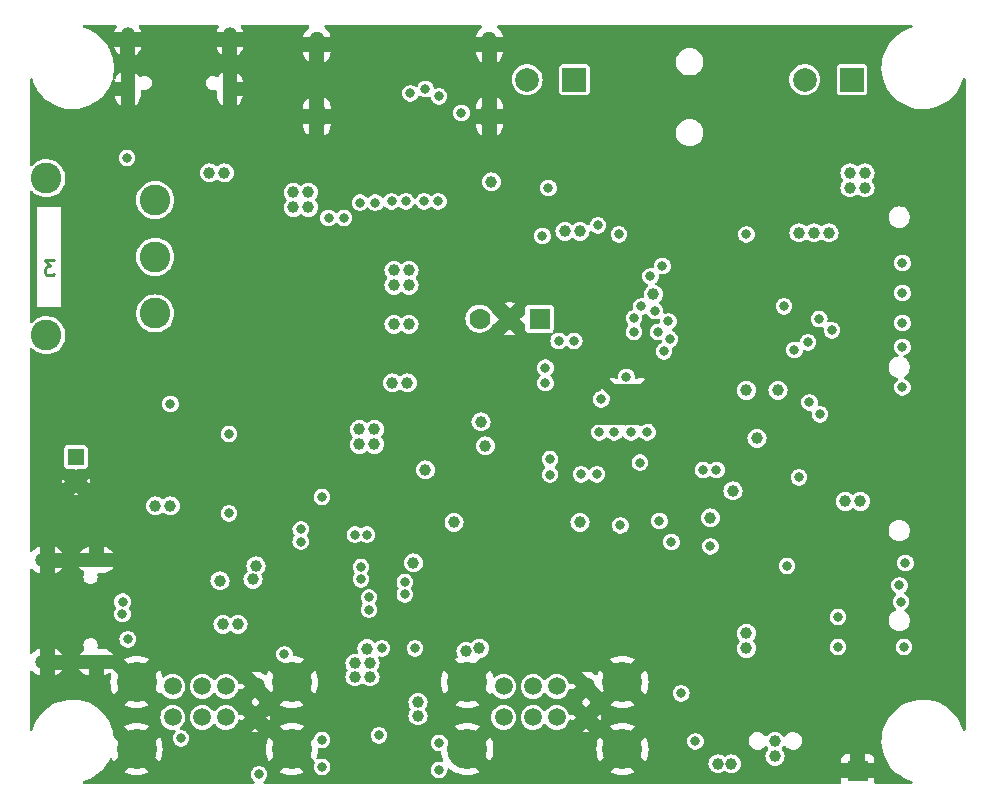
<source format=gbr>
%TF.GenerationSoftware,KiCad,Pcbnew,7.0.9-7.0.9~ubuntu22.04.1*%
%TF.CreationDate,2024-07-19T15:24:13+03:00*%
%TF.ProjectId,RP2040pc_Rev_B,52503230-3430-4706-935f-5265765f422e,B*%
%TF.SameCoordinates,PX68e7780PY7735940*%
%TF.FileFunction,Copper,L3,Inr*%
%TF.FilePolarity,Positive*%
%FSLAX46Y46*%
G04 Gerber Fmt 4.6, Leading zero omitted, Abs format (unit mm)*
G04 Created by KiCad (PCBNEW 7.0.9-7.0.9~ubuntu22.04.1) date 2024-07-19 15:24:13*
%MOMM*%
%LPD*%
G01*
G04 APERTURE LIST*
%ADD10C,0.254000*%
%TA.AperFunction,NonConductor*%
%ADD11C,0.254000*%
%TD*%
%TA.AperFunction,ComponentPad*%
%ADD12C,1.000000*%
%TD*%
%TA.AperFunction,ComponentPad*%
%ADD13C,1.800000*%
%TD*%
%TA.AperFunction,ComponentPad*%
%ADD14R,1.778000X1.778000*%
%TD*%
%TA.AperFunction,ComponentPad*%
%ADD15C,1.778000*%
%TD*%
%TA.AperFunction,ComponentPad*%
%ADD16O,1.300000X2.300000*%
%TD*%
%TA.AperFunction,ComponentPad*%
%ADD17O,1.300000X2.700000*%
%TD*%
%TA.AperFunction,ComponentPad*%
%ADD18R,2.000000X2.000000*%
%TD*%
%TA.AperFunction,ComponentPad*%
%ADD19C,2.000000*%
%TD*%
%TA.AperFunction,ComponentPad*%
%ADD20C,3.400000*%
%TD*%
%TA.AperFunction,ComponentPad*%
%ADD21C,1.500000*%
%TD*%
%TA.AperFunction,ComponentPad*%
%ADD22C,2.600000*%
%TD*%
%TA.AperFunction,ComponentPad*%
%ADD23O,2.200000X1.200000*%
%TD*%
%TA.AperFunction,ComponentPad*%
%ADD24O,2.000000X1.300000*%
%TD*%
%TA.AperFunction,ComponentPad*%
%ADD25R,1.400000X1.400000*%
%TD*%
%TA.AperFunction,ComponentPad*%
%ADD26C,1.400000*%
%TD*%
%TA.AperFunction,ComponentPad*%
%ADD27O,1.200000X2.200000*%
%TD*%
%TA.AperFunction,ComponentPad*%
%ADD28O,1.300000X2.000000*%
%TD*%
%TA.AperFunction,ViaPad*%
%ADD29C,1.000000*%
%TD*%
%TA.AperFunction,ViaPad*%
%ADD30C,0.800000*%
%TD*%
%TA.AperFunction,Conductor*%
%ADD31C,1.016000*%
%TD*%
%TA.AperFunction,Conductor*%
%ADD32C,3.302000*%
%TD*%
G04 APERTURE END LIST*
D10*
D11*
X2445200Y44688631D02*
X1659009Y44688631D01*
X1659009Y44688631D02*
X2082343Y44204822D01*
X2082343Y44204822D02*
X1900914Y44204822D01*
X1900914Y44204822D02*
X1779962Y44144346D01*
X1779962Y44144346D02*
X1719486Y44083869D01*
X1719486Y44083869D02*
X1659009Y43962917D01*
X1659009Y43962917D02*
X1659009Y43660536D01*
X1659009Y43660536D02*
X1719486Y43539584D01*
X1719486Y43539584D02*
X1779962Y43479107D01*
X1779962Y43479107D02*
X1900914Y43418631D01*
X1900914Y43418631D02*
X2263771Y43418631D01*
X2263771Y43418631D02*
X2384724Y43479107D01*
X2384724Y43479107D02*
X2445200Y43539584D01*
D12*
X52200000Y31300000D03*
X52200000Y33700000D03*
D13*
X51000000Y32500000D03*
D12*
X49800000Y31300000D03*
X49730000Y33700000D03*
D14*
X43548000Y39750000D03*
D15*
X41008000Y39750000D03*
X38468000Y39750000D03*
D16*
X24700000Y62950000D03*
D17*
X24700000Y56900000D03*
D16*
X39300000Y62950000D03*
D17*
X39300000Y56900000D03*
D18*
X46500000Y60000000D03*
D19*
X42500000Y60000000D03*
D20*
X9430000Y9000000D03*
X9430000Y3300000D03*
X22570000Y9000000D03*
X22570000Y3300000D03*
D21*
X12500000Y8620000D03*
X15000000Y8620000D03*
X17000000Y8620000D03*
X19500000Y8620000D03*
X12500000Y6000000D03*
X15000000Y6000000D03*
X17000000Y6000000D03*
X19500000Y6000000D03*
D22*
X1800000Y38350000D03*
X1800000Y51650000D03*
X11000000Y40200000D03*
X11000000Y45000000D03*
X11000000Y49800000D03*
D20*
X37430000Y9000000D03*
X37430000Y3300000D03*
X50570000Y9000000D03*
X50570000Y3300000D03*
D21*
X40500000Y8620000D03*
X43000000Y8620000D03*
X45000000Y8620000D03*
X47500000Y8620000D03*
X40500000Y6000000D03*
X43000000Y6000000D03*
X45000000Y6000000D03*
X47500000Y6000000D03*
D14*
X70500000Y1500000D03*
D23*
X6030000Y10680000D03*
X6030000Y19320000D03*
D24*
X1850000Y10680000D03*
X1850000Y19320000D03*
D25*
X4285680Y28028700D03*
D26*
X4288220Y25999240D03*
D27*
X8680000Y59220000D03*
X17320000Y59220000D03*
D28*
X8680000Y63400000D03*
X17320000Y63400000D03*
D18*
X70000000Y60000000D03*
D19*
X66000000Y60000000D03*
D29*
X62847000Y9938000D03*
D30*
X58783000Y49435000D03*
D29*
X64117000Y24162000D03*
D30*
X30716000Y3461000D03*
X53703000Y26321000D03*
D29*
X63990000Y46895000D03*
X74023000Y24289000D03*
X29065000Y44609000D03*
X42527000Y25940000D03*
X77071000Y52610000D03*
X61958000Y40291000D03*
X14333000Y27210000D03*
X74023000Y53372000D03*
X11285000Y1048000D03*
X36812000Y19844000D03*
X32113000Y10827000D03*
X38082000Y16542000D03*
X58402000Y40291000D03*
X77071000Y48292000D03*
X35034000Y22511000D03*
X43797000Y49435000D03*
X11920000Y17558000D03*
X11539000Y63532000D03*
X23731000Y28988000D03*
X25763000Y43720000D03*
X77071000Y51213000D03*
X47099000Y20987000D03*
D30*
X32494000Y57563000D03*
D29*
X56370000Y22257000D03*
X18397000Y1175000D03*
D30*
X29446000Y57563000D03*
D29*
X25001000Y46260000D03*
X17254000Y24670000D03*
D30*
X37447000Y55023000D03*
D29*
X23096000Y46260000D03*
X14714000Y17558000D03*
X23731000Y27845000D03*
X13698000Y60357000D03*
X74023000Y25559000D03*
X31859000Y12478000D03*
X39098000Y15526000D03*
X12682000Y54134000D03*
X55354000Y42450000D03*
X26525000Y42704000D03*
D30*
X30970000Y57563000D03*
X49131000Y49435000D03*
D29*
X23731000Y26702000D03*
X36812000Y31274000D03*
D30*
X52560000Y49435000D03*
D29*
X4935000Y14256000D03*
X15476000Y36100000D03*
X17254000Y25940000D03*
X10777000Y61500000D03*
X42527000Y37116000D03*
X32141530Y9655306D03*
D30*
X45829000Y25813000D03*
D29*
X13698000Y22384000D03*
X17889000Y17558000D03*
X55989000Y2064000D03*
X5316000Y53626000D03*
D30*
X35796000Y57557286D03*
D29*
X59418000Y23019000D03*
D30*
X17254000Y22003000D03*
D29*
X14460000Y63532000D03*
X38717000Y26194000D03*
X62720000Y46895000D03*
X61323000Y15907000D03*
X15857000Y45371000D03*
X12809000Y30258000D03*
X15476000Y1175000D03*
X26779000Y44609000D03*
X13317000Y17558000D03*
X8999000Y23654000D03*
X51671000Y42958000D03*
D30*
X67165000Y36989000D03*
X28049000Y57563000D03*
D29*
X61958000Y31147000D03*
D30*
X8242006Y15785459D03*
X57386000Y26956000D03*
X23340143Y21912300D03*
X58529000Y26956000D03*
X23340143Y20883700D03*
X8237000Y14764000D03*
X25128000Y4096000D03*
D29*
X29573000Y29115000D03*
X69451000Y24289000D03*
X46972000Y22511000D03*
X45702000Y47149000D03*
X46972000Y47149000D03*
D30*
X25128000Y24670000D03*
D29*
X28303000Y30385000D03*
X65514000Y47022000D03*
X63736000Y33687000D03*
X58021000Y22892000D03*
X66784000Y47022000D03*
X70721000Y24289000D03*
D30*
X50401000Y22257000D03*
D29*
X28303000Y29115000D03*
X68054000Y47022000D03*
X53195000Y41815000D03*
X61958000Y29623000D03*
X38590000Y31020000D03*
X29573000Y30385000D03*
X59926000Y25178000D03*
D30*
X55545500Y8033000D03*
D29*
X61069000Y33687000D03*
X38971000Y28988000D03*
D30*
X35034000Y1556000D03*
D29*
X39479000Y51340000D03*
X27922000Y9430000D03*
X69832000Y52102000D03*
X31224000Y42577000D03*
D30*
X44305000Y50832000D03*
D29*
X27922000Y10573000D03*
X71102000Y50832000D03*
X32494000Y43847000D03*
X29192000Y10573000D03*
X32494000Y42577000D03*
X31224000Y39275000D03*
X19286000Y17685000D03*
X29192000Y9430000D03*
X19540000Y18828000D03*
X31224000Y43847000D03*
X32494000Y39275000D03*
X71102000Y52102000D03*
X69832000Y50832000D03*
D30*
X65514000Y26321000D03*
X64498000Y18828000D03*
X43797000Y46768000D03*
X74531000Y19082000D03*
X48496000Y47657000D03*
X74023000Y17177000D03*
X54084000Y36989000D03*
X65133000Y37116000D03*
X67228500Y39719500D03*
X54465000Y39529000D03*
D29*
X23985000Y49181000D03*
X22715000Y49181000D03*
X22715000Y50451000D03*
X23985000Y50451000D03*
D30*
X53703000Y22638000D03*
X66276000Y37751000D03*
X54592000Y38005000D03*
X68308000Y38767000D03*
X53576000Y38640000D03*
X74277000Y37370000D03*
X51544000Y39783000D03*
X51544000Y38640000D03*
X74277000Y33941000D03*
X74277000Y39402000D03*
X52179000Y40799000D03*
D29*
X18016000Y13875000D03*
X37320000Y11589000D03*
X33256000Y6128000D03*
X33256000Y7271000D03*
X38463000Y11843000D03*
X16746000Y13875000D03*
D30*
X53322000Y40418000D03*
X64244000Y40799000D03*
X68816000Y14510000D03*
X51290000Y30131000D03*
X58021000Y20479000D03*
X74404000Y11970000D03*
X52046212Y27576530D03*
X68816000Y11970000D03*
X74150000Y15780000D03*
X52687000Y30131000D03*
X17254000Y23273000D03*
X17254000Y30004000D03*
X25680500Y48292000D03*
X44432000Y26556000D03*
X44432000Y27864000D03*
X26988500Y48292000D03*
X28347500Y49579029D03*
X48388000Y26575000D03*
X47080000Y26575000D03*
X29655500Y49579029D03*
X44051000Y34303000D03*
X31014500Y49689000D03*
X32240000Y49689000D03*
X44051000Y35611000D03*
X33764000Y49689000D03*
X45175000Y37878000D03*
X34989500Y49689000D03*
X46483000Y37878000D03*
X36939000Y57182000D03*
X35034000Y58579000D03*
X32621000Y58833000D03*
X33002000Y11843000D03*
X30208000Y11843000D03*
X28430000Y17683700D03*
X28430000Y18712300D03*
X32147378Y16403700D03*
X32147378Y17432300D03*
X29107404Y15123700D03*
X29107404Y16152300D03*
X27915700Y21470441D03*
X28944300Y21470441D03*
D29*
X12301000Y23908000D03*
D30*
X12301000Y32544000D03*
X35034000Y3842000D03*
D29*
X32367000Y34322000D03*
X58656000Y2064000D03*
X31097000Y34322000D03*
X59799000Y2064000D03*
X16873000Y52102000D03*
X11031000Y23908000D03*
X15603000Y52102000D03*
D30*
X19794000Y1175000D03*
X8694200Y12605000D03*
X13190000Y4223000D03*
X8618000Y53372000D03*
X25133714Y1804286D03*
X74277000Y44482000D03*
X53957000Y44228000D03*
X74277000Y41942000D03*
X52941000Y43339000D03*
X48623000Y30131000D03*
X50274000Y46895000D03*
X49893000Y30131000D03*
X61069000Y46895000D03*
X56751000Y3969000D03*
X54719000Y20860000D03*
X67292000Y31655000D03*
X50909000Y34830000D03*
X66403000Y32671000D03*
X48750000Y32925000D03*
X33891000Y59214000D03*
D29*
X61069000Y13113000D03*
X63482000Y2699000D03*
X61069000Y11843000D03*
X63482000Y3969000D03*
X16492000Y17558000D03*
X36304000Y22511000D03*
X33891000Y26956000D03*
X32875000Y19082000D03*
X28938000Y11830076D03*
D30*
X29954000Y4477000D03*
X21953000Y11335000D03*
D31*
X49800000Y31300000D02*
X48216000Y31300000D01*
D32*
X51000000Y32500000D02*
X53786000Y32500000D01*
D31*
X49800000Y31300000D02*
X52200000Y31300000D01*
X49730000Y33700000D02*
X52200000Y33700000D01*
%TA.AperFunction,Conductor*%
G36*
X51184412Y31071998D02*
G01*
X51230905Y31018342D01*
X51236866Y31002574D01*
X51242972Y30982444D01*
X51243605Y30911450D01*
X51205754Y30851384D01*
X51152552Y30823532D01*
X51038062Y30795312D01*
X51038060Y30795311D01*
X50893779Y30719588D01*
X50824165Y30705642D01*
X50758063Y30731546D01*
X50716459Y30789076D01*
X50712563Y30859966D01*
X50724105Y30890555D01*
X50735773Y30912385D01*
X50735780Y30912401D01*
X50763135Y31002576D01*
X50802050Y31061957D01*
X50866891Y31090873D01*
X50883709Y31092000D01*
X51116291Y31092000D01*
X51184412Y31071998D01*
G37*
%TD.AperFunction*%
%TA.AperFunction,Conductor*%
G36*
X7699843Y64598498D02*
G01*
X7746336Y64544842D01*
X7756440Y64474568D01*
X7732273Y64416569D01*
X7691230Y64362219D01*
X7691227Y64362216D01*
X7595573Y64170116D01*
X7595571Y64170112D01*
X7557129Y64035000D01*
X8456398Y64035000D01*
X8441955Y64027641D01*
X8352359Y63938045D01*
X8294835Y63825148D01*
X8280000Y63731481D01*
X8280000Y63068519D01*
X8294835Y62974852D01*
X8352359Y62861955D01*
X8441955Y62772359D01*
X8554852Y62714835D01*
X8680000Y62695014D01*
X8805148Y62714835D01*
X8903602Y62765000D01*
X9315000Y62765000D01*
X9315000Y62081172D01*
X9380841Y62121938D01*
X9380845Y62121941D01*
X9539434Y62266513D01*
X9539436Y62266515D01*
X9668768Y62437780D01*
X9668772Y62437785D01*
X9764426Y62629885D01*
X9764428Y62629889D01*
X9802871Y62765000D01*
X16197129Y62765000D01*
X16235571Y62629889D01*
X16235573Y62629885D01*
X16331227Y62437785D01*
X16331231Y62437780D01*
X16460563Y62266515D01*
X16460565Y62266513D01*
X16619154Y62121941D01*
X16619158Y62121938D01*
X16685000Y62081172D01*
X16685000Y62765000D01*
X16197129Y62765000D01*
X9802871Y62765000D01*
X9315000Y62765000D01*
X8903602Y62765000D01*
X8918045Y62772359D01*
X9007641Y62861955D01*
X9065165Y62974852D01*
X9080000Y63068519D01*
X9080000Y63731481D01*
X9065165Y63825148D01*
X9007641Y63938045D01*
X8918045Y64027641D01*
X8903602Y64035000D01*
X9802871Y64035000D01*
X9764428Y64170112D01*
X9764426Y64170116D01*
X9668772Y64362216D01*
X9668769Y64362219D01*
X9627727Y64416569D01*
X9602638Y64482984D01*
X9617438Y64552421D01*
X9667429Y64602833D01*
X9728278Y64618500D01*
X16271722Y64618500D01*
X16339843Y64598498D01*
X16386336Y64544842D01*
X16396440Y64474568D01*
X16372273Y64416569D01*
X16331230Y64362219D01*
X16331227Y64362216D01*
X16235573Y64170116D01*
X16235571Y64170112D01*
X16197129Y64035000D01*
X17096398Y64035000D01*
X17081955Y64027641D01*
X16992359Y63938045D01*
X16934835Y63825148D01*
X16920000Y63731481D01*
X16920000Y63068519D01*
X16934835Y62974852D01*
X16992359Y62861955D01*
X17081955Y62772359D01*
X17194852Y62714835D01*
X17320000Y62695014D01*
X17445148Y62714835D01*
X17543602Y62765000D01*
X17955000Y62765000D01*
X17955000Y62081172D01*
X18020841Y62121938D01*
X18020845Y62121941D01*
X18179434Y62266513D01*
X18179436Y62266515D01*
X18216049Y62314999D01*
X23549548Y62314999D01*
X23556840Y62236312D01*
X23556840Y62236308D01*
X23615570Y62029891D01*
X23615573Y62029885D01*
X23711227Y61837785D01*
X23711231Y61837780D01*
X23840563Y61666515D01*
X23840565Y61666513D01*
X23999154Y61521941D01*
X23999158Y61521938D01*
X24065000Y61481172D01*
X24065000Y62315000D01*
X23549549Y62315000D01*
X23549548Y62314999D01*
X18216049Y62314999D01*
X18308768Y62437780D01*
X18308772Y62437785D01*
X18404426Y62629885D01*
X18404428Y62629889D01*
X18442871Y62765000D01*
X17955000Y62765000D01*
X17543602Y62765000D01*
X17558045Y62772359D01*
X17647641Y62861955D01*
X17705165Y62974852D01*
X17720000Y63068519D01*
X17720000Y63731481D01*
X17705165Y63825148D01*
X17647641Y63938045D01*
X17558045Y64027641D01*
X17543602Y64035000D01*
X18442871Y64035000D01*
X18404428Y64170112D01*
X18404426Y64170116D01*
X18308772Y64362216D01*
X18308769Y64362219D01*
X18267727Y64416569D01*
X18242638Y64482984D01*
X18257438Y64552421D01*
X18307429Y64602833D01*
X18368278Y64618500D01*
X23944634Y64618500D01*
X24012755Y64598498D01*
X24059248Y64544842D01*
X24069352Y64474568D01*
X24039858Y64409988D01*
X24010964Y64385372D01*
X23999156Y64378062D01*
X23840562Y64233484D01*
X23711231Y64062221D01*
X23711227Y64062216D01*
X23615573Y63870116D01*
X23615570Y63870110D01*
X23556840Y63663693D01*
X23556840Y63663689D01*
X23549548Y63585002D01*
X23549549Y63585000D01*
X24319855Y63585000D01*
X24314835Y63575148D01*
X24300000Y63481481D01*
X24300000Y62418519D01*
X24314835Y62324852D01*
X24372359Y62211955D01*
X24461955Y62122359D01*
X24574852Y62064835D01*
X24700000Y62045014D01*
X24825148Y62064835D01*
X24938045Y62122359D01*
X25027641Y62211955D01*
X25080145Y62315000D01*
X25335000Y62315000D01*
X25335000Y61481172D01*
X25400841Y61521938D01*
X25400845Y61521941D01*
X25559434Y61666513D01*
X25559436Y61666515D01*
X25688768Y61837780D01*
X25688772Y61837785D01*
X25784426Y62029885D01*
X25784429Y62029891D01*
X25843159Y62236308D01*
X25843159Y62236312D01*
X25850451Y62314999D01*
X38149548Y62314999D01*
X38156840Y62236312D01*
X38156840Y62236308D01*
X38215570Y62029891D01*
X38215573Y62029885D01*
X38311227Y61837785D01*
X38311231Y61837780D01*
X38440563Y61666515D01*
X38440565Y61666513D01*
X38599154Y61521941D01*
X38599158Y61521938D01*
X38665000Y61481172D01*
X38665000Y62315000D01*
X38149549Y62315000D01*
X38149548Y62314999D01*
X25850451Y62314999D01*
X25850451Y62315000D01*
X25335000Y62315000D01*
X25080145Y62315000D01*
X25085165Y62324852D01*
X25100000Y62418519D01*
X25100000Y63481481D01*
X25085165Y63575148D01*
X25080145Y63585000D01*
X25850451Y63585000D01*
X25850451Y63585002D01*
X25843159Y63663689D01*
X25843159Y63663693D01*
X25784429Y63870110D01*
X25784426Y63870116D01*
X25688772Y64062216D01*
X25688768Y64062221D01*
X25559437Y64233484D01*
X25400843Y64378062D01*
X25389036Y64385372D01*
X25341648Y64438239D01*
X25330365Y64508333D01*
X25358768Y64573401D01*
X25417841Y64612783D01*
X25455366Y64618500D01*
X38544634Y64618500D01*
X38612755Y64598498D01*
X38659248Y64544842D01*
X38669352Y64474568D01*
X38639858Y64409988D01*
X38610964Y64385372D01*
X38599156Y64378062D01*
X38440562Y64233484D01*
X38311231Y64062221D01*
X38311227Y64062216D01*
X38215573Y63870116D01*
X38215570Y63870110D01*
X38156840Y63663693D01*
X38156840Y63663689D01*
X38149548Y63585002D01*
X38149549Y63585000D01*
X38919855Y63585000D01*
X38914835Y63575148D01*
X38900000Y63481481D01*
X38900000Y62418519D01*
X38914835Y62324852D01*
X38972359Y62211955D01*
X39061955Y62122359D01*
X39174852Y62064835D01*
X39300000Y62045014D01*
X39425148Y62064835D01*
X39538045Y62122359D01*
X39627641Y62211955D01*
X39680145Y62315000D01*
X39935000Y62315000D01*
X39935000Y61481172D01*
X40000841Y61521938D01*
X40000845Y61521941D01*
X40159434Y61666513D01*
X40159436Y61666515D01*
X40288768Y61837780D01*
X40288772Y61837785D01*
X40384426Y62029885D01*
X40384429Y62029891D01*
X40443159Y62236308D01*
X40443159Y62236312D01*
X40450451Y62314999D01*
X40450451Y62315000D01*
X39935000Y62315000D01*
X39680145Y62315000D01*
X39685165Y62324852D01*
X39700000Y62418519D01*
X39700000Y63481481D01*
X39685165Y63575148D01*
X39680145Y63585000D01*
X40450451Y63585000D01*
X40450451Y63585002D01*
X40443159Y63663689D01*
X40443159Y63663693D01*
X40384429Y63870110D01*
X40384426Y63870116D01*
X40288772Y64062216D01*
X40288768Y64062221D01*
X40159437Y64233484D01*
X40000843Y64378062D01*
X39989036Y64385372D01*
X39941648Y64438239D01*
X39930365Y64508333D01*
X39958768Y64573401D01*
X40017841Y64612783D01*
X40055366Y64618500D01*
X75023008Y64618500D01*
X75091129Y64598498D01*
X75137622Y64544842D01*
X75147726Y64474568D01*
X75118232Y64409988D01*
X75058506Y64371604D01*
X75056159Y64370939D01*
X74899012Y64328084D01*
X74899009Y64328083D01*
X74551514Y64192209D01*
X74551507Y64192207D01*
X74551497Y64192202D01*
X74551488Y64192198D01*
X74551485Y64192196D01*
X74220399Y64020155D01*
X74220396Y64020153D01*
X73909452Y63813881D01*
X73909445Y63813876D01*
X73622202Y63575732D01*
X73361883Y63308388D01*
X73131464Y63014900D01*
X72933543Y62698575D01*
X72770370Y62363014D01*
X72770369Y62363013D01*
X72643788Y62012008D01*
X72643786Y62012002D01*
X72555232Y61649532D01*
X72555228Y61649509D01*
X72505706Y61279696D01*
X72505705Y61279687D01*
X72495772Y60906690D01*
X72495772Y60906684D01*
X72525542Y60534741D01*
X72594683Y60168057D01*
X72594686Y60168048D01*
X72702399Y59810820D01*
X72702403Y59810811D01*
X72847484Y59467044D01*
X72847492Y59467027D01*
X72971414Y59243310D01*
X73028293Y59140626D01*
X73221715Y58865259D01*
X73242772Y58835282D01*
X73242777Y58835276D01*
X73488482Y58554474D01*
X73488484Y58554472D01*
X73693714Y58365014D01*
X73762655Y58301371D01*
X74062171Y58078849D01*
X74062172Y58078847D01*
X74062176Y58078845D01*
X74062177Y58078844D01*
X74383655Y57889415D01*
X74723446Y57735230D01*
X75077702Y57618036D01*
X75442408Y57539161D01*
X75442410Y57539161D01*
X75442414Y57539160D01*
X75813418Y57499500D01*
X75813425Y57499500D01*
X75813431Y57499499D01*
X75813436Y57499499D01*
X76093219Y57499499D01*
X76372596Y57514389D01*
X76372601Y57514390D01*
X76372609Y57514390D01*
X76740995Y57573743D01*
X77100986Y57671916D01*
X77448503Y57807798D01*
X77779607Y57979849D01*
X78090547Y58186119D01*
X78377801Y58424272D01*
X78638114Y58691609D01*
X78868535Y58985101D01*
X79066455Y59301422D01*
X79229631Y59636989D01*
X79356213Y59987999D01*
X79364753Y60022953D01*
X79370100Y60044840D01*
X79405697Y60106268D01*
X79468854Y60138698D01*
X79539518Y60131836D01*
X79595254Y60087859D01*
X79618367Y60020729D01*
X79618500Y60014937D01*
X79618500Y4979260D01*
X79598498Y4911139D01*
X79544842Y4864646D01*
X79474568Y4854542D01*
X79409988Y4884036D01*
X79371865Y4942885D01*
X79297600Y5189181D01*
X79297596Y5189190D01*
X79271856Y5250180D01*
X79152511Y5532967D01*
X78971707Y5859374D01*
X78757232Y6164713D01*
X78757227Y6164719D01*
X78757222Y6164725D01*
X78511517Y6445527D01*
X78511515Y6445529D01*
X78237344Y6698630D01*
X78016557Y6862661D01*
X77937827Y6921153D01*
X77937827Y6921154D01*
X77736078Y7040033D01*
X77616345Y7110585D01*
X77276554Y7264770D01*
X76922298Y7381964D01*
X76922297Y7381965D01*
X76922288Y7381967D01*
X76557585Y7460841D01*
X76186581Y7500501D01*
X76186569Y7500501D01*
X75906787Y7500501D01*
X75906781Y7500501D01*
X75627403Y7485612D01*
X75627385Y7485610D01*
X75259000Y7426257D01*
X74899012Y7328084D01*
X74899009Y7328083D01*
X74551514Y7192209D01*
X74551507Y7192207D01*
X74551497Y7192202D01*
X74551488Y7192198D01*
X74551485Y7192196D01*
X74220399Y7020155D01*
X74220396Y7020153D01*
X73909452Y6813881D01*
X73909445Y6813876D01*
X73622202Y6575732D01*
X73361883Y6308388D01*
X73131464Y6014900D01*
X72933543Y5698575D01*
X72770370Y5363014D01*
X72770369Y5363013D01*
X72643788Y5012008D01*
X72643786Y5012002D01*
X72555232Y4649532D01*
X72555228Y4649509D01*
X72505706Y4279696D01*
X72505705Y4279687D01*
X72495772Y3906690D01*
X72495772Y3906684D01*
X72525542Y3534741D01*
X72594683Y3168057D01*
X72594686Y3168048D01*
X72702399Y2810820D01*
X72702403Y2810811D01*
X72847484Y2467044D01*
X72847492Y2467027D01*
X72953627Y2275421D01*
X73028293Y2140626D01*
X73239942Y1839310D01*
X73242772Y1835282D01*
X73242777Y1835276D01*
X73488482Y1554474D01*
X73488484Y1554472D01*
X73762655Y1301371D01*
X74062171Y1078849D01*
X74062172Y1078847D01*
X74062176Y1078845D01*
X74062177Y1078844D01*
X74383655Y889415D01*
X74723446Y735230D01*
X75046386Y628396D01*
X75050231Y627124D01*
X75108622Y586739D01*
X75135910Y521196D01*
X75123432Y451305D01*
X75075148Y399255D01*
X75010657Y381500D01*
X72017822Y381500D01*
X71949701Y401502D01*
X71903208Y455158D01*
X71892544Y520971D01*
X71896999Y562405D01*
X71897000Y562415D01*
X71897000Y865000D01*
X69103000Y865000D01*
X69103000Y562405D01*
X69107456Y520971D01*
X69094852Y451103D01*
X69046474Y399140D01*
X68982178Y381500D01*
X20294163Y381500D01*
X20226042Y401502D01*
X20179549Y455158D01*
X20169445Y525432D01*
X20198939Y590012D01*
X20210609Y601812D01*
X20240616Y628396D01*
X20325802Y703865D01*
X20423099Y844823D01*
X20483835Y1004971D01*
X20492806Y1078849D01*
X20504480Y1174997D01*
X20504480Y1175004D01*
X20483836Y1345025D01*
X20483834Y1345032D01*
X20471056Y1378724D01*
X20423099Y1505177D01*
X20325802Y1646135D01*
X20274469Y1691613D01*
X20197598Y1759715D01*
X20045939Y1839311D01*
X19879640Y1880300D01*
X19879639Y1880300D01*
X19708361Y1880300D01*
X19708359Y1880300D01*
X19542060Y1839311D01*
X19390402Y1759715D01*
X19390401Y1759715D01*
X19262198Y1646136D01*
X19164903Y1505181D01*
X19164899Y1505173D01*
X19104165Y1345032D01*
X19104163Y1345025D01*
X19083520Y1175004D01*
X19083520Y1174997D01*
X19104163Y1004976D01*
X19104165Y1004969D01*
X19157249Y865000D01*
X19164901Y844823D01*
X19262198Y703865D01*
X19346633Y629061D01*
X19377391Y601812D01*
X19415116Y541668D01*
X19414336Y470675D01*
X19375298Y411375D01*
X19310397Y382593D01*
X19293837Y381500D01*
X4976992Y381500D01*
X4908871Y401502D01*
X4862378Y455158D01*
X4852274Y525432D01*
X4881768Y590012D01*
X4941494Y628396D01*
X4943841Y629061D01*
X4954065Y631850D01*
X5100986Y671916D01*
X5448503Y807798D01*
X5779607Y979849D01*
X6090547Y1186119D01*
X6377801Y1424272D01*
X6638114Y1691609D01*
X6868535Y1985101D01*
X7066455Y2301422D01*
X7150727Y2474728D01*
X7198504Y2527240D01*
X7267089Y2545588D01*
X7334706Y2523943D01*
X7379887Y2469178D01*
X7383352Y2460131D01*
X7385697Y2453223D01*
X7385700Y2453216D01*
X7484612Y2252641D01*
X7484613Y2252640D01*
X8260045Y3028072D01*
X8270864Y2970198D01*
X8351202Y2762822D01*
X8468277Y2573740D01*
X8618102Y2409390D01*
X8795575Y2275368D01*
X8994653Y2176239D01*
X9157834Y2129811D01*
X8382638Y1354615D01*
X8382639Y1354614D01*
X8583222Y1255697D01*
X8857295Y1162661D01*
X8857299Y1162660D01*
X9141169Y1106194D01*
X9141184Y1106192D01*
X9429997Y1087262D01*
X9430003Y1087262D01*
X9718815Y1106192D01*
X9718830Y1106194D01*
X10002700Y1162660D01*
X10002704Y1162661D01*
X10276774Y1255696D01*
X10477360Y1354615D01*
X9702164Y2129811D01*
X9865347Y2176239D01*
X10064425Y2275368D01*
X10241898Y2409390D01*
X10391723Y2573740D01*
X10508798Y2762822D01*
X10589136Y2970198D01*
X10599954Y3028071D01*
X11375385Y2252640D01*
X11474304Y2453226D01*
X11567339Y2727296D01*
X11567340Y2727300D01*
X11623806Y3011170D01*
X11623808Y3011185D01*
X11642738Y3299997D01*
X20357262Y3299997D01*
X20376191Y3011185D01*
X20376193Y3011170D01*
X20432659Y2727300D01*
X20432660Y2727296D01*
X20525696Y2453226D01*
X20525700Y2453216D01*
X20624612Y2252641D01*
X20624613Y2252640D01*
X21400045Y3028072D01*
X21410864Y2970198D01*
X21491202Y2762822D01*
X21608277Y2573740D01*
X21758102Y2409390D01*
X21935575Y2275368D01*
X22134653Y2176239D01*
X22297834Y2129811D01*
X21522638Y1354615D01*
X21522639Y1354614D01*
X21723222Y1255697D01*
X21997295Y1162661D01*
X21997299Y1162660D01*
X22281169Y1106194D01*
X22281184Y1106192D01*
X22569997Y1087262D01*
X22570003Y1087262D01*
X22858815Y1106192D01*
X22858830Y1106194D01*
X23142700Y1162660D01*
X23142704Y1162661D01*
X23416774Y1255696D01*
X23617360Y1354615D01*
X22842164Y2129811D01*
X23005347Y2176239D01*
X23204425Y2275368D01*
X23381898Y2409390D01*
X23531723Y2573740D01*
X23648798Y2762822D01*
X23729136Y2970198D01*
X23739954Y3028071D01*
X24483440Y2284585D01*
X24517466Y2222273D01*
X24512401Y2151458D01*
X24505913Y2136935D01*
X24504613Y2134460D01*
X24443879Y1974318D01*
X24443877Y1974311D01*
X24423234Y1804290D01*
X24423234Y1804283D01*
X24443877Y1634262D01*
X24443879Y1634255D01*
X24504613Y1474114D01*
X24504617Y1474106D01*
X24535132Y1429898D01*
X24601912Y1333151D01*
X24730115Y1219572D01*
X24881774Y1139976D01*
X25048075Y1098986D01*
X25048076Y1098986D01*
X25219352Y1098986D01*
X25219353Y1098986D01*
X25385654Y1139976D01*
X25537313Y1219572D01*
X25665516Y1333151D01*
X25762813Y1474109D01*
X25793869Y1555997D01*
X34323520Y1555997D01*
X34344163Y1385976D01*
X34344165Y1385969D01*
X34394365Y1253604D01*
X34404901Y1225823D01*
X34502198Y1084865D01*
X34630401Y971286D01*
X34782060Y891690D01*
X34948361Y850700D01*
X34948362Y850700D01*
X35119638Y850700D01*
X35119639Y850700D01*
X35285940Y891690D01*
X35437599Y971286D01*
X35565802Y1084865D01*
X35663099Y1225823D01*
X35723835Y1385971D01*
X35728486Y1424269D01*
X35744480Y1555997D01*
X35744480Y1563278D01*
X35764482Y1631399D01*
X35818138Y1677892D01*
X35888412Y1687996D01*
X35952992Y1658502D01*
X35953558Y1658010D01*
X36082977Y1544512D01*
X36323633Y1383712D01*
X36583215Y1255701D01*
X36583225Y1255697D01*
X36857295Y1162661D01*
X36857299Y1162660D01*
X37141169Y1106194D01*
X37141184Y1106192D01*
X37429997Y1087262D01*
X37430003Y1087262D01*
X37718815Y1106192D01*
X37718830Y1106194D01*
X38002700Y1162660D01*
X38002704Y1162661D01*
X38276774Y1255696D01*
X38477360Y1354615D01*
X37702164Y2129811D01*
X37865347Y2176239D01*
X38064425Y2275368D01*
X38241898Y2409390D01*
X38391723Y2573740D01*
X38508798Y2762822D01*
X38589136Y2970198D01*
X38599954Y3028071D01*
X39375385Y2252640D01*
X39474304Y2453226D01*
X39567339Y2727296D01*
X39567340Y2727300D01*
X39623806Y3011170D01*
X39623808Y3011185D01*
X39642738Y3299997D01*
X48357262Y3299997D01*
X48376191Y3011185D01*
X48376193Y3011170D01*
X48432659Y2727300D01*
X48432660Y2727296D01*
X48525696Y2453226D01*
X48525700Y2453216D01*
X48624612Y2252641D01*
X48624613Y2252640D01*
X49400045Y3028072D01*
X49410864Y2970198D01*
X49491202Y2762822D01*
X49608277Y2573740D01*
X49758102Y2409390D01*
X49935575Y2275368D01*
X50134653Y2176239D01*
X50297834Y2129811D01*
X49522638Y1354615D01*
X49522639Y1354614D01*
X49723222Y1255697D01*
X49997295Y1162661D01*
X49997299Y1162660D01*
X50281169Y1106194D01*
X50281184Y1106192D01*
X50569997Y1087262D01*
X50570003Y1087262D01*
X50858815Y1106192D01*
X50858830Y1106194D01*
X51142700Y1162660D01*
X51142704Y1162661D01*
X51416774Y1255696D01*
X51617360Y1354615D01*
X50907975Y2064000D01*
X57845604Y2064000D01*
X57865921Y1883672D01*
X57925857Y1712383D01*
X57941181Y1687996D01*
X58022407Y1558726D01*
X58022410Y1558723D01*
X58022410Y1558722D01*
X58150721Y1430411D01*
X58150723Y1430410D01*
X58150726Y1430407D01*
X58304382Y1333858D01*
X58475670Y1273922D01*
X58475669Y1273922D01*
X58493929Y1271865D01*
X58656000Y1253604D01*
X58836330Y1273922D01*
X59007618Y1333858D01*
X59160464Y1429899D01*
X59228785Y1449204D01*
X59294535Y1429899D01*
X59447382Y1333858D01*
X59618670Y1273922D01*
X59618669Y1273922D01*
X59636929Y1271865D01*
X59799000Y1253604D01*
X59979330Y1273922D01*
X60150618Y1333858D01*
X60300620Y1428111D01*
X70000000Y1428111D01*
X70040507Y1290156D01*
X70118239Y1169202D01*
X70226900Y1075048D01*
X70357685Y1015320D01*
X70464237Y1000000D01*
X70535763Y1000000D01*
X70642315Y1015320D01*
X70773100Y1075048D01*
X70881761Y1169202D01*
X70959493Y1290156D01*
X71000000Y1428111D01*
X71000000Y1571889D01*
X70959493Y1709844D01*
X70881761Y1830798D01*
X70773100Y1924952D01*
X70642315Y1984680D01*
X70535763Y2000000D01*
X70464237Y2000000D01*
X70357685Y1984680D01*
X70226900Y1924952D01*
X70118239Y1830798D01*
X70040507Y1709844D01*
X70000000Y1571889D01*
X70000000Y1428111D01*
X60300620Y1428111D01*
X60304274Y1430407D01*
X60432593Y1558726D01*
X60529142Y1712382D01*
X60589078Y1883670D01*
X60609396Y2064000D01*
X60589078Y2244330D01*
X60529142Y2415618D01*
X60432593Y2569274D01*
X60432589Y2569278D01*
X60432589Y2569279D01*
X60304278Y2697590D01*
X60304275Y2697592D01*
X60304274Y2697593D01*
X60150620Y2794141D01*
X60150617Y2794143D01*
X59979327Y2854079D01*
X59979330Y2854079D01*
X59799000Y2874396D01*
X59618671Y2854079D01*
X59447381Y2794142D01*
X59447379Y2794141D01*
X59294536Y2698103D01*
X59226215Y2678797D01*
X59160464Y2698103D01*
X59007620Y2794141D01*
X59007618Y2794142D01*
X58959986Y2810809D01*
X58836330Y2854078D01*
X58836329Y2854079D01*
X58836330Y2854079D01*
X58656000Y2874396D01*
X58475671Y2854079D01*
X58304382Y2794143D01*
X58201019Y2729195D01*
X58150726Y2697593D01*
X58150724Y2697592D01*
X58150722Y2697590D01*
X58150721Y2697590D01*
X58022410Y2569279D01*
X58022410Y2569278D01*
X58022408Y2569276D01*
X58022407Y2569274D01*
X57990805Y2518981D01*
X57925857Y2415618D01*
X57865921Y2244329D01*
X57845604Y2064000D01*
X50907975Y2064000D01*
X50842164Y2129811D01*
X51005347Y2176239D01*
X51204425Y2275368D01*
X51381898Y2409390D01*
X51531723Y2573740D01*
X51648798Y2762822D01*
X51729136Y2970198D01*
X51739954Y3028071D01*
X52515385Y2252640D01*
X52614304Y2453226D01*
X52707339Y2727296D01*
X52707340Y2727300D01*
X52763806Y3011170D01*
X52763808Y3011185D01*
X52782738Y3299997D01*
X52782738Y3300004D01*
X52763808Y3588816D01*
X52763806Y3588831D01*
X52707340Y3872701D01*
X52707339Y3872705D01*
X52674652Y3968997D01*
X56040520Y3968997D01*
X56061163Y3798976D01*
X56061165Y3798969D01*
X56109330Y3671969D01*
X56121901Y3638823D01*
X56219198Y3497865D01*
X56347401Y3384286D01*
X56499060Y3304690D01*
X56665361Y3263700D01*
X56665362Y3263700D01*
X56836638Y3263700D01*
X56836639Y3263700D01*
X57002940Y3304690D01*
X57154599Y3384286D01*
X57282802Y3497865D01*
X57380099Y3638823D01*
X57440835Y3798971D01*
X57446060Y3841997D01*
X57459876Y3955789D01*
X61240844Y3955789D01*
X61240845Y3955785D01*
X61240845Y3955784D01*
X61268495Y3798971D01*
X61271506Y3781900D01*
X61341438Y3619778D01*
X61341438Y3619777D01*
X61446872Y3478156D01*
X61446874Y3478155D01*
X61446875Y3478153D01*
X61464072Y3463723D01*
X61582127Y3364662D01*
X61582128Y3364662D01*
X61582130Y3364660D01*
X61739914Y3285418D01*
X61911718Y3244700D01*
X61911720Y3244700D01*
X62043995Y3244700D01*
X62151671Y3257286D01*
X62175370Y3260056D01*
X62341286Y3320444D01*
X62414814Y3368804D01*
X62488800Y3417466D01*
X62488800Y3417467D01*
X62488803Y3417468D01*
X62609968Y3545896D01*
X62609968Y3545898D01*
X62610376Y3546329D01*
X62671672Y3582152D01*
X62742605Y3579150D01*
X62800654Y3538274D01*
X62808711Y3526901D01*
X62818185Y3511823D01*
X62848409Y3463723D01*
X62889037Y3423095D01*
X62923063Y3360783D01*
X62917998Y3289968D01*
X62889037Y3244905D01*
X62848410Y3204279D01*
X62848410Y3204278D01*
X62848408Y3204276D01*
X62848407Y3204274D01*
X62825650Y3168057D01*
X62751857Y3050618D01*
X62691921Y2879329D01*
X62671604Y2699000D01*
X62691921Y2518672D01*
X62751857Y2347383D01*
X62751858Y2347382D01*
X62848407Y2193726D01*
X62848410Y2193723D01*
X62848410Y2193722D01*
X62976721Y2065411D01*
X62976723Y2065410D01*
X62976726Y2065407D01*
X63130382Y1968858D01*
X63301670Y1908922D01*
X63301669Y1908922D01*
X63319929Y1906865D01*
X63482000Y1888604D01*
X63662330Y1908922D01*
X63833618Y1968858D01*
X63987274Y2065407D01*
X64056867Y2135000D01*
X69103000Y2135000D01*
X69865000Y2135000D01*
X69865000Y2897000D01*
X71135000Y2897000D01*
X71135000Y2135000D01*
X71897000Y2135000D01*
X71897000Y2437586D01*
X71896999Y2437598D01*
X71890494Y2498094D01*
X71839444Y2634965D01*
X71839444Y2634966D01*
X71751904Y2751905D01*
X71634965Y2839445D01*
X71498093Y2890495D01*
X71437597Y2897000D01*
X71135000Y2897000D01*
X69865000Y2897000D01*
X69562402Y2897000D01*
X69501906Y2890495D01*
X69365035Y2839445D01*
X69365034Y2839445D01*
X69248095Y2751905D01*
X69160555Y2634966D01*
X69160555Y2634965D01*
X69109505Y2498094D01*
X69103000Y2437598D01*
X69103000Y2135000D01*
X64056867Y2135000D01*
X64115593Y2193726D01*
X64212142Y2347382D01*
X64272078Y2518670D01*
X64292396Y2699000D01*
X64272078Y2879330D01*
X64212142Y3050618D01*
X64115593Y3204274D01*
X64074962Y3244905D01*
X64040937Y3307215D01*
X64046001Y3378031D01*
X64074963Y3423096D01*
X64083557Y3431690D01*
X64115593Y3463726D01*
X64174252Y3557082D01*
X64227429Y3604118D01*
X64297596Y3614938D01*
X64362475Y3586105D01*
X64382005Y3565287D01*
X64421811Y3511820D01*
X64446875Y3478153D01*
X64526671Y3411196D01*
X64582127Y3364662D01*
X64582128Y3364662D01*
X64582130Y3364660D01*
X64739914Y3285418D01*
X64911718Y3244700D01*
X64911720Y3244700D01*
X65043995Y3244700D01*
X65151671Y3257286D01*
X65175370Y3260056D01*
X65341286Y3320444D01*
X65414814Y3368804D01*
X65488800Y3417466D01*
X65488800Y3417467D01*
X65488803Y3417468D01*
X65609968Y3545896D01*
X65698250Y3698804D01*
X65748889Y3867951D01*
X65759155Y4044216D01*
X65728495Y4218097D01*
X65658562Y4380221D01*
X65658561Y4380223D01*
X65658561Y4380224D01*
X65553127Y4521845D01*
X65515787Y4553177D01*
X65456900Y4602590D01*
X65417872Y4635339D01*
X65389611Y4649532D01*
X65260086Y4714582D01*
X65088282Y4755300D01*
X64956008Y4755300D01*
X64956005Y4755300D01*
X64824630Y4739945D01*
X64824628Y4739944D01*
X64658718Y4679558D01*
X64658705Y4679552D01*
X64511199Y4582535D01*
X64390031Y4454104D01*
X64390026Y4454098D01*
X64369237Y4418089D01*
X64317854Y4369096D01*
X64248140Y4355661D01*
X64182230Y4382048D01*
X64153432Y4414054D01*
X64145816Y4426175D01*
X64115593Y4474274D01*
X64115592Y4474275D01*
X64115589Y4474279D01*
X63987278Y4602590D01*
X63987275Y4602592D01*
X63987274Y4602593D01*
X63862946Y4680714D01*
X63833617Y4699143D01*
X63662327Y4759079D01*
X63662330Y4759079D01*
X63482000Y4779396D01*
X63301671Y4759079D01*
X63130382Y4699143D01*
X63028842Y4635340D01*
X62976726Y4602593D01*
X62976724Y4602592D01*
X62976722Y4602590D01*
X62976721Y4602590D01*
X62848410Y4474279D01*
X62848405Y4474273D01*
X62827349Y4440763D01*
X62774169Y4393727D01*
X62704002Y4382909D01*
X62639124Y4411743D01*
X62619600Y4432556D01*
X62553125Y4521847D01*
X62456896Y4602593D01*
X62417872Y4635339D01*
X62389611Y4649532D01*
X62260086Y4714582D01*
X62088282Y4755300D01*
X61956008Y4755300D01*
X61956005Y4755300D01*
X61824630Y4739945D01*
X61824628Y4739944D01*
X61658718Y4679558D01*
X61658705Y4679552D01*
X61511199Y4582535D01*
X61390031Y4454104D01*
X61390029Y4454101D01*
X61301750Y4301197D01*
X61287479Y4253527D01*
X61253200Y4139025D01*
X61251111Y4132048D01*
X61240844Y3955789D01*
X57459876Y3955789D01*
X57461480Y3968997D01*
X57461480Y3969004D01*
X57440836Y4139025D01*
X57440834Y4139032D01*
X57418460Y4198026D01*
X57380099Y4299177D01*
X57282802Y4440135D01*
X57267035Y4454104D01*
X57154598Y4553715D01*
X57002939Y4633311D01*
X56836640Y4674300D01*
X56836639Y4674300D01*
X56665361Y4674300D01*
X56665359Y4674300D01*
X56499060Y4633311D01*
X56347402Y4553715D01*
X56347401Y4553715D01*
X56219198Y4440136D01*
X56121903Y4299181D01*
X56121899Y4299173D01*
X56061165Y4139032D01*
X56061163Y4139025D01*
X56040520Y3969004D01*
X56040520Y3968997D01*
X52674652Y3968997D01*
X52614303Y4146778D01*
X52515386Y4347361D01*
X52515385Y4347362D01*
X51739953Y3571931D01*
X51729136Y3629802D01*
X51648798Y3837178D01*
X51531723Y4026260D01*
X51381898Y4190610D01*
X51204425Y4324632D01*
X51005347Y4423761D01*
X50842164Y4470190D01*
X51617360Y5245387D01*
X51617359Y5245388D01*
X51416784Y5344300D01*
X51416774Y5344304D01*
X51142704Y5437340D01*
X51142700Y5437341D01*
X50858830Y5493807D01*
X50858815Y5493809D01*
X50570003Y5512738D01*
X50569997Y5512738D01*
X50281184Y5493809D01*
X50281169Y5493807D01*
X49997299Y5437341D01*
X49997295Y5437340D01*
X49723225Y5344304D01*
X49723215Y5344300D01*
X49522638Y5245387D01*
X50297835Y4470190D01*
X50134653Y4423761D01*
X49935575Y4324632D01*
X49758102Y4190610D01*
X49608277Y4026260D01*
X49491202Y3837178D01*
X49410864Y3629802D01*
X49400045Y3571930D01*
X48624613Y4347362D01*
X48525700Y4146785D01*
X48525696Y4146775D01*
X48432660Y3872705D01*
X48432659Y3872701D01*
X48376193Y3588831D01*
X48376191Y3588816D01*
X48357262Y3300004D01*
X48357262Y3299997D01*
X39642738Y3299997D01*
X39642738Y3300004D01*
X39623808Y3588816D01*
X39623806Y3588831D01*
X39567340Y3872701D01*
X39567339Y3872705D01*
X39474303Y4146778D01*
X39375386Y4347361D01*
X39375385Y4347362D01*
X38599953Y3571931D01*
X38589136Y3629802D01*
X38508798Y3837178D01*
X38391723Y4026260D01*
X38241898Y4190610D01*
X38064425Y4324632D01*
X37865347Y4423761D01*
X37702164Y4470190D01*
X38015048Y4783074D01*
X47181096Y4783074D01*
X47280716Y4756381D01*
X47500000Y4737196D01*
X47719282Y4756381D01*
X47818902Y4783074D01*
X47496474Y5105502D01*
X47483083Y5096554D01*
X47479998Y5086046D01*
X47463095Y5065072D01*
X47181096Y4783074D01*
X38015048Y4783074D01*
X38477360Y5245387D01*
X38477359Y5245388D01*
X38276784Y5344300D01*
X38276774Y5344304D01*
X38002704Y5437340D01*
X38002700Y5437341D01*
X37718830Y5493807D01*
X37718815Y5493809D01*
X37430003Y5512738D01*
X37429997Y5512738D01*
X37141184Y5493809D01*
X37141169Y5493807D01*
X36857299Y5437341D01*
X36857295Y5437340D01*
X36583225Y5344304D01*
X36583215Y5344300D01*
X36382638Y5245387D01*
X37157835Y4470190D01*
X36994653Y4423761D01*
X36795575Y4324632D01*
X36618102Y4190610D01*
X36468277Y4026260D01*
X36351202Y3837178D01*
X36270864Y3629802D01*
X36260045Y3571929D01*
X35678555Y4153419D01*
X35663954Y4170938D01*
X35662079Y4173655D01*
X35565802Y4313135D01*
X35438208Y4426175D01*
X35437598Y4426715D01*
X35285939Y4506311D01*
X35119640Y4547300D01*
X35119639Y4547300D01*
X34948361Y4547300D01*
X34948359Y4547300D01*
X34782060Y4506311D01*
X34630402Y4426715D01*
X34630401Y4426715D01*
X34502198Y4313136D01*
X34404903Y4172181D01*
X34404899Y4172173D01*
X34344165Y4012032D01*
X34344163Y4012025D01*
X34323520Y3842004D01*
X34323520Y3841997D01*
X34344163Y3671976D01*
X34344165Y3671969D01*
X34404899Y3511828D01*
X34404903Y3511820D01*
X34428142Y3478153D01*
X34502198Y3370865D01*
X34630401Y3257286D01*
X34782060Y3177690D01*
X34948361Y3136700D01*
X34948362Y3136700D01*
X35109953Y3136700D01*
X35178074Y3116698D01*
X35224567Y3063042D01*
X35235683Y3018946D01*
X35236192Y3011182D01*
X35236193Y3011170D01*
X35292659Y2727300D01*
X35292660Y2727296D01*
X35385696Y2453226D01*
X35385700Y2453216D01*
X35410480Y2402967D01*
X35422670Y2333025D01*
X35395110Y2267595D01*
X35336552Y2227452D01*
X35267320Y2224900D01*
X35119640Y2261300D01*
X35119639Y2261300D01*
X34948361Y2261300D01*
X34948359Y2261300D01*
X34782060Y2220311D01*
X34630402Y2140715D01*
X34630401Y2140715D01*
X34502198Y2027136D01*
X34404903Y1886181D01*
X34404899Y1886173D01*
X34344165Y1726032D01*
X34344163Y1726025D01*
X34323520Y1556004D01*
X34323520Y1555997D01*
X25793869Y1555997D01*
X25823549Y1634257D01*
X25824992Y1646135D01*
X25844194Y1804283D01*
X25844194Y1804290D01*
X25823550Y1974311D01*
X25823548Y1974318D01*
X25775883Y2100000D01*
X25762813Y2134463D01*
X25665516Y2275421D01*
X25584289Y2347383D01*
X25537312Y2389001D01*
X25385653Y2468597D01*
X25219354Y2509586D01*
X25219353Y2509586D01*
X25048075Y2509586D01*
X25048073Y2509586D01*
X24881771Y2468596D01*
X24841905Y2447673D01*
X24772292Y2433728D01*
X24706190Y2459633D01*
X24664587Y2517163D01*
X24660691Y2588053D01*
X24664040Y2599744D01*
X24707339Y2727297D01*
X24707340Y2727300D01*
X24763806Y3011170D01*
X24763808Y3011184D01*
X24782878Y3302138D01*
X24807292Y3368804D01*
X24863874Y3411689D01*
X24934658Y3417175D01*
X24938763Y3416235D01*
X25042354Y3390701D01*
X25042359Y3390701D01*
X25042361Y3390700D01*
X25042362Y3390700D01*
X25213638Y3390700D01*
X25213639Y3390700D01*
X25379940Y3431690D01*
X25531599Y3511286D01*
X25659802Y3624865D01*
X25757099Y3765823D01*
X25817835Y3925971D01*
X25823060Y3968997D01*
X25838480Y4095997D01*
X25838480Y4096004D01*
X25817836Y4266025D01*
X25817834Y4266032D01*
X25786990Y4347361D01*
X25757099Y4426177D01*
X25722020Y4476997D01*
X29243520Y4476997D01*
X29264163Y4306976D01*
X29264165Y4306969D01*
X29324899Y4146828D01*
X29324903Y4146820D01*
X29359979Y4096004D01*
X29422198Y4005865D01*
X29550401Y3892286D01*
X29702060Y3812690D01*
X29868361Y3771700D01*
X29868362Y3771700D01*
X30039638Y3771700D01*
X30039639Y3771700D01*
X30205940Y3812690D01*
X30357599Y3892286D01*
X30485802Y4005865D01*
X30583099Y4146823D01*
X30643835Y4306971D01*
X30644584Y4313135D01*
X30664480Y4476997D01*
X30664480Y4477004D01*
X30643836Y4647025D01*
X30643834Y4647032D01*
X30618216Y4714581D01*
X30583099Y4807177D01*
X30485802Y4948135D01*
X30485614Y4948302D01*
X30357598Y5061715D01*
X30205939Y5141311D01*
X30039640Y5182300D01*
X30039639Y5182300D01*
X29868361Y5182300D01*
X29868359Y5182300D01*
X29702060Y5141311D01*
X29550402Y5061715D01*
X29550401Y5061715D01*
X29422198Y4948136D01*
X29324903Y4807181D01*
X29324899Y4807173D01*
X29264165Y4647032D01*
X29264163Y4647025D01*
X29243520Y4477004D01*
X29243520Y4476997D01*
X25722020Y4476997D01*
X25659802Y4567135D01*
X25585106Y4633311D01*
X25531598Y4680715D01*
X25379939Y4760311D01*
X25213640Y4801300D01*
X25213639Y4801300D01*
X25042361Y4801300D01*
X25042359Y4801300D01*
X24876060Y4760311D01*
X24724402Y4680715D01*
X24724401Y4680715D01*
X24596198Y4567136D01*
X24498903Y4426181D01*
X24498900Y4426175D01*
X24450267Y4297941D01*
X24421551Y4253527D01*
X23739954Y3571930D01*
X23729136Y3629802D01*
X23648798Y3837178D01*
X23531723Y4026260D01*
X23381898Y4190610D01*
X23204425Y4324632D01*
X23005347Y4423761D01*
X22842164Y4470190D01*
X23617360Y5245387D01*
X23617359Y5245388D01*
X23416784Y5344300D01*
X23416774Y5344304D01*
X23142704Y5437340D01*
X23142700Y5437341D01*
X22858830Y5493807D01*
X22858815Y5493809D01*
X22570003Y5512738D01*
X22569997Y5512738D01*
X22281184Y5493809D01*
X22281169Y5493807D01*
X21997299Y5437341D01*
X21997295Y5437340D01*
X21723225Y5344304D01*
X21723215Y5344300D01*
X21522638Y5245387D01*
X22297835Y4470190D01*
X22134653Y4423761D01*
X21935575Y4324632D01*
X21758102Y4190610D01*
X21608277Y4026260D01*
X21491202Y3837178D01*
X21410864Y3629802D01*
X21400045Y3571930D01*
X20624613Y4347362D01*
X20525700Y4146785D01*
X20525696Y4146775D01*
X20432660Y3872705D01*
X20432659Y3872701D01*
X20376193Y3588831D01*
X20376191Y3588816D01*
X20357262Y3300004D01*
X20357262Y3299997D01*
X11642738Y3299997D01*
X11642738Y3300004D01*
X11623808Y3588816D01*
X11623806Y3588831D01*
X11567340Y3872701D01*
X11567339Y3872705D01*
X11474303Y4146778D01*
X11375386Y4347361D01*
X11375385Y4347362D01*
X10599953Y3571931D01*
X10589136Y3629802D01*
X10508798Y3837178D01*
X10391723Y4026260D01*
X10241898Y4190610D01*
X10064425Y4324632D01*
X9865347Y4423761D01*
X9702164Y4470190D01*
X10477360Y5245387D01*
X10477359Y5245388D01*
X10276784Y5344300D01*
X10276774Y5344304D01*
X10002704Y5437340D01*
X10002700Y5437341D01*
X9718830Y5493807D01*
X9718815Y5493809D01*
X9430003Y5512738D01*
X9429997Y5512738D01*
X9141184Y5493809D01*
X9141169Y5493807D01*
X8857299Y5437341D01*
X8857295Y5437340D01*
X8583225Y5344304D01*
X8583215Y5344300D01*
X8382638Y5245387D01*
X9157835Y4470190D01*
X8994653Y4423761D01*
X8795575Y4324632D01*
X8618102Y4190610D01*
X8468277Y4026260D01*
X8351202Y3837178D01*
X8270864Y3629802D01*
X8260045Y3571930D01*
X7516632Y4315343D01*
X7482606Y4377655D01*
X7480129Y4394387D01*
X7474458Y4465248D01*
X7474455Y4465271D01*
X7452344Y4582535D01*
X7405317Y4831941D01*
X7351024Y5012002D01*
X7297600Y5189181D01*
X7297596Y5189190D01*
X7271856Y5250180D01*
X7152511Y5532967D01*
X6971707Y5859374D01*
X6872929Y6000000D01*
X11439594Y6000000D01*
X11459967Y5793133D01*
X11459969Y5793122D01*
X11520308Y5594212D01*
X11520314Y5594197D01*
X11584050Y5474957D01*
X11618305Y5410870D01*
X11750180Y5250180D01*
X11910870Y5118305D01*
X12094200Y5020313D01*
X12094204Y5020312D01*
X12094211Y5020309D01*
X12293121Y4959970D01*
X12293122Y4959970D01*
X12293125Y4959969D01*
X12293128Y4959969D01*
X12293132Y4959968D01*
X12499997Y4939594D01*
X12500000Y4939594D01*
X12500002Y4939594D01*
X12535687Y4943109D01*
X12602790Y4949718D01*
X12672543Y4936490D01*
X12724071Y4887650D01*
X12741015Y4818705D01*
X12717994Y4751544D01*
X12698695Y4730014D01*
X12658198Y4694137D01*
X12560903Y4553181D01*
X12560899Y4553173D01*
X12500165Y4393032D01*
X12500163Y4393025D01*
X12479520Y4223004D01*
X12479520Y4222997D01*
X12500163Y4052976D01*
X12500165Y4052969D01*
X12560899Y3892828D01*
X12560903Y3892820D01*
X12574790Y3872701D01*
X12658198Y3751865D01*
X12786401Y3638286D01*
X12938060Y3558690D01*
X13104361Y3517700D01*
X13104362Y3517700D01*
X13275638Y3517700D01*
X13275639Y3517700D01*
X13441940Y3558690D01*
X13593599Y3638286D01*
X13721802Y3751865D01*
X13819099Y3892823D01*
X13879835Y4052971D01*
X13885060Y4095997D01*
X13900480Y4222997D01*
X13900480Y4223004D01*
X13879836Y4393025D01*
X13879834Y4393032D01*
X13852446Y4465248D01*
X13819099Y4553177D01*
X13721802Y4694135D01*
X13698724Y4714581D01*
X13621412Y4783074D01*
X19181096Y4783074D01*
X19280716Y4756381D01*
X19500000Y4737196D01*
X19719282Y4756381D01*
X19818902Y4783074D01*
X19496474Y5105502D01*
X19483083Y5096554D01*
X19479998Y5086046D01*
X19463095Y5065072D01*
X19181096Y4783074D01*
X13621412Y4783074D01*
X13593598Y4807715D01*
X13441939Y4887311D01*
X13275640Y4928300D01*
X13275639Y4928300D01*
X13209754Y4928300D01*
X13141633Y4948302D01*
X13095140Y5001958D01*
X13085036Y5072232D01*
X13114530Y5136812D01*
X13129816Y5151696D01*
X13249820Y5250180D01*
X13381695Y5410870D01*
X13479687Y5594200D01*
X13488340Y5622723D01*
X13540030Y5793122D01*
X13540032Y5793133D01*
X13560406Y6000000D01*
X13939594Y6000000D01*
X13959967Y5793133D01*
X13959969Y5793122D01*
X14020308Y5594212D01*
X14020314Y5594197D01*
X14084050Y5474957D01*
X14118305Y5410870D01*
X14250180Y5250180D01*
X14410870Y5118305D01*
X14594200Y5020313D01*
X14594204Y5020312D01*
X14594211Y5020309D01*
X14793121Y4959970D01*
X14793122Y4959970D01*
X14793125Y4959969D01*
X14793128Y4959969D01*
X14793132Y4959968D01*
X14999997Y4939594D01*
X15000000Y4939594D01*
X15000003Y4939594D01*
X15206867Y4959968D01*
X15206869Y4959969D01*
X15206875Y4959969D01*
X15289601Y4985064D01*
X15405788Y5020309D01*
X15405791Y5020311D01*
X15405800Y5020313D01*
X15589130Y5118305D01*
X15749820Y5250180D01*
X15881695Y5410870D01*
X15888878Y5424310D01*
X15938629Y5474957D01*
X16007866Y5490667D01*
X16074605Y5466452D01*
X16111121Y5424311D01*
X16117712Y5411979D01*
X16118306Y5410868D01*
X16157579Y5363014D01*
X16250180Y5250180D01*
X16410870Y5118305D01*
X16594200Y5020313D01*
X16594204Y5020312D01*
X16594211Y5020309D01*
X16793121Y4959970D01*
X16793122Y4959970D01*
X16793125Y4959969D01*
X16793128Y4959969D01*
X16793132Y4959968D01*
X16999997Y4939594D01*
X17000000Y4939594D01*
X17000003Y4939594D01*
X17206867Y4959968D01*
X17206869Y4959969D01*
X17206875Y4959969D01*
X17289601Y4985064D01*
X17405788Y5020309D01*
X17405791Y5020311D01*
X17405800Y5020313D01*
X17589130Y5118305D01*
X17749820Y5250180D01*
X17881695Y5410870D01*
X17979687Y5594200D01*
X18025060Y5743776D01*
X18063974Y5803154D01*
X18128816Y5832070D01*
X18198997Y5821339D01*
X18252235Y5774369D01*
X18267341Y5739808D01*
X18283072Y5681098D01*
X18530085Y5928111D01*
X19000000Y5928111D01*
X19040507Y5790156D01*
X19118239Y5669202D01*
X19226900Y5575048D01*
X19357685Y5515320D01*
X19464237Y5500000D01*
X19535763Y5500000D01*
X19642315Y5515320D01*
X19773100Y5575048D01*
X19881761Y5669202D01*
X19959493Y5790156D01*
X20000000Y5928111D01*
X20000000Y6003526D01*
X20394498Y6003526D01*
X20716926Y5681098D01*
X20743619Y5780718D01*
X20762804Y6000000D01*
X20751605Y6128000D01*
X32445604Y6128000D01*
X32465921Y5947672D01*
X32525857Y5776383D01*
X32525858Y5776382D01*
X32622407Y5622726D01*
X32622410Y5622723D01*
X32622410Y5622722D01*
X32750721Y5494411D01*
X32750723Y5494410D01*
X32750726Y5494407D01*
X32904382Y5397858D01*
X33075670Y5337922D01*
X33075669Y5337922D01*
X33093929Y5335865D01*
X33256000Y5317604D01*
X33436330Y5337922D01*
X33607618Y5397858D01*
X33761274Y5494407D01*
X33889593Y5622726D01*
X33986142Y5776382D01*
X34046078Y5947670D01*
X34051974Y6000000D01*
X39439594Y6000000D01*
X39459967Y5793133D01*
X39459969Y5793122D01*
X39520308Y5594212D01*
X39520314Y5594197D01*
X39584050Y5474957D01*
X39618305Y5410870D01*
X39750180Y5250180D01*
X39910870Y5118305D01*
X40094200Y5020313D01*
X40094204Y5020312D01*
X40094211Y5020309D01*
X40293121Y4959970D01*
X40293122Y4959970D01*
X40293125Y4959969D01*
X40293128Y4959969D01*
X40293132Y4959968D01*
X40499997Y4939594D01*
X40500000Y4939594D01*
X40500003Y4939594D01*
X40706867Y4959968D01*
X40706869Y4959969D01*
X40706875Y4959969D01*
X40789601Y4985064D01*
X40905788Y5020309D01*
X40905791Y5020311D01*
X40905800Y5020313D01*
X41089130Y5118305D01*
X41249820Y5250180D01*
X41381695Y5410870D01*
X41479687Y5594200D01*
X41488340Y5622723D01*
X41540030Y5793122D01*
X41540032Y5793133D01*
X41560406Y6000000D01*
X41939594Y6000000D01*
X41959967Y5793133D01*
X41959969Y5793122D01*
X42020308Y5594212D01*
X42020314Y5594197D01*
X42084050Y5474957D01*
X42118305Y5410870D01*
X42250180Y5250180D01*
X42410870Y5118305D01*
X42594200Y5020313D01*
X42594204Y5020312D01*
X42594211Y5020309D01*
X42793121Y4959970D01*
X42793122Y4959970D01*
X42793125Y4959969D01*
X42793128Y4959969D01*
X42793132Y4959968D01*
X42999997Y4939594D01*
X43000000Y4939594D01*
X43000003Y4939594D01*
X43206867Y4959968D01*
X43206869Y4959969D01*
X43206875Y4959969D01*
X43289601Y4985064D01*
X43405788Y5020309D01*
X43405791Y5020311D01*
X43405800Y5020313D01*
X43589130Y5118305D01*
X43749820Y5250180D01*
X43881695Y5410870D01*
X43888878Y5424310D01*
X43938629Y5474957D01*
X44007866Y5490667D01*
X44074605Y5466452D01*
X44111121Y5424311D01*
X44117712Y5411979D01*
X44118306Y5410868D01*
X44157579Y5363014D01*
X44250180Y5250180D01*
X44410870Y5118305D01*
X44594200Y5020313D01*
X44594204Y5020312D01*
X44594211Y5020309D01*
X44793121Y4959970D01*
X44793122Y4959970D01*
X44793125Y4959969D01*
X44793128Y4959969D01*
X44793132Y4959968D01*
X44999997Y4939594D01*
X45000000Y4939594D01*
X45000003Y4939594D01*
X45206867Y4959968D01*
X45206869Y4959969D01*
X45206875Y4959969D01*
X45289601Y4985064D01*
X45405788Y5020309D01*
X45405791Y5020311D01*
X45405800Y5020313D01*
X45589130Y5118305D01*
X45749820Y5250180D01*
X45881695Y5410870D01*
X45979687Y5594200D01*
X46025060Y5743776D01*
X46063974Y5803154D01*
X46128816Y5832070D01*
X46198997Y5821339D01*
X46252235Y5774369D01*
X46267341Y5739808D01*
X46283072Y5681098D01*
X46530085Y5928111D01*
X47000000Y5928111D01*
X47040507Y5790156D01*
X47118239Y5669202D01*
X47226900Y5575048D01*
X47357685Y5515320D01*
X47464237Y5500000D01*
X47535763Y5500000D01*
X47642315Y5515320D01*
X47773100Y5575048D01*
X47881761Y5669202D01*
X47959493Y5790156D01*
X48000000Y5928111D01*
X48000000Y6003526D01*
X48394498Y6003526D01*
X48716926Y5681098D01*
X48743619Y5780718D01*
X48762804Y6000000D01*
X48743619Y6219284D01*
X48716926Y6318904D01*
X48434928Y6036905D01*
X48406388Y6021322D01*
X48394498Y6003526D01*
X48000000Y6003526D01*
X48000000Y6071889D01*
X47959493Y6209844D01*
X47881761Y6330798D01*
X47773100Y6424952D01*
X47642315Y6484680D01*
X47535763Y6500000D01*
X47464237Y6500000D01*
X47357685Y6484680D01*
X47226900Y6424952D01*
X47118239Y6330798D01*
X47040507Y6209844D01*
X47000000Y6071889D01*
X47000000Y5928111D01*
X46530085Y5928111D01*
X46601974Y6000000D01*
X46601974Y6000001D01*
X46601973Y6000003D01*
X46283072Y6318904D01*
X46267341Y6260193D01*
X46230389Y6199570D01*
X46166529Y6168549D01*
X46096034Y6176977D01*
X46041287Y6222180D01*
X46025061Y6256224D01*
X45979687Y6405800D01*
X45881695Y6589130D01*
X45749820Y6749820D01*
X45589130Y6881695D01*
X45558575Y6898027D01*
X45405803Y6979686D01*
X45405788Y6979692D01*
X45206878Y7040031D01*
X45206867Y7040033D01*
X45000003Y7060406D01*
X44999997Y7060406D01*
X44793132Y7040033D01*
X44793121Y7040031D01*
X44594211Y6979692D01*
X44594196Y6979686D01*
X44410869Y6881695D01*
X44250180Y6749820D01*
X44118305Y6589131D01*
X44111121Y6575690D01*
X44061368Y6525043D01*
X43992132Y6509334D01*
X43925393Y6533551D01*
X43888879Y6575690D01*
X43881694Y6589131D01*
X43846132Y6632463D01*
X43749820Y6749820D01*
X43589130Y6881695D01*
X43558575Y6898027D01*
X43405803Y6979686D01*
X43405788Y6979692D01*
X43206878Y7040031D01*
X43206867Y7040033D01*
X43000003Y7060406D01*
X42999997Y7060406D01*
X42793132Y7040033D01*
X42793121Y7040031D01*
X42594211Y6979692D01*
X42594196Y6979686D01*
X42410869Y6881695D01*
X42250180Y6749820D01*
X42118305Y6589131D01*
X42020314Y6405804D01*
X42020308Y6405789D01*
X41959969Y6206879D01*
X41959967Y6206868D01*
X41939594Y6000004D01*
X41939594Y6000000D01*
X41560406Y6000000D01*
X41560406Y6000004D01*
X41540032Y6206868D01*
X41540030Y6206879D01*
X41479691Y6405789D01*
X41479688Y6405796D01*
X41479687Y6405800D01*
X41381695Y6589130D01*
X41249820Y6749820D01*
X41089130Y6881695D01*
X41058575Y6898027D01*
X40905803Y6979686D01*
X40905788Y6979692D01*
X40706878Y7040031D01*
X40706867Y7040033D01*
X40500003Y7060406D01*
X40499997Y7060406D01*
X40293132Y7040033D01*
X40293121Y7040031D01*
X40094211Y6979692D01*
X40094196Y6979686D01*
X39910869Y6881695D01*
X39750180Y6749820D01*
X39618305Y6589131D01*
X39520314Y6405804D01*
X39520308Y6405789D01*
X39459969Y6206879D01*
X39459967Y6206868D01*
X39439594Y6000004D01*
X39439594Y6000000D01*
X34051974Y6000000D01*
X34066396Y6128000D01*
X34046078Y6308330D01*
X33986142Y6479618D01*
X33890101Y6632465D01*
X33870796Y6700785D01*
X33890101Y6766536D01*
X33986142Y6919382D01*
X34046078Y7090670D01*
X34066396Y7271000D01*
X34046078Y7451330D01*
X33986142Y7622618D01*
X33889593Y7776274D01*
X33889589Y7776278D01*
X33889589Y7776279D01*
X33761278Y7904590D01*
X33761275Y7904592D01*
X33761274Y7904593D01*
X33648637Y7975368D01*
X33607617Y8001143D01*
X33436327Y8061079D01*
X33436330Y8061079D01*
X33256000Y8081396D01*
X33075671Y8061079D01*
X32904382Y8001143D01*
X32827192Y7952640D01*
X32750726Y7904593D01*
X32750724Y7904592D01*
X32750722Y7904590D01*
X32750721Y7904590D01*
X32622410Y7776279D01*
X32622410Y7776278D01*
X32525857Y7622618D01*
X32465921Y7451329D01*
X32445604Y7271000D01*
X32465921Y7090672D01*
X32525858Y6919382D01*
X32525859Y6919380D01*
X32621897Y6766536D01*
X32641203Y6698215D01*
X32621897Y6632464D01*
X32525859Y6479621D01*
X32525858Y6479619D01*
X32465921Y6308329D01*
X32445604Y6128000D01*
X20751605Y6128000D01*
X20743619Y6219284D01*
X20716926Y6318904D01*
X20434928Y6036905D01*
X20406388Y6021322D01*
X20394498Y6003526D01*
X20000000Y6003526D01*
X20000000Y6071889D01*
X19959493Y6209844D01*
X19881761Y6330798D01*
X19773100Y6424952D01*
X19642315Y6484680D01*
X19535763Y6500000D01*
X19464237Y6500000D01*
X19357685Y6484680D01*
X19226900Y6424952D01*
X19118239Y6330798D01*
X19040507Y6209844D01*
X19000000Y6071889D01*
X19000000Y5928111D01*
X18530085Y5928111D01*
X18601974Y6000000D01*
X18601974Y6000001D01*
X18601973Y6000003D01*
X18283072Y6318904D01*
X18267341Y6260193D01*
X18230389Y6199570D01*
X18166529Y6168549D01*
X18096034Y6176977D01*
X18041287Y6222180D01*
X18025061Y6256224D01*
X17979687Y6405800D01*
X17881695Y6589130D01*
X17749820Y6749820D01*
X17589130Y6881695D01*
X17558575Y6898027D01*
X17405803Y6979686D01*
X17405788Y6979692D01*
X17206878Y7040031D01*
X17206867Y7040033D01*
X17000003Y7060406D01*
X16999997Y7060406D01*
X16793132Y7040033D01*
X16793121Y7040031D01*
X16594211Y6979692D01*
X16594196Y6979686D01*
X16410869Y6881695D01*
X16250180Y6749820D01*
X16118305Y6589131D01*
X16111121Y6575690D01*
X16061368Y6525043D01*
X15992132Y6509334D01*
X15925393Y6533551D01*
X15888879Y6575690D01*
X15881694Y6589131D01*
X15846132Y6632463D01*
X15749820Y6749820D01*
X15589130Y6881695D01*
X15558575Y6898027D01*
X15405803Y6979686D01*
X15405788Y6979692D01*
X15206878Y7040031D01*
X15206867Y7040033D01*
X15000003Y7060406D01*
X14999997Y7060406D01*
X14793132Y7040033D01*
X14793121Y7040031D01*
X14594211Y6979692D01*
X14594196Y6979686D01*
X14410869Y6881695D01*
X14250180Y6749820D01*
X14118305Y6589131D01*
X14020314Y6405804D01*
X14020308Y6405789D01*
X13959969Y6206879D01*
X13959967Y6206868D01*
X13939594Y6000004D01*
X13939594Y6000000D01*
X13560406Y6000000D01*
X13560406Y6000004D01*
X13540032Y6206868D01*
X13540030Y6206879D01*
X13479691Y6405789D01*
X13479688Y6405796D01*
X13479687Y6405800D01*
X13381695Y6589130D01*
X13249820Y6749820D01*
X13089130Y6881695D01*
X13058575Y6898027D01*
X12905803Y6979686D01*
X12905788Y6979692D01*
X12706878Y7040031D01*
X12706867Y7040033D01*
X12500003Y7060406D01*
X12499997Y7060406D01*
X12293132Y7040033D01*
X12293121Y7040031D01*
X12094211Y6979692D01*
X12094196Y6979686D01*
X11910869Y6881695D01*
X11750180Y6749820D01*
X11618305Y6589131D01*
X11520314Y6405804D01*
X11520308Y6405789D01*
X11459969Y6206879D01*
X11459967Y6206868D01*
X11439594Y6000004D01*
X11439594Y6000000D01*
X6872929Y6000000D01*
X6757232Y6164713D01*
X6757227Y6164719D01*
X6757222Y6164725D01*
X6511517Y6445527D01*
X6511515Y6445529D01*
X6237344Y6698630D01*
X6016557Y6862661D01*
X5937827Y6921153D01*
X5937827Y6921154D01*
X5736078Y7040033D01*
X5616345Y7110585D01*
X5276554Y7264770D01*
X4922298Y7381964D01*
X4922297Y7381965D01*
X4922288Y7381967D01*
X4557585Y7460841D01*
X4186581Y7500501D01*
X4186569Y7500501D01*
X3906787Y7500501D01*
X3906781Y7500501D01*
X3627403Y7485612D01*
X3627385Y7485610D01*
X3259000Y7426257D01*
X2899012Y7328084D01*
X2899009Y7328083D01*
X2551514Y7192209D01*
X2551507Y7192207D01*
X2551497Y7192202D01*
X2551488Y7192198D01*
X2551485Y7192196D01*
X2220399Y7020155D01*
X2220396Y7020153D01*
X1909452Y6813881D01*
X1909445Y6813876D01*
X1622202Y6575732D01*
X1361883Y6308388D01*
X1131464Y6014900D01*
X933543Y5698575D01*
X770370Y5363014D01*
X770369Y5363013D01*
X643788Y5012008D01*
X643787Y5012006D01*
X629900Y4955160D01*
X594302Y4893733D01*
X531146Y4861303D01*
X460482Y4868165D01*
X404745Y4912143D01*
X381633Y4979272D01*
X381500Y4985064D01*
X381500Y9862815D01*
X401502Y9930936D01*
X455158Y9977429D01*
X525432Y9987533D01*
X590012Y9958039D01*
X600615Y9947700D01*
X716512Y9820566D01*
X716514Y9820564D01*
X887778Y9691233D01*
X1079890Y9595572D01*
X1079897Y9595569D01*
X1215000Y9557130D01*
X1215000Y10045000D01*
X2485000Y10045000D01*
X2485000Y9557130D01*
X2620102Y9595569D01*
X2620109Y9595572D01*
X2812221Y9691233D01*
X2983483Y9820563D01*
X3128063Y9979160D01*
X3128064Y9979161D01*
X3168830Y10045000D01*
X2485000Y10045000D01*
X1215000Y10045000D01*
X1215000Y10080000D01*
X4597040Y10080000D01*
X4688815Y9951120D01*
X4688822Y9951112D01*
X4841964Y9805091D01*
X4841965Y9805090D01*
X5019975Y9690692D01*
X5019980Y9690689D01*
X5216414Y9612048D01*
X5216420Y9612047D01*
X5424194Y9572001D01*
X5424203Y9572000D01*
X5430000Y9572000D01*
X5430000Y9576510D01*
X6630000Y9576510D01*
X6630001Y9576509D01*
X6740633Y9587073D01*
X6740648Y9587076D01*
X6943677Y9646690D01*
X7119778Y9737477D01*
X7189491Y9750914D01*
X7255403Y9724527D01*
X7296585Y9666695D01*
X7299963Y9595779D01*
X7296829Y9584985D01*
X7292661Y9572707D01*
X7292659Y9572701D01*
X7236193Y9288831D01*
X7236191Y9288816D01*
X7217262Y9000004D01*
X7217262Y8999997D01*
X7236191Y8711185D01*
X7236193Y8711170D01*
X7292659Y8427300D01*
X7292660Y8427296D01*
X7385696Y8153226D01*
X7385700Y8153216D01*
X7484612Y7952641D01*
X7484613Y7952640D01*
X8260045Y8728072D01*
X8270864Y8670198D01*
X8351202Y8462822D01*
X8468277Y8273740D01*
X8618102Y8109390D01*
X8795575Y7975368D01*
X8994653Y7876239D01*
X9157834Y7829811D01*
X8382638Y7054615D01*
X8382639Y7054614D01*
X8583222Y6955697D01*
X8857295Y6862661D01*
X8857299Y6862660D01*
X9141169Y6806194D01*
X9141184Y6806192D01*
X9429997Y6787262D01*
X9430003Y6787262D01*
X9718815Y6806192D01*
X9718830Y6806194D01*
X10002700Y6862660D01*
X10002704Y6862661D01*
X10276774Y6955696D01*
X10477360Y7054615D01*
X10315047Y7216928D01*
X19181096Y7216928D01*
X19499997Y6898027D01*
X19499999Y6898026D01*
X19500000Y6898026D01*
X19818901Y7216927D01*
X19802701Y7277388D01*
X19802701Y7342611D01*
X19818902Y7403074D01*
X19496474Y7725502D01*
X19483083Y7716554D01*
X19479998Y7706046D01*
X19463095Y7685072D01*
X19181096Y7403074D01*
X19197297Y7342611D01*
X19197297Y7277389D01*
X19181096Y7216928D01*
X10315047Y7216928D01*
X9702164Y7829811D01*
X9865347Y7876239D01*
X10064425Y7975368D01*
X10241898Y8109390D01*
X10391723Y8273740D01*
X10508798Y8462822D01*
X10589136Y8670198D01*
X10599954Y8728071D01*
X11375385Y7952640D01*
X11404231Y8011134D01*
X11452299Y8063383D01*
X11520984Y8081350D01*
X11588480Y8059331D01*
X11614636Y8035340D01*
X11634502Y8011134D01*
X11750180Y7870180D01*
X11910870Y7738305D01*
X12094200Y7640313D01*
X12094204Y7640312D01*
X12094211Y7640309D01*
X12293121Y7579970D01*
X12293122Y7579970D01*
X12293125Y7579969D01*
X12293128Y7579969D01*
X12293132Y7579968D01*
X12499997Y7559594D01*
X12500000Y7559594D01*
X12500003Y7559594D01*
X12706867Y7579968D01*
X12706869Y7579969D01*
X12706875Y7579969D01*
X12746660Y7592038D01*
X12905788Y7640309D01*
X12905791Y7640311D01*
X12905800Y7640313D01*
X13089130Y7738305D01*
X13249820Y7870180D01*
X13381695Y8030870D01*
X13479687Y8214200D01*
X13497749Y8273740D01*
X13540030Y8413122D01*
X13540032Y8413133D01*
X13560406Y8619997D01*
X13939594Y8619997D01*
X13959967Y8413133D01*
X13959969Y8413122D01*
X14020308Y8214212D01*
X14020314Y8214197D01*
X14076335Y8109390D01*
X14118305Y8030870D01*
X14250180Y7870180D01*
X14410870Y7738305D01*
X14594200Y7640313D01*
X14594204Y7640312D01*
X14594211Y7640309D01*
X14793121Y7579970D01*
X14793122Y7579970D01*
X14793125Y7579969D01*
X14793128Y7579969D01*
X14793132Y7579968D01*
X14999997Y7559594D01*
X15000000Y7559594D01*
X15000003Y7559594D01*
X15206867Y7579968D01*
X15206869Y7579969D01*
X15206875Y7579969D01*
X15246660Y7592038D01*
X15405788Y7640309D01*
X15405791Y7640311D01*
X15405800Y7640313D01*
X15589130Y7738305D01*
X15749820Y7870180D01*
X15881695Y8030870D01*
X15888878Y8044310D01*
X15938629Y8094957D01*
X16007866Y8110667D01*
X16074605Y8086452D01*
X16111121Y8044311D01*
X16117168Y8032997D01*
X16118306Y8030868D01*
X16142701Y8001143D01*
X16250180Y7870180D01*
X16410870Y7738305D01*
X16594200Y7640313D01*
X16594204Y7640312D01*
X16594211Y7640309D01*
X16793121Y7579970D01*
X16793122Y7579970D01*
X16793125Y7579969D01*
X16793128Y7579969D01*
X16793132Y7579968D01*
X16999997Y7559594D01*
X17000000Y7559594D01*
X17000003Y7559594D01*
X17206867Y7579968D01*
X17206869Y7579969D01*
X17206875Y7579969D01*
X17246660Y7592038D01*
X17405788Y7640309D01*
X17405791Y7640311D01*
X17405800Y7640313D01*
X17589130Y7738305D01*
X17749820Y7870180D01*
X17881695Y8030870D01*
X17979687Y8214200D01*
X18025060Y8363776D01*
X18063974Y8423154D01*
X18128816Y8452070D01*
X18198997Y8441339D01*
X18252235Y8394369D01*
X18267341Y8359808D01*
X18283072Y8301098D01*
X18530085Y8548111D01*
X19000000Y8548111D01*
X19040507Y8410156D01*
X19118239Y8289202D01*
X19226900Y8195048D01*
X19357685Y8135320D01*
X19464237Y8120000D01*
X19535763Y8120000D01*
X19642315Y8135320D01*
X19773100Y8195048D01*
X19881761Y8289202D01*
X19959493Y8410156D01*
X20000000Y8548111D01*
X20000000Y8691889D01*
X19959493Y8829844D01*
X19881761Y8950798D01*
X19773100Y9044952D01*
X19642315Y9104680D01*
X19535763Y9120000D01*
X19464237Y9120000D01*
X19357685Y9104680D01*
X19226900Y9044952D01*
X19118239Y8950798D01*
X19040507Y8829844D01*
X19000000Y8691889D01*
X19000000Y8548111D01*
X18530085Y8548111D01*
X18601974Y8620000D01*
X18601974Y8620001D01*
X18601973Y8620003D01*
X18283072Y8938904D01*
X18267341Y8880193D01*
X18230389Y8819570D01*
X18166529Y8788549D01*
X18096034Y8796977D01*
X18041287Y8842180D01*
X18025061Y8876224D01*
X17979687Y9025800D01*
X17881695Y9209130D01*
X17749820Y9369820D01*
X17589130Y9501695D01*
X17522746Y9537178D01*
X17405803Y9599686D01*
X17405788Y9599692D01*
X17206878Y9660031D01*
X17206867Y9660033D01*
X17000003Y9680406D01*
X16999997Y9680406D01*
X16793132Y9660033D01*
X16793121Y9660031D01*
X16594211Y9599692D01*
X16594196Y9599686D01*
X16410869Y9501695D01*
X16250180Y9369820D01*
X16118305Y9209131D01*
X16111121Y9195690D01*
X16061368Y9145043D01*
X15992132Y9129334D01*
X15925393Y9153551D01*
X15888879Y9195690D01*
X15881694Y9209131D01*
X15749820Y9369820D01*
X15589130Y9501695D01*
X15522746Y9537178D01*
X15405803Y9599686D01*
X15405788Y9599692D01*
X15206878Y9660031D01*
X15206867Y9660033D01*
X15000003Y9680406D01*
X14999997Y9680406D01*
X14793132Y9660033D01*
X14793121Y9660031D01*
X14594211Y9599692D01*
X14594196Y9599686D01*
X14410869Y9501695D01*
X14250180Y9369820D01*
X14118305Y9209131D01*
X14020314Y9025804D01*
X14020308Y9025789D01*
X13959969Y8826879D01*
X13959967Y8826868D01*
X13939594Y8620004D01*
X13939594Y8619997D01*
X13560406Y8619997D01*
X13560406Y8620004D01*
X13540032Y8826868D01*
X13540030Y8826879D01*
X13479691Y9025789D01*
X13479688Y9025796D01*
X13479687Y9025800D01*
X13381695Y9209130D01*
X13249820Y9369820D01*
X13089130Y9501695D01*
X13022746Y9537178D01*
X12905803Y9599686D01*
X12905788Y9599692D01*
X12706878Y9660031D01*
X12706867Y9660033D01*
X12500003Y9680406D01*
X12499997Y9680406D01*
X12293132Y9660033D01*
X12293121Y9660031D01*
X12094211Y9599692D01*
X12094196Y9599686D01*
X11910870Y9501695D01*
X11790191Y9402657D01*
X11724844Y9374904D01*
X11654866Y9386886D01*
X11602474Y9434799D01*
X11586679Y9475476D01*
X11567340Y9572699D01*
X11567339Y9572705D01*
X11477647Y9836928D01*
X19181096Y9836928D01*
X19517718Y9500306D01*
X19517724Y9500302D01*
X20338493Y8679533D01*
X20338495Y8679529D01*
X20844998Y8173026D01*
X20844999Y8173026D01*
X21400045Y8728073D01*
X21410864Y8670198D01*
X21491202Y8462822D01*
X21608277Y8273740D01*
X21758102Y8109390D01*
X21935575Y7975368D01*
X22134653Y7876239D01*
X22297834Y7829811D01*
X21522638Y7054615D01*
X21522639Y7054614D01*
X21723222Y6955697D01*
X21997295Y6862661D01*
X21997299Y6862660D01*
X22281169Y6806194D01*
X22281184Y6806192D01*
X22569997Y6787262D01*
X22570003Y6787262D01*
X22858815Y6806192D01*
X22858830Y6806194D01*
X23142700Y6862660D01*
X23142704Y6862661D01*
X23416774Y6955696D01*
X23617360Y7054615D01*
X22842164Y7829811D01*
X23005347Y7876239D01*
X23204425Y7975368D01*
X23381898Y8109390D01*
X23531723Y8273740D01*
X23648798Y8462822D01*
X23729136Y8670198D01*
X23739954Y8728071D01*
X24515385Y7952640D01*
X24614304Y8153226D01*
X24707339Y8427296D01*
X24707340Y8427300D01*
X24763806Y8711170D01*
X24763808Y8711185D01*
X24782738Y8999997D01*
X24782738Y9000004D01*
X24763808Y9288816D01*
X24763806Y9288831D01*
X24735725Y9430000D01*
X27111604Y9430000D01*
X27131921Y9249672D01*
X27191857Y9078383D01*
X27191858Y9078382D01*
X27288407Y8924726D01*
X27288410Y8924723D01*
X27288410Y8924722D01*
X27416721Y8796411D01*
X27416723Y8796410D01*
X27416726Y8796407D01*
X27570382Y8699858D01*
X27741670Y8639922D01*
X27741669Y8639922D01*
X27759929Y8637865D01*
X27922000Y8619604D01*
X28102330Y8639922D01*
X28273618Y8699858D01*
X28427274Y8796407D01*
X28467904Y8837037D01*
X28530215Y8871063D01*
X28601031Y8865999D01*
X28646096Y8837037D01*
X28686726Y8796407D01*
X28840382Y8699858D01*
X29011670Y8639922D01*
X29011669Y8639922D01*
X29029929Y8637865D01*
X29192000Y8619604D01*
X29372330Y8639922D01*
X29543618Y8699858D01*
X29697274Y8796407D01*
X29825593Y8924726D01*
X29872889Y8999997D01*
X35217262Y8999997D01*
X35236191Y8711185D01*
X35236193Y8711170D01*
X35292659Y8427300D01*
X35292660Y8427296D01*
X35385696Y8153226D01*
X35385700Y8153216D01*
X35484612Y7952641D01*
X35484613Y7952640D01*
X36260045Y8728072D01*
X36270864Y8670198D01*
X36351202Y8462822D01*
X36468277Y8273740D01*
X36618102Y8109390D01*
X36795575Y7975368D01*
X36994653Y7876239D01*
X37157834Y7829811D01*
X36382638Y7054615D01*
X36382639Y7054614D01*
X36583222Y6955697D01*
X36857295Y6862661D01*
X36857299Y6862660D01*
X37141169Y6806194D01*
X37141184Y6806192D01*
X37429997Y6787262D01*
X37430003Y6787262D01*
X37718815Y6806192D01*
X37718830Y6806194D01*
X38002700Y6862660D01*
X38002704Y6862661D01*
X38276774Y6955696D01*
X38477360Y7054615D01*
X38315047Y7216928D01*
X47181096Y7216928D01*
X47499997Y6898027D01*
X47499999Y6898026D01*
X47500000Y6898026D01*
X47818901Y7216927D01*
X47802701Y7277388D01*
X47802701Y7342611D01*
X47818902Y7403074D01*
X47496474Y7725502D01*
X47483083Y7716554D01*
X47479998Y7706046D01*
X47463095Y7685072D01*
X47181096Y7403074D01*
X47197297Y7342611D01*
X47197297Y7277389D01*
X47181096Y7216928D01*
X38315047Y7216928D01*
X37702164Y7829811D01*
X37865347Y7876239D01*
X38064425Y7975368D01*
X38241898Y8109390D01*
X38391723Y8273740D01*
X38508798Y8462822D01*
X38589136Y8670198D01*
X38599954Y8728071D01*
X39375385Y7952640D01*
X39404231Y8011134D01*
X39452299Y8063383D01*
X39520984Y8081350D01*
X39588480Y8059331D01*
X39614636Y8035340D01*
X39634502Y8011134D01*
X39750180Y7870180D01*
X39910870Y7738305D01*
X40094200Y7640313D01*
X40094204Y7640312D01*
X40094211Y7640309D01*
X40293121Y7579970D01*
X40293122Y7579970D01*
X40293125Y7579969D01*
X40293128Y7579969D01*
X40293132Y7579968D01*
X40499997Y7559594D01*
X40500000Y7559594D01*
X40500003Y7559594D01*
X40706867Y7579968D01*
X40706869Y7579969D01*
X40706875Y7579969D01*
X40746660Y7592038D01*
X40905788Y7640309D01*
X40905791Y7640311D01*
X40905800Y7640313D01*
X41089130Y7738305D01*
X41249820Y7870180D01*
X41381695Y8030870D01*
X41479687Y8214200D01*
X41497749Y8273740D01*
X41540030Y8413122D01*
X41540032Y8413133D01*
X41560406Y8619997D01*
X41939594Y8619997D01*
X41959967Y8413133D01*
X41959969Y8413122D01*
X42020308Y8214212D01*
X42020314Y8214197D01*
X42076335Y8109390D01*
X42118305Y8030870D01*
X42250180Y7870180D01*
X42410870Y7738305D01*
X42594200Y7640313D01*
X42594204Y7640312D01*
X42594211Y7640309D01*
X42793121Y7579970D01*
X42793122Y7579970D01*
X42793125Y7579969D01*
X42793128Y7579969D01*
X42793132Y7579968D01*
X42999997Y7559594D01*
X43000000Y7559594D01*
X43000003Y7559594D01*
X43206867Y7579968D01*
X43206869Y7579969D01*
X43206875Y7579969D01*
X43246660Y7592038D01*
X43405788Y7640309D01*
X43405791Y7640311D01*
X43405800Y7640313D01*
X43589130Y7738305D01*
X43749820Y7870180D01*
X43881695Y8030870D01*
X43888878Y8044310D01*
X43938629Y8094957D01*
X44007866Y8110667D01*
X44074605Y8086452D01*
X44111121Y8044311D01*
X44117168Y8032997D01*
X44118306Y8030868D01*
X44142701Y8001143D01*
X44250180Y7870180D01*
X44410870Y7738305D01*
X44594200Y7640313D01*
X44594204Y7640312D01*
X44594211Y7640309D01*
X44793121Y7579970D01*
X44793122Y7579970D01*
X44793125Y7579969D01*
X44793128Y7579969D01*
X44793132Y7579968D01*
X44999997Y7559594D01*
X45000000Y7559594D01*
X45000003Y7559594D01*
X45206867Y7579968D01*
X45206869Y7579969D01*
X45206875Y7579969D01*
X45246660Y7592038D01*
X45405788Y7640309D01*
X45405791Y7640311D01*
X45405800Y7640313D01*
X45589130Y7738305D01*
X45749820Y7870180D01*
X45881695Y8030870D01*
X45979687Y8214200D01*
X46025060Y8363776D01*
X46063974Y8423154D01*
X46128816Y8452070D01*
X46198997Y8441339D01*
X46252235Y8394369D01*
X46267341Y8359808D01*
X46283072Y8301098D01*
X46530085Y8548111D01*
X47000000Y8548111D01*
X47040507Y8410156D01*
X47118239Y8289202D01*
X47226900Y8195048D01*
X47357685Y8135320D01*
X47464237Y8120000D01*
X47535763Y8120000D01*
X47642315Y8135320D01*
X47773100Y8195048D01*
X47881761Y8289202D01*
X47959493Y8410156D01*
X48000000Y8548111D01*
X48000000Y8691889D01*
X47959493Y8829844D01*
X47881761Y8950798D01*
X47773100Y9044952D01*
X47642315Y9104680D01*
X47535763Y9120000D01*
X47464237Y9120000D01*
X47357685Y9104680D01*
X47226900Y9044952D01*
X47118239Y8950798D01*
X47040507Y8829844D01*
X47000000Y8691889D01*
X47000000Y8548111D01*
X46530085Y8548111D01*
X46601974Y8620000D01*
X46601974Y8620001D01*
X46601973Y8620003D01*
X46283072Y8938904D01*
X46267341Y8880193D01*
X46230389Y8819570D01*
X46166529Y8788549D01*
X46096034Y8796977D01*
X46041287Y8842180D01*
X46025061Y8876224D01*
X45979687Y9025800D01*
X45881695Y9209130D01*
X45749820Y9369820D01*
X45589130Y9501695D01*
X45522746Y9537178D01*
X45405803Y9599686D01*
X45405788Y9599692D01*
X45206878Y9660031D01*
X45206867Y9660033D01*
X45000003Y9680406D01*
X44999997Y9680406D01*
X44793132Y9660033D01*
X44793121Y9660031D01*
X44594211Y9599692D01*
X44594196Y9599686D01*
X44410869Y9501695D01*
X44250180Y9369820D01*
X44118305Y9209131D01*
X44111121Y9195690D01*
X44061368Y9145043D01*
X43992132Y9129334D01*
X43925393Y9153551D01*
X43888879Y9195690D01*
X43881694Y9209131D01*
X43749820Y9369820D01*
X43589130Y9501695D01*
X43522746Y9537178D01*
X43405803Y9599686D01*
X43405788Y9599692D01*
X43206878Y9660031D01*
X43206867Y9660033D01*
X43000003Y9680406D01*
X42999997Y9680406D01*
X42793132Y9660033D01*
X42793121Y9660031D01*
X42594211Y9599692D01*
X42594196Y9599686D01*
X42410869Y9501695D01*
X42250180Y9369820D01*
X42118305Y9209131D01*
X42020314Y9025804D01*
X42020308Y9025789D01*
X41959969Y8826879D01*
X41959967Y8826868D01*
X41939594Y8620004D01*
X41939594Y8619997D01*
X41560406Y8619997D01*
X41560406Y8620004D01*
X41540032Y8826868D01*
X41540030Y8826879D01*
X41479691Y9025789D01*
X41479688Y9025796D01*
X41479687Y9025800D01*
X41381695Y9209130D01*
X41249820Y9369820D01*
X41089130Y9501695D01*
X41022746Y9537178D01*
X40905803Y9599686D01*
X40905788Y9599692D01*
X40706878Y9660031D01*
X40706867Y9660033D01*
X40500003Y9680406D01*
X40499997Y9680406D01*
X40293132Y9660033D01*
X40293121Y9660031D01*
X40094211Y9599692D01*
X40094196Y9599686D01*
X39910870Y9501695D01*
X39790191Y9402657D01*
X39724844Y9374904D01*
X39654866Y9386886D01*
X39602474Y9434799D01*
X39586679Y9475476D01*
X39567340Y9572699D01*
X39567339Y9572705D01*
X39477647Y9836928D01*
X47181096Y9836928D01*
X47517718Y9500306D01*
X47517724Y9500302D01*
X48338493Y8679533D01*
X48338495Y8679529D01*
X48844998Y8173026D01*
X48844999Y8173026D01*
X49400045Y8728073D01*
X49410864Y8670198D01*
X49491202Y8462822D01*
X49608277Y8273740D01*
X49758102Y8109390D01*
X49935575Y7975368D01*
X50134653Y7876239D01*
X50297834Y7829811D01*
X49522638Y7054615D01*
X49522639Y7054614D01*
X49723222Y6955697D01*
X49997295Y6862661D01*
X49997299Y6862660D01*
X50281169Y6806194D01*
X50281184Y6806192D01*
X50569997Y6787262D01*
X50570003Y6787262D01*
X50858815Y6806192D01*
X50858830Y6806194D01*
X51142700Y6862660D01*
X51142704Y6862661D01*
X51416774Y6955696D01*
X51617360Y7054615D01*
X50842164Y7829811D01*
X51005347Y7876239D01*
X51204425Y7975368D01*
X51381898Y8109390D01*
X51531723Y8273740D01*
X51648798Y8462822D01*
X51729136Y8670198D01*
X51739954Y8728071D01*
X52515385Y7952640D01*
X52555013Y8032997D01*
X54835020Y8032997D01*
X54855663Y7862976D01*
X54855665Y7862969D01*
X54915179Y7706046D01*
X54916401Y7702823D01*
X55013698Y7561865D01*
X55141901Y7448286D01*
X55293560Y7368690D01*
X55459861Y7327700D01*
X55459862Y7327700D01*
X55631138Y7327700D01*
X55631139Y7327700D01*
X55797440Y7368690D01*
X55949099Y7448286D01*
X56077302Y7561865D01*
X56174599Y7702823D01*
X56235335Y7862971D01*
X56236211Y7870180D01*
X56255980Y8032997D01*
X56255980Y8033004D01*
X56235336Y8203025D01*
X56235334Y8203032D01*
X56198142Y8301098D01*
X56174599Y8363177D01*
X56077302Y8504135D01*
X55949099Y8617714D01*
X55949098Y8617715D01*
X55797439Y8697311D01*
X55631140Y8738300D01*
X55631139Y8738300D01*
X55459861Y8738300D01*
X55459859Y8738300D01*
X55293560Y8697311D01*
X55141902Y8617715D01*
X55141901Y8617715D01*
X55013698Y8504136D01*
X54916403Y8363181D01*
X54916399Y8363173D01*
X54855665Y8203032D01*
X54855663Y8203025D01*
X54835020Y8033004D01*
X54835020Y8032997D01*
X52555013Y8032997D01*
X52614304Y8153226D01*
X52707339Y8427296D01*
X52707340Y8427300D01*
X52763806Y8711170D01*
X52763808Y8711185D01*
X52782738Y8999997D01*
X52782738Y9000004D01*
X52763808Y9288816D01*
X52763806Y9288831D01*
X52707340Y9572701D01*
X52707339Y9572705D01*
X52614303Y9846778D01*
X52515386Y10047361D01*
X52515385Y10047362D01*
X51739953Y9271931D01*
X51729136Y9329802D01*
X51648798Y9537178D01*
X51531723Y9726260D01*
X51381898Y9890610D01*
X51204425Y10024632D01*
X51005347Y10123761D01*
X50842164Y10170190D01*
X51617360Y10945387D01*
X51617359Y10945388D01*
X51416784Y11044300D01*
X51416774Y11044304D01*
X51142704Y11137340D01*
X51142700Y11137341D01*
X50858830Y11193807D01*
X50858815Y11193809D01*
X50570003Y11212738D01*
X50569997Y11212738D01*
X50281184Y11193809D01*
X50281169Y11193807D01*
X49997299Y11137341D01*
X49997295Y11137340D01*
X49723225Y11044304D01*
X49723215Y11044300D01*
X49522638Y10945387D01*
X50297835Y10170190D01*
X50134653Y10123761D01*
X49935575Y10024632D01*
X49758102Y9890610D01*
X49608277Y9726260D01*
X49491202Y9537178D01*
X49410864Y9329802D01*
X49400045Y9271930D01*
X48624613Y10047362D01*
X48525700Y9846785D01*
X48525696Y9846775D01*
X48467446Y9675180D01*
X48426608Y9617104D01*
X48360855Y9590326D01*
X48291063Y9603348D01*
X48275862Y9612469D01*
X48131399Y9713623D01*
X47931907Y9806648D01*
X47931903Y9806650D01*
X47719287Y9863620D01*
X47500000Y9882805D01*
X47280712Y9863620D01*
X47181096Y9836928D01*
X39477647Y9836928D01*
X39474303Y9846778D01*
X39375386Y10047361D01*
X39375385Y10047362D01*
X38599953Y9271931D01*
X38589136Y9329802D01*
X38508798Y9537178D01*
X38391723Y9726260D01*
X38241898Y9890610D01*
X38064425Y10024632D01*
X37865347Y10123761D01*
X37702164Y10170190D01*
X38491675Y10959702D01*
X38493205Y10972183D01*
X38538568Y11026797D01*
X38594779Y11047452D01*
X38643330Y11052922D01*
X38814618Y11112858D01*
X38968274Y11209407D01*
X39096593Y11337726D01*
X39193142Y11491382D01*
X39253078Y11662670D01*
X39273396Y11843000D01*
X60258604Y11843000D01*
X60278921Y11662672D01*
X60338857Y11491383D01*
X60355853Y11464335D01*
X60435407Y11337726D01*
X60435410Y11337723D01*
X60435410Y11337722D01*
X60563721Y11209411D01*
X60563723Y11209410D01*
X60563726Y11209407D01*
X60717382Y11112858D01*
X60888670Y11052922D01*
X60888669Y11052922D01*
X60906929Y11050865D01*
X61069000Y11032604D01*
X61249330Y11052922D01*
X61420618Y11112858D01*
X61574274Y11209407D01*
X61702593Y11337726D01*
X61799142Y11491382D01*
X61859078Y11662670D01*
X61879396Y11843000D01*
X61865087Y11969997D01*
X68105520Y11969997D01*
X68126163Y11799976D01*
X68126165Y11799969D01*
X68178236Y11662670D01*
X68186901Y11639823D01*
X68284198Y11498865D01*
X68412401Y11385286D01*
X68564060Y11305690D01*
X68730361Y11264700D01*
X68730362Y11264700D01*
X68901638Y11264700D01*
X68901639Y11264700D01*
X69067940Y11305690D01*
X69219599Y11385286D01*
X69347802Y11498865D01*
X69445099Y11639823D01*
X69505835Y11799971D01*
X69506006Y11801374D01*
X69526480Y11969997D01*
X73693520Y11969997D01*
X73714163Y11799976D01*
X73714165Y11799969D01*
X73766236Y11662670D01*
X73774901Y11639823D01*
X73872198Y11498865D01*
X74000401Y11385286D01*
X74152060Y11305690D01*
X74318361Y11264700D01*
X74318362Y11264700D01*
X74489638Y11264700D01*
X74489639Y11264700D01*
X74655940Y11305690D01*
X74807599Y11385286D01*
X74935802Y11498865D01*
X75033099Y11639823D01*
X75093835Y11799971D01*
X75094006Y11801374D01*
X75114480Y11969997D01*
X75114480Y11970004D01*
X75093836Y12140025D01*
X75093834Y12140032D01*
X75062524Y12222590D01*
X75033099Y12300177D01*
X74935802Y12441135D01*
X74894191Y12478000D01*
X74807598Y12554715D01*
X74655939Y12634311D01*
X74489640Y12675300D01*
X74489639Y12675300D01*
X74318361Y12675300D01*
X74318359Y12675300D01*
X74152060Y12634311D01*
X74000402Y12554715D01*
X74000401Y12554715D01*
X73872198Y12441136D01*
X73774903Y12300181D01*
X73774899Y12300173D01*
X73714165Y12140032D01*
X73714163Y12140025D01*
X73693520Y11970004D01*
X73693520Y11969997D01*
X69526480Y11969997D01*
X69526480Y11970004D01*
X69505836Y12140025D01*
X69505834Y12140032D01*
X69474524Y12222590D01*
X69445099Y12300177D01*
X69347802Y12441135D01*
X69306191Y12478000D01*
X69219598Y12554715D01*
X69067939Y12634311D01*
X68901640Y12675300D01*
X68901639Y12675300D01*
X68730361Y12675300D01*
X68730359Y12675300D01*
X68564060Y12634311D01*
X68412402Y12554715D01*
X68412401Y12554715D01*
X68284198Y12441136D01*
X68186903Y12300181D01*
X68186899Y12300173D01*
X68126165Y12140032D01*
X68126163Y12140025D01*
X68105520Y11970004D01*
X68105520Y11969997D01*
X61865087Y11969997D01*
X61859078Y12023330D01*
X61799142Y12194618D01*
X61702593Y12348274D01*
X61661962Y12388905D01*
X61627937Y12451215D01*
X61633001Y12522031D01*
X61661963Y12567096D01*
X61668010Y12573143D01*
X61702593Y12607726D01*
X61799142Y12761382D01*
X61859078Y12932670D01*
X61879396Y13113000D01*
X61859078Y13293330D01*
X61799142Y13464618D01*
X61702593Y13618274D01*
X61702589Y13618278D01*
X61702589Y13618279D01*
X61574278Y13746590D01*
X61574275Y13746592D01*
X61574274Y13746593D01*
X61481796Y13804701D01*
X61420617Y13843143D01*
X61249327Y13903079D01*
X61249330Y13903079D01*
X61069000Y13923396D01*
X60888671Y13903079D01*
X60717382Y13843143D01*
X60656202Y13804700D01*
X60563726Y13746593D01*
X60563724Y13746592D01*
X60563722Y13746590D01*
X60563721Y13746590D01*
X60435410Y13618279D01*
X60435410Y13618278D01*
X60338857Y13464618D01*
X60278921Y13293329D01*
X60258604Y13113000D01*
X60278921Y12932672D01*
X60338857Y12761383D01*
X60338858Y12761382D01*
X60435407Y12607726D01*
X60435410Y12607723D01*
X60435410Y12607722D01*
X60476037Y12567095D01*
X60510063Y12504783D01*
X60504998Y12433968D01*
X60476037Y12388905D01*
X60435410Y12348279D01*
X60435410Y12348278D01*
X60435408Y12348276D01*
X60435407Y12348274D01*
X60405183Y12300173D01*
X60338857Y12194618D01*
X60278921Y12023329D01*
X60258604Y11843000D01*
X39273396Y11843000D01*
X39253078Y12023330D01*
X39193142Y12194618D01*
X39096593Y12348274D01*
X39096589Y12348278D01*
X39096589Y12348279D01*
X38968278Y12476590D01*
X38968275Y12476592D01*
X38968274Y12476593D01*
X38881156Y12531334D01*
X38814617Y12573143D01*
X38643327Y12633079D01*
X38643330Y12633079D01*
X38463000Y12653396D01*
X38282671Y12633079D01*
X38111382Y12573143D01*
X38008019Y12508195D01*
X37957726Y12476593D01*
X37957724Y12476592D01*
X37957722Y12476590D01*
X37957721Y12476590D01*
X37824403Y12343271D01*
X37822863Y12344811D01*
X37773326Y12310057D01*
X37702388Y12307176D01*
X37678591Y12317302D01*
X37677998Y12316070D01*
X37671618Y12319142D01*
X37500327Y12379079D01*
X37500330Y12379079D01*
X37320000Y12399396D01*
X37139671Y12379079D01*
X36968382Y12319143D01*
X36868381Y12256307D01*
X36814726Y12222593D01*
X36814724Y12222592D01*
X36814722Y12222590D01*
X36814721Y12222590D01*
X36686410Y12094279D01*
X36686410Y12094278D01*
X36589857Y11940618D01*
X36529921Y11769329D01*
X36509604Y11589000D01*
X36529921Y11408672D01*
X36589858Y11237382D01*
X36606597Y11210741D01*
X36625902Y11142420D01*
X36605206Y11074507D01*
X36555637Y11030700D01*
X36382639Y10945388D01*
X36382638Y10945387D01*
X37157835Y10170190D01*
X36994653Y10123761D01*
X36795575Y10024632D01*
X36618102Y9890610D01*
X36468277Y9726260D01*
X36351202Y9537178D01*
X36270864Y9329802D01*
X36260045Y9271930D01*
X35484613Y10047362D01*
X35385700Y9846785D01*
X35385696Y9846775D01*
X35292660Y9572705D01*
X35292659Y9572701D01*
X35236193Y9288831D01*
X35236191Y9288816D01*
X35217262Y9000004D01*
X35217262Y8999997D01*
X29872889Y8999997D01*
X29922142Y9078382D01*
X29982078Y9249670D01*
X30002396Y9430000D01*
X29982078Y9610330D01*
X29922142Y9781618D01*
X29826101Y9934465D01*
X29806796Y10002785D01*
X29826101Y10068536D01*
X29922142Y10221382D01*
X29982078Y10392670D01*
X30002396Y10573000D01*
X29982078Y10753330D01*
X29922142Y10924618D01*
X29909092Y10945387D01*
X29892902Y10971154D01*
X29873596Y11039475D01*
X29894291Y11107388D01*
X29948418Y11153331D01*
X30018792Y11162718D01*
X30029744Y11160528D01*
X30103211Y11142420D01*
X30122361Y11137700D01*
X30122362Y11137700D01*
X30293638Y11137700D01*
X30293639Y11137700D01*
X30459940Y11178690D01*
X30611599Y11258286D01*
X30739802Y11371865D01*
X30837099Y11512823D01*
X30897835Y11672971D01*
X30898482Y11678295D01*
X30918480Y11842997D01*
X32291520Y11842997D01*
X32312163Y11672976D01*
X32312165Y11672969D01*
X32372899Y11512828D01*
X32372903Y11512820D01*
X32444792Y11408672D01*
X32470198Y11371865D01*
X32598401Y11258286D01*
X32750060Y11178690D01*
X32916361Y11137700D01*
X32916362Y11137700D01*
X33087638Y11137700D01*
X33087639Y11137700D01*
X33253940Y11178690D01*
X33405599Y11258286D01*
X33533802Y11371865D01*
X33631099Y11512823D01*
X33691835Y11672971D01*
X33692482Y11678295D01*
X33712480Y11842997D01*
X33712480Y11843004D01*
X33691836Y12013025D01*
X33691834Y12013032D01*
X33646008Y12133865D01*
X33631099Y12173177D01*
X33533802Y12314135D01*
X33509856Y12335350D01*
X33405598Y12427715D01*
X33253939Y12507311D01*
X33087640Y12548300D01*
X33087639Y12548300D01*
X32916361Y12548300D01*
X32916359Y12548300D01*
X32750060Y12507311D01*
X32598402Y12427715D01*
X32598401Y12427715D01*
X32470198Y12314136D01*
X32372903Y12173181D01*
X32372899Y12173173D01*
X32312165Y12013032D01*
X32312163Y12013025D01*
X32291520Y11843004D01*
X32291520Y11842997D01*
X30918480Y11842997D01*
X30918480Y11843004D01*
X30897836Y12013025D01*
X30897834Y12013032D01*
X30852008Y12133865D01*
X30837099Y12173177D01*
X30739802Y12314135D01*
X30715856Y12335350D01*
X30611598Y12427715D01*
X30459939Y12507311D01*
X30293640Y12548300D01*
X30293639Y12548300D01*
X30122361Y12548300D01*
X30122359Y12548300D01*
X29956060Y12507311D01*
X29804402Y12427715D01*
X29804401Y12427715D01*
X29720761Y12353615D01*
X29656508Y12323414D01*
X29586127Y12332745D01*
X29548112Y12358832D01*
X29443278Y12463666D01*
X29443275Y12463668D01*
X29443274Y12463669D01*
X29319081Y12541705D01*
X29289617Y12560219D01*
X29118327Y12620155D01*
X29118330Y12620155D01*
X28938000Y12640472D01*
X28757671Y12620155D01*
X28586382Y12560219D01*
X28502181Y12507311D01*
X28432726Y12463669D01*
X28432724Y12463668D01*
X28432722Y12463666D01*
X28432721Y12463666D01*
X28304410Y12335355D01*
X28304410Y12335354D01*
X28304408Y12335352D01*
X28304407Y12335350D01*
X28286704Y12307176D01*
X28207857Y12181694D01*
X28147921Y12010405D01*
X28127604Y11830076D01*
X28147921Y11649748D01*
X28187989Y11535240D01*
X28191608Y11464335D01*
X28156319Y11402730D01*
X28093326Y11369984D01*
X28054954Y11368417D01*
X27922000Y11383396D01*
X27741671Y11363079D01*
X27570382Y11303143D01*
X27509202Y11264700D01*
X27416726Y11206593D01*
X27416724Y11206592D01*
X27416722Y11206590D01*
X27416721Y11206590D01*
X27288410Y11078279D01*
X27288410Y11078278D01*
X27288408Y11078276D01*
X27288407Y11078274D01*
X27258514Y11030700D01*
X27191857Y10924618D01*
X27131921Y10753329D01*
X27111604Y10573000D01*
X27131921Y10392672D01*
X27191858Y10221382D01*
X27191859Y10221380D01*
X27287897Y10068536D01*
X27307203Y10000215D01*
X27287897Y9934464D01*
X27191859Y9781621D01*
X27191858Y9781619D01*
X27131921Y9610329D01*
X27111604Y9430000D01*
X24735725Y9430000D01*
X24707340Y9572701D01*
X24707339Y9572705D01*
X24614303Y9846778D01*
X24515386Y10047361D01*
X24515385Y10047362D01*
X23739953Y9271931D01*
X23729136Y9329802D01*
X23648798Y9537178D01*
X23531723Y9726260D01*
X23381898Y9890610D01*
X23204425Y10024632D01*
X23005347Y10123761D01*
X22842164Y10170190D01*
X23617360Y10945387D01*
X23617359Y10945388D01*
X23416784Y11044300D01*
X23416774Y11044304D01*
X23142704Y11137340D01*
X23142700Y11137341D01*
X22858830Y11193807D01*
X22858816Y11193808D01*
X22780906Y11198915D01*
X22714240Y11223330D01*
X22671356Y11279912D01*
X22665584Y11327378D01*
X22663480Y11327378D01*
X22663480Y11335003D01*
X22642836Y11505025D01*
X22642834Y11505032D01*
X22600616Y11616352D01*
X22582099Y11665177D01*
X22484802Y11806135D01*
X22457779Y11830076D01*
X22356598Y11919715D01*
X22204939Y11999311D01*
X22038640Y12040300D01*
X22038639Y12040300D01*
X21867361Y12040300D01*
X21867359Y12040300D01*
X21701060Y11999311D01*
X21549402Y11919715D01*
X21549401Y11919715D01*
X21421198Y11806136D01*
X21323903Y11665181D01*
X21323899Y11665173D01*
X21263165Y11505032D01*
X21263163Y11505025D01*
X21242520Y11335004D01*
X21242520Y11334997D01*
X21263163Y11164976D01*
X21263165Y11164969D01*
X21313365Y11032604D01*
X21323901Y11004823D01*
X21421198Y10863865D01*
X21549401Y10750286D01*
X21701060Y10670690D01*
X21794725Y10647604D01*
X21853667Y10614360D01*
X22297836Y10170191D01*
X22134653Y10123761D01*
X21935575Y10024632D01*
X21758102Y9890610D01*
X21608277Y9726260D01*
X21491202Y9537178D01*
X21410864Y9329802D01*
X21400045Y9271930D01*
X20624613Y10047362D01*
X20525700Y9846785D01*
X20525696Y9846775D01*
X20467446Y9675180D01*
X20426608Y9617104D01*
X20360855Y9590326D01*
X20291063Y9603348D01*
X20275862Y9612469D01*
X20131399Y9713623D01*
X19931907Y9806648D01*
X19931903Y9806650D01*
X19719287Y9863620D01*
X19500000Y9882805D01*
X19280712Y9863620D01*
X19181096Y9836928D01*
X11477647Y9836928D01*
X11474303Y9846778D01*
X11375386Y10047361D01*
X11375385Y10047362D01*
X10599953Y9271931D01*
X10589136Y9329802D01*
X10508798Y9537178D01*
X10391723Y9726260D01*
X10241898Y9890610D01*
X10064425Y10024632D01*
X9865347Y10123761D01*
X9702164Y10170190D01*
X10477360Y10945387D01*
X10477359Y10945388D01*
X10276784Y11044300D01*
X10276774Y11044304D01*
X10002704Y11137340D01*
X10002700Y11137341D01*
X9718830Y11193807D01*
X9718815Y11193809D01*
X9430003Y11212738D01*
X9429997Y11212738D01*
X9141184Y11193809D01*
X9141169Y11193807D01*
X8857299Y11137341D01*
X8857295Y11137340D01*
X8583225Y11044304D01*
X8583215Y11044300D01*
X8382638Y10945387D01*
X9157835Y10170190D01*
X8994653Y10123761D01*
X8795575Y10024632D01*
X8618102Y9890610D01*
X8468277Y9726260D01*
X8351202Y9537178D01*
X8270864Y9329802D01*
X8260045Y9271930D01*
X7451975Y10080000D01*
X6630000Y10080000D01*
X6630000Y9576510D01*
X5430000Y9576510D01*
X5430000Y10080000D01*
X4597040Y10080000D01*
X1215000Y10080000D01*
X1215000Y10456398D01*
X1222359Y10441955D01*
X1311955Y10352359D01*
X1424852Y10294835D01*
X1518519Y10280000D01*
X2181481Y10280000D01*
X2275148Y10294835D01*
X2388045Y10352359D01*
X2477641Y10441955D01*
X2535165Y10554852D01*
X2554986Y10680000D01*
X5175014Y10680000D01*
X5194835Y10554852D01*
X5252359Y10441955D01*
X5341955Y10352359D01*
X5454852Y10294835D01*
X5548519Y10280000D01*
X6511481Y10280000D01*
X6605148Y10294835D01*
X6718045Y10352359D01*
X6807641Y10441955D01*
X6865165Y10554852D01*
X6884986Y10680000D01*
X6865165Y10805148D01*
X6807641Y10918045D01*
X6718045Y11007641D01*
X6605148Y11065165D01*
X6511481Y11080000D01*
X5548519Y11080000D01*
X5454852Y11065165D01*
X5341955Y11007641D01*
X5252359Y10918045D01*
X5194835Y10805148D01*
X5175014Y10680000D01*
X2554986Y10680000D01*
X2535165Y10805148D01*
X2477641Y10918045D01*
X2388045Y11007641D01*
X2275148Y11065165D01*
X2181481Y11080000D01*
X1518519Y11080000D01*
X1424852Y11065165D01*
X1311955Y11007641D01*
X1222359Y10918045D01*
X1215000Y10903603D01*
X1215000Y11280000D01*
X4597001Y11280000D01*
X7462959Y11280000D01*
X7462959Y11280001D01*
X7371184Y11408881D01*
X7371177Y11408889D01*
X7218035Y11554910D01*
X7218034Y11554911D01*
X7040024Y11669309D01*
X7040019Y11669312D01*
X6843585Y11747953D01*
X6843579Y11747954D01*
X6635805Y11788000D01*
X6239986Y11788000D01*
X6171865Y11808002D01*
X6125372Y11861658D01*
X6115268Y11931932D01*
X6118281Y11946616D01*
X6119720Y11951986D01*
X6125951Y11999311D01*
X6140523Y12110000D01*
X6119720Y12268015D01*
X6058728Y12415261D01*
X5961705Y12541705D01*
X5879220Y12604997D01*
X7983720Y12604997D01*
X8004363Y12434976D01*
X8004365Y12434969D01*
X8055487Y12300173D01*
X8065101Y12274823D01*
X8162398Y12133865D01*
X8290601Y12020286D01*
X8442260Y11940690D01*
X8608561Y11899700D01*
X8608562Y11899700D01*
X8779838Y11899700D01*
X8779839Y11899700D01*
X8946140Y11940690D01*
X9097799Y12020286D01*
X9226002Y12133865D01*
X9323299Y12274823D01*
X9384035Y12434971D01*
X9384784Y12441135D01*
X9404680Y12604997D01*
X9404680Y12605004D01*
X9384036Y12775025D01*
X9384034Y12775032D01*
X9371256Y12808724D01*
X9323299Y12935177D01*
X9226002Y13076135D01*
X9184391Y13113000D01*
X9097798Y13189715D01*
X8946139Y13269311D01*
X8779840Y13310300D01*
X8779839Y13310300D01*
X8608561Y13310300D01*
X8608559Y13310300D01*
X8442260Y13269311D01*
X8290602Y13189715D01*
X8290601Y13189715D01*
X8162398Y13076136D01*
X8065103Y12935181D01*
X8065099Y12935173D01*
X8004365Y12775032D01*
X8004363Y12775025D01*
X7983720Y12605004D01*
X7983720Y12604997D01*
X5879220Y12604997D01*
X5835261Y12638728D01*
X5688015Y12699720D01*
X5688013Y12699721D01*
X5569675Y12715300D01*
X5569673Y12715300D01*
X5490327Y12715300D01*
X5490324Y12715300D01*
X5371986Y12699721D01*
X5298362Y12669224D01*
X5224739Y12638728D01*
X5224738Y12638727D01*
X5224737Y12638727D01*
X5098295Y12541705D01*
X5001273Y12415264D01*
X5001271Y12415261D01*
X4940279Y12268014D01*
X4919477Y12110001D01*
X4919477Y12110000D01*
X4940279Y11951987D01*
X4944988Y11940618D01*
X5001272Y11804739D01*
X5001273Y11804738D01*
X5001275Y11804733D01*
X5002270Y11803010D01*
X5002666Y11801374D01*
X5004433Y11797110D01*
X5003767Y11796835D01*
X5019005Y11734014D01*
X4995781Y11666923D01*
X4950887Y11628023D01*
X4928248Y11616352D01*
X4928247Y11616351D01*
X4761914Y11485545D01*
X4761907Y11485539D01*
X4623348Y11325633D01*
X4623342Y11325625D01*
X4597001Y11280000D01*
X1215000Y11280000D01*
X1215000Y11802872D01*
X2485000Y11802872D01*
X2485000Y11315000D01*
X3168829Y11315000D01*
X3168830Y11315001D01*
X3128064Y11380840D01*
X3128063Y11380841D01*
X2983483Y11539438D01*
X2812220Y11668769D01*
X2812215Y11668773D01*
X2620115Y11764427D01*
X2620111Y11764429D01*
X2485000Y11802872D01*
X1215000Y11802872D01*
X1079888Y11764429D01*
X1079884Y11764427D01*
X887784Y11668773D01*
X887779Y11668769D01*
X716516Y11539438D01*
X600615Y11412300D01*
X539941Y11375434D01*
X468967Y11377223D01*
X410227Y11417099D01*
X382370Y11482403D01*
X381500Y11497186D01*
X381500Y13875000D01*
X15935604Y13875000D01*
X15955921Y13694672D01*
X16015857Y13523383D01*
X16015858Y13523382D01*
X16112407Y13369726D01*
X16112410Y13369723D01*
X16112410Y13369722D01*
X16240721Y13241411D01*
X16240723Y13241410D01*
X16240726Y13241407D01*
X16394382Y13144858D01*
X16565670Y13084922D01*
X16565669Y13084922D01*
X16583929Y13082865D01*
X16746000Y13064604D01*
X16926330Y13084922D01*
X17097618Y13144858D01*
X17251274Y13241407D01*
X17291904Y13282037D01*
X17354215Y13316063D01*
X17425031Y13310999D01*
X17470096Y13282037D01*
X17510726Y13241407D01*
X17664382Y13144858D01*
X17835670Y13084922D01*
X17835669Y13084922D01*
X17853929Y13082865D01*
X18016000Y13064604D01*
X18196330Y13084922D01*
X18367618Y13144858D01*
X18521274Y13241407D01*
X18649593Y13369726D01*
X18746142Y13523382D01*
X18806078Y13694670D01*
X18826396Y13875000D01*
X18806078Y14055330D01*
X18746142Y14226618D01*
X18649593Y14380274D01*
X18649589Y14380278D01*
X18649589Y14380279D01*
X18521278Y14508590D01*
X18521275Y14508592D01*
X18521274Y14508593D01*
X18385400Y14593969D01*
X18367617Y14605143D01*
X18196327Y14665079D01*
X18196330Y14665079D01*
X18016000Y14685396D01*
X17835671Y14665079D01*
X17664382Y14605143D01*
X17561019Y14540195D01*
X17510726Y14508593D01*
X17510724Y14508592D01*
X17510722Y14508590D01*
X17510721Y14508590D01*
X17470095Y14467963D01*
X17407783Y14433937D01*
X17336968Y14439002D01*
X17291905Y14467963D01*
X17251278Y14508590D01*
X17251275Y14508592D01*
X17251274Y14508593D01*
X17115400Y14593969D01*
X17097617Y14605143D01*
X16926327Y14665079D01*
X16926330Y14665079D01*
X16746000Y14685396D01*
X16565671Y14665079D01*
X16394382Y14605143D01*
X16291019Y14540195D01*
X16240726Y14508593D01*
X16240724Y14508592D01*
X16240722Y14508590D01*
X16240721Y14508590D01*
X16112410Y14380279D01*
X16112410Y14380278D01*
X16112408Y14380276D01*
X16112407Y14380274D01*
X16087086Y14339976D01*
X16015857Y14226618D01*
X15955921Y14055329D01*
X15935604Y13875000D01*
X381500Y13875000D01*
X381500Y14763997D01*
X7526520Y14763997D01*
X7547163Y14593976D01*
X7547165Y14593969D01*
X7593689Y14471297D01*
X7607901Y14433823D01*
X7705198Y14292865D01*
X7833401Y14179286D01*
X7985060Y14099690D01*
X8151361Y14058700D01*
X8151362Y14058700D01*
X8322638Y14058700D01*
X8322639Y14058700D01*
X8488940Y14099690D01*
X8640599Y14179286D01*
X8768802Y14292865D01*
X8866099Y14433823D01*
X8926835Y14593971D01*
X8928192Y14605142D01*
X8947480Y14763997D01*
X8947480Y14764004D01*
X8926836Y14934025D01*
X8926834Y14934032D01*
X8875690Y15068887D01*
X8866099Y15094177D01*
X8845723Y15123697D01*
X28396924Y15123697D01*
X28417567Y14953676D01*
X28417569Y14953669D01*
X28478303Y14793528D01*
X28478305Y14793523D01*
X28575602Y14652565D01*
X28703805Y14538986D01*
X28855464Y14459390D01*
X29021765Y14418400D01*
X29021766Y14418400D01*
X29193042Y14418400D01*
X29193043Y14418400D01*
X29359344Y14459390D01*
X29455769Y14509997D01*
X68105520Y14509997D01*
X68126163Y14339976D01*
X68126165Y14339969D01*
X68146955Y14285152D01*
X68186901Y14179823D01*
X68284198Y14038865D01*
X68412401Y13925286D01*
X68564060Y13845690D01*
X68730361Y13804700D01*
X68730362Y13804700D01*
X68901638Y13804700D01*
X68901639Y13804700D01*
X69067940Y13845690D01*
X69219599Y13925286D01*
X69347802Y14038865D01*
X69386445Y14094849D01*
X73094700Y14094849D01*
X73134266Y13908706D01*
X73211670Y13734853D01*
X73323526Y13580897D01*
X73464939Y13453568D01*
X73464945Y13453564D01*
X73464947Y13453562D01*
X73464949Y13453561D01*
X73629751Y13358412D01*
X73629757Y13358409D01*
X73810741Y13299605D01*
X73810738Y13299605D01*
X73870443Y13293330D01*
X73952552Y13284700D01*
X73952555Y13284700D01*
X74047445Y13284700D01*
X74047448Y13284700D01*
X74189259Y13299605D01*
X74222175Y13310300D01*
X74370242Y13358409D01*
X74370244Y13358411D01*
X74370247Y13358411D01*
X74535053Y13453562D01*
X74676475Y13580899D01*
X74788332Y13734856D01*
X74865734Y13908706D01*
X74905300Y14094849D01*
X74905300Y14285151D01*
X74903660Y14292865D01*
X74893648Y14339971D01*
X74865734Y14471294D01*
X74788332Y14645143D01*
X74788330Y14645146D01*
X74788329Y14645148D01*
X74676473Y14799104D01*
X74535060Y14926433D01*
X74535053Y14926438D01*
X74498070Y14947790D01*
X74449077Y14999174D01*
X74435642Y15068887D01*
X74462029Y15134798D01*
X74502514Y15168475D01*
X74553599Y15195286D01*
X74681802Y15308865D01*
X74779099Y15449823D01*
X74839835Y15609971D01*
X74840499Y15615435D01*
X74860480Y15779997D01*
X74860480Y15780004D01*
X74839836Y15950025D01*
X74839834Y15950032D01*
X74792998Y16073528D01*
X74779099Y16110177D01*
X74681802Y16251135D01*
X74576169Y16344719D01*
X74553598Y16364715D01*
X74553594Y16364717D01*
X74474169Y16406402D01*
X74423146Y16455770D01*
X74406913Y16524886D01*
X74430624Y16591806D01*
X74449166Y16612280D01*
X74554802Y16705865D01*
X74652099Y16846823D01*
X74712835Y17006971D01*
X74718231Y17051407D01*
X74733480Y17176997D01*
X74733480Y17177004D01*
X74712836Y17347025D01*
X74712834Y17347032D01*
X74680496Y17432300D01*
X74652099Y17507177D01*
X74554802Y17648135D01*
X74513191Y17685000D01*
X74426598Y17761715D01*
X74274939Y17841311D01*
X74108640Y17882300D01*
X74108639Y17882300D01*
X73937361Y17882300D01*
X73937359Y17882300D01*
X73771060Y17841311D01*
X73619402Y17761715D01*
X73619401Y17761715D01*
X73491198Y17648136D01*
X73393903Y17507181D01*
X73393899Y17507173D01*
X73333165Y17347032D01*
X73333163Y17347025D01*
X73312520Y17177004D01*
X73312520Y17176997D01*
X73333163Y17006976D01*
X73333165Y17006969D01*
X73383365Y16874604D01*
X73393901Y16846823D01*
X73491198Y16705865D01*
X73619401Y16592286D01*
X73654766Y16573725D01*
X73698830Y16550599D01*
X73749853Y16501231D01*
X73766086Y16432116D01*
X73742375Y16365195D01*
X73723830Y16344719D01*
X73618198Y16251136D01*
X73520903Y16110181D01*
X73520899Y16110173D01*
X73460165Y15950032D01*
X73460163Y15950025D01*
X73439520Y15780004D01*
X73439520Y15779997D01*
X73460163Y15609976D01*
X73460165Y15609969D01*
X73519365Y15453873D01*
X73520901Y15449823D01*
X73618198Y15308865D01*
X73635279Y15293732D01*
X73693667Y15242005D01*
X73731392Y15181861D01*
X73730612Y15110869D01*
X73691574Y15051568D01*
X73649053Y15027861D01*
X73629757Y15021591D01*
X73629751Y15021589D01*
X73464949Y14926440D01*
X73464939Y14926433D01*
X73323526Y14799104D01*
X73211667Y14645144D01*
X73211667Y14645143D01*
X73134266Y14471297D01*
X73094700Y14285152D01*
X73094700Y14094849D01*
X69386445Y14094849D01*
X69445099Y14179823D01*
X69505835Y14339971D01*
X69510730Y14380279D01*
X69526480Y14509997D01*
X69526480Y14510004D01*
X69505836Y14680025D01*
X69505834Y14680032D01*
X69473989Y14764000D01*
X69445099Y14840177D01*
X69347802Y14981135D01*
X69248752Y15068887D01*
X69219598Y15094715D01*
X69067939Y15174311D01*
X68901640Y15215300D01*
X68901639Y15215300D01*
X68730361Y15215300D01*
X68730359Y15215300D01*
X68564060Y15174311D01*
X68412402Y15094715D01*
X68412401Y15094715D01*
X68284198Y14981136D01*
X68186903Y14840181D01*
X68186899Y14840173D01*
X68126165Y14680032D01*
X68126163Y14680025D01*
X68105520Y14510004D01*
X68105520Y14509997D01*
X29455769Y14509997D01*
X29511003Y14538986D01*
X29639206Y14652565D01*
X29736503Y14793523D01*
X29797239Y14953671D01*
X29806248Y15027861D01*
X29817884Y15123697D01*
X29817884Y15123704D01*
X29797240Y15293725D01*
X29797238Y15293732D01*
X29775924Y15349932D01*
X29736503Y15453877D01*
X29658816Y15566425D01*
X29636580Y15633848D01*
X29654327Y15702591D01*
X29658809Y15709566D01*
X29736503Y15822123D01*
X29797239Y15982271D01*
X29808319Y16073520D01*
X29817884Y16152297D01*
X29817884Y16152304D01*
X29797240Y16322325D01*
X29797238Y16322332D01*
X29784460Y16356024D01*
X29766380Y16403697D01*
X31436898Y16403697D01*
X31457541Y16233676D01*
X31457543Y16233669D01*
X31518277Y16073528D01*
X31518279Y16073523D01*
X31615576Y15932565D01*
X31743779Y15818986D01*
X31895438Y15739390D01*
X32061739Y15698400D01*
X32061740Y15698400D01*
X32233016Y15698400D01*
X32233017Y15698400D01*
X32399318Y15739390D01*
X32550977Y15818986D01*
X32679180Y15932565D01*
X32776477Y16073523D01*
X32837213Y16233671D01*
X32839334Y16251135D01*
X32857858Y16403697D01*
X32857858Y16403704D01*
X32837214Y16573725D01*
X32837212Y16573732D01*
X32818362Y16623436D01*
X32776477Y16733877D01*
X32698790Y16846425D01*
X32676554Y16913848D01*
X32694301Y16982591D01*
X32698783Y16989566D01*
X32776477Y17102123D01*
X32837213Y17262271D01*
X32839937Y17284700D01*
X32857858Y17432297D01*
X32857858Y17432304D01*
X32837214Y17602325D01*
X32837212Y17602332D01*
X32806353Y17683700D01*
X32776477Y17762477D01*
X32679180Y17903435D01*
X32554523Y18013873D01*
X32550976Y18017015D01*
X32399317Y18096611D01*
X32233018Y18137600D01*
X32233017Y18137600D01*
X32061739Y18137600D01*
X32061737Y18137600D01*
X31895438Y18096611D01*
X31743780Y18017015D01*
X31743779Y18017015D01*
X31615576Y17903436D01*
X31518281Y17762481D01*
X31518277Y17762473D01*
X31457543Y17602332D01*
X31457541Y17602325D01*
X31436898Y17432304D01*
X31436898Y17432297D01*
X31457541Y17262276D01*
X31457543Y17262269D01*
X31518277Y17102128D01*
X31518281Y17102120D01*
X31595965Y16989576D01*
X31618201Y16922152D01*
X31600454Y16853409D01*
X31595965Y16846424D01*
X31518281Y16733881D01*
X31518277Y16733873D01*
X31457543Y16573732D01*
X31457541Y16573725D01*
X31436898Y16403704D01*
X31436898Y16403697D01*
X29766380Y16403697D01*
X29736503Y16482477D01*
X29639206Y16623435D01*
X29514549Y16733873D01*
X29511002Y16737015D01*
X29359343Y16816611D01*
X29193044Y16857600D01*
X29193043Y16857600D01*
X29021765Y16857600D01*
X29021763Y16857600D01*
X28855464Y16816611D01*
X28703806Y16737015D01*
X28703805Y16737015D01*
X28575602Y16623436D01*
X28478307Y16482481D01*
X28478303Y16482473D01*
X28417569Y16322332D01*
X28417567Y16322325D01*
X28396924Y16152304D01*
X28396924Y16152297D01*
X28417567Y15982276D01*
X28417569Y15982269D01*
X28478303Y15822128D01*
X28478307Y15822120D01*
X28555991Y15709576D01*
X28578227Y15642152D01*
X28560480Y15573409D01*
X28555991Y15566424D01*
X28478307Y15453881D01*
X28478303Y15453873D01*
X28417569Y15293732D01*
X28417567Y15293725D01*
X28396924Y15123704D01*
X28396924Y15123697D01*
X8845723Y15123697D01*
X8793380Y15199528D01*
X8771144Y15266952D01*
X8788891Y15335695D01*
X8793373Y15342670D01*
X8871105Y15455282D01*
X8931841Y15615430D01*
X8934078Y15633848D01*
X8952486Y15785456D01*
X8952486Y15785463D01*
X8931842Y15955484D01*
X8931840Y15955491D01*
X8887074Y16073528D01*
X8871105Y16115636D01*
X8773808Y16256594D01*
X8651764Y16364717D01*
X8645604Y16370174D01*
X8493945Y16449770D01*
X8327646Y16490759D01*
X8327645Y16490759D01*
X8156367Y16490759D01*
X8156365Y16490759D01*
X7990066Y16449770D01*
X7838408Y16370174D01*
X7838407Y16370174D01*
X7710204Y16256595D01*
X7612909Y16115640D01*
X7612905Y16115632D01*
X7552171Y15955491D01*
X7552169Y15955484D01*
X7531526Y15785463D01*
X7531526Y15785456D01*
X7552169Y15615435D01*
X7552171Y15615428D01*
X7612905Y15455287D01*
X7612909Y15455279D01*
X7685625Y15349932D01*
X7707861Y15282507D01*
X7690114Y15213765D01*
X7685625Y15206780D01*
X7607903Y15094181D01*
X7607899Y15094173D01*
X7547165Y14934032D01*
X7547163Y14934025D01*
X7526520Y14764004D01*
X7526520Y14763997D01*
X381500Y14763997D01*
X381500Y18502815D01*
X401502Y18570936D01*
X455158Y18617429D01*
X525432Y18627533D01*
X590012Y18598039D01*
X600615Y18587700D01*
X716512Y18460566D01*
X716514Y18460564D01*
X887778Y18331233D01*
X1079890Y18235572D01*
X1079897Y18235569D01*
X1215000Y18197130D01*
X1215000Y18685000D01*
X2485000Y18685000D01*
X2485000Y18197131D01*
X2620102Y18235569D01*
X2620109Y18235572D01*
X2812221Y18331233D01*
X2983483Y18460563D01*
X3128063Y18619160D01*
X3128064Y18619161D01*
X3168830Y18685000D01*
X2485000Y18685000D01*
X1215000Y18685000D01*
X1215000Y18720000D01*
X4597040Y18720000D01*
X4688815Y18591120D01*
X4688822Y18591112D01*
X4841961Y18445093D01*
X4962294Y18367762D01*
X5008787Y18314106D01*
X5018892Y18243833D01*
X5003295Y18198767D01*
X5001275Y18195268D01*
X5001273Y18195264D01*
X5001272Y18195262D01*
X4984527Y18154835D01*
X4940279Y18048014D01*
X4919477Y17890001D01*
X4919477Y17890000D01*
X4940279Y17731987D01*
X4940280Y17731985D01*
X5001272Y17584739D01*
X5098295Y17458295D01*
X5224739Y17361272D01*
X5371985Y17300280D01*
X5490327Y17284700D01*
X5490334Y17284700D01*
X5569666Y17284700D01*
X5569673Y17284700D01*
X5688015Y17300280D01*
X5835261Y17361272D01*
X5961705Y17458295D01*
X6038211Y17558000D01*
X15681604Y17558000D01*
X15701921Y17377672D01*
X15761857Y17206383D01*
X15780320Y17177000D01*
X15858407Y17052726D01*
X15858410Y17052723D01*
X15858410Y17052722D01*
X15986721Y16924411D01*
X15986723Y16924410D01*
X15986726Y16924407D01*
X16140382Y16827858D01*
X16311670Y16767922D01*
X16311669Y16767922D01*
X16329929Y16765865D01*
X16492000Y16747604D01*
X16672330Y16767922D01*
X16843618Y16827858D01*
X16997274Y16924407D01*
X17125593Y17052726D01*
X17222142Y17206382D01*
X17282078Y17377670D01*
X17302396Y17558000D01*
X17288087Y17685000D01*
X18475604Y17685000D01*
X18495921Y17504672D01*
X18555857Y17333383D01*
X18555858Y17333382D01*
X18652407Y17179726D01*
X18652410Y17179723D01*
X18652410Y17179722D01*
X18780721Y17051411D01*
X18780723Y17051410D01*
X18780726Y17051407D01*
X18934382Y16954858D01*
X19105670Y16894922D01*
X19105669Y16894922D01*
X19123929Y16892865D01*
X19286000Y16874604D01*
X19466330Y16894922D01*
X19637618Y16954858D01*
X19791274Y17051407D01*
X19919593Y17179726D01*
X20016142Y17333382D01*
X20076078Y17504670D01*
X20096249Y17683697D01*
X27719520Y17683697D01*
X27740163Y17513676D01*
X27740165Y17513669D01*
X27800899Y17353528D01*
X27800903Y17353520D01*
X27805386Y17347025D01*
X27898198Y17212565D01*
X28026401Y17098986D01*
X28178060Y17019390D01*
X28344361Y16978400D01*
X28344362Y16978400D01*
X28515638Y16978400D01*
X28515639Y16978400D01*
X28681940Y17019390D01*
X28833599Y17098986D01*
X28961802Y17212565D01*
X29059099Y17353523D01*
X29119835Y17513671D01*
X29125218Y17558000D01*
X29140480Y17683697D01*
X29140480Y17683704D01*
X29119836Y17853725D01*
X29119834Y17853732D01*
X29098639Y17909618D01*
X29059099Y18013877D01*
X28981412Y18126425D01*
X28959176Y18193848D01*
X28976923Y18262591D01*
X28981405Y18269566D01*
X29059099Y18382123D01*
X29119835Y18542271D01*
X29124019Y18576723D01*
X29140480Y18712297D01*
X29140480Y18712304D01*
X29119836Y18882325D01*
X29119834Y18882332D01*
X29075956Y18998029D01*
X29059099Y19042477D01*
X29031818Y19082000D01*
X32064604Y19082000D01*
X32084921Y18901672D01*
X32144857Y18730383D01*
X32168995Y18691968D01*
X32241407Y18576726D01*
X32241410Y18576723D01*
X32241410Y18576722D01*
X32369721Y18448411D01*
X32369723Y18448410D01*
X32369726Y18448407D01*
X32523382Y18351858D01*
X32694670Y18291922D01*
X32694669Y18291922D01*
X32712929Y18289865D01*
X32875000Y18271604D01*
X33055330Y18291922D01*
X33226618Y18351858D01*
X33380274Y18448407D01*
X33508593Y18576726D01*
X33605142Y18730382D01*
X33639299Y18827997D01*
X63787520Y18827997D01*
X63808163Y18657976D01*
X63808165Y18657969D01*
X63868899Y18497828D01*
X63868903Y18497820D01*
X63881397Y18479720D01*
X63966198Y18356865D01*
X64094401Y18243286D01*
X64246060Y18163690D01*
X64412361Y18122700D01*
X64412362Y18122700D01*
X64583638Y18122700D01*
X64583639Y18122700D01*
X64749940Y18163690D01*
X64901599Y18243286D01*
X65029802Y18356865D01*
X65127099Y18497823D01*
X65187835Y18657971D01*
X65194432Y18712297D01*
X65208480Y18827997D01*
X65208480Y18828004D01*
X65187836Y18998025D01*
X65187834Y18998032D01*
X65155990Y19081997D01*
X73820520Y19081997D01*
X73841163Y18911976D01*
X73841165Y18911969D01*
X73852408Y18882325D01*
X73901901Y18751823D01*
X73999198Y18610865D01*
X74127401Y18497286D01*
X74279060Y18417690D01*
X74445361Y18376700D01*
X74445362Y18376700D01*
X74616638Y18376700D01*
X74616639Y18376700D01*
X74782940Y18417690D01*
X74934599Y18497286D01*
X75062802Y18610865D01*
X75160099Y18751823D01*
X75220835Y18911971D01*
X75223612Y18934835D01*
X75241480Y19081997D01*
X75241480Y19082004D01*
X75220836Y19252025D01*
X75220834Y19252032D01*
X75190021Y19333279D01*
X75160099Y19412177D01*
X75062802Y19553135D01*
X75024268Y19587274D01*
X74934598Y19666715D01*
X74782939Y19746311D01*
X74616640Y19787300D01*
X74616639Y19787300D01*
X74445361Y19787300D01*
X74445359Y19787300D01*
X74279060Y19746311D01*
X74127402Y19666715D01*
X74127401Y19666715D01*
X73999198Y19553136D01*
X73901903Y19412181D01*
X73901899Y19412173D01*
X73841165Y19252032D01*
X73841163Y19252025D01*
X73820520Y19082004D01*
X73820520Y19081997D01*
X65155990Y19081997D01*
X65155989Y19082000D01*
X65127099Y19158177D01*
X65029802Y19299135D01*
X64991268Y19333274D01*
X64901598Y19412715D01*
X64749939Y19492311D01*
X64583640Y19533300D01*
X64583639Y19533300D01*
X64412361Y19533300D01*
X64412359Y19533300D01*
X64246060Y19492311D01*
X64094402Y19412715D01*
X64094401Y19412715D01*
X63966198Y19299136D01*
X63868903Y19158181D01*
X63868899Y19158173D01*
X63808165Y18998032D01*
X63808163Y18998025D01*
X63787520Y18828004D01*
X63787520Y18827997D01*
X33639299Y18827997D01*
X33665078Y18901670D01*
X33685396Y19082000D01*
X33665078Y19262330D01*
X33605142Y19433618D01*
X33508593Y19587274D01*
X33508589Y19587278D01*
X33508589Y19587279D01*
X33380278Y19715590D01*
X33380275Y19715592D01*
X33380274Y19715593D01*
X33266154Y19787300D01*
X33226617Y19812143D01*
X33055327Y19872079D01*
X33055330Y19872079D01*
X32875000Y19892396D01*
X32694671Y19872079D01*
X32523382Y19812143D01*
X32462202Y19773700D01*
X32369726Y19715593D01*
X32369724Y19715592D01*
X32369722Y19715590D01*
X32369721Y19715590D01*
X32241410Y19587279D01*
X32241410Y19587278D01*
X32144857Y19433618D01*
X32084921Y19262329D01*
X32064604Y19082000D01*
X29031818Y19082000D01*
X28961802Y19183435D01*
X28833599Y19297014D01*
X28833598Y19297015D01*
X28681939Y19376611D01*
X28515640Y19417600D01*
X28515639Y19417600D01*
X28344361Y19417600D01*
X28344359Y19417600D01*
X28178060Y19376611D01*
X28026402Y19297015D01*
X28026401Y19297015D01*
X27898198Y19183436D01*
X27800903Y19042481D01*
X27800899Y19042473D01*
X27740165Y18882332D01*
X27740163Y18882325D01*
X27719520Y18712304D01*
X27719520Y18712297D01*
X27740163Y18542276D01*
X27740165Y18542269D01*
X27800899Y18382128D01*
X27800903Y18382120D01*
X27878587Y18269576D01*
X27900823Y18202152D01*
X27883076Y18133409D01*
X27878587Y18126424D01*
X27800903Y18013881D01*
X27800899Y18013873D01*
X27740165Y17853732D01*
X27740163Y17853725D01*
X27719520Y17683704D01*
X27719520Y17683697D01*
X20096249Y17683697D01*
X20096396Y17685000D01*
X20076078Y17865330D01*
X20016142Y18036618D01*
X20016139Y18036622D01*
X20013070Y18042998D01*
X20015911Y18044367D01*
X20000419Y18099306D01*
X20021152Y18167208D01*
X20040866Y18188808D01*
X20040271Y18189403D01*
X20173589Y18322722D01*
X20173593Y18322726D01*
X20270142Y18476382D01*
X20330078Y18647670D01*
X20350396Y18828000D01*
X20330078Y19008330D01*
X20270142Y19179618D01*
X20173593Y19333274D01*
X20173589Y19333278D01*
X20173589Y19333279D01*
X20045278Y19461590D01*
X20045275Y19461592D01*
X20045274Y19461593D01*
X19899585Y19553136D01*
X19891617Y19558143D01*
X19720327Y19618079D01*
X19720330Y19618079D01*
X19540000Y19638396D01*
X19359671Y19618079D01*
X19188382Y19558143D01*
X19085019Y19493195D01*
X19034726Y19461593D01*
X19034724Y19461592D01*
X19034722Y19461590D01*
X19034721Y19461590D01*
X18906410Y19333279D01*
X18906410Y19333278D01*
X18906408Y19333276D01*
X18906407Y19333274D01*
X18884957Y19299136D01*
X18809857Y19179618D01*
X18749921Y19008329D01*
X18729604Y18828000D01*
X18749921Y18647672D01*
X18809858Y18476382D01*
X18812930Y18470002D01*
X18810105Y18468642D01*
X18825578Y18413578D01*
X18804783Y18345695D01*
X18785139Y18324187D01*
X18785729Y18323597D01*
X18652410Y18190279D01*
X18652410Y18190278D01*
X18555857Y18036618D01*
X18495921Y17865329D01*
X18475604Y17685000D01*
X17288087Y17685000D01*
X17282078Y17738330D01*
X17222142Y17909618D01*
X17125593Y18063274D01*
X17125589Y18063278D01*
X17125589Y18063279D01*
X16997278Y18191590D01*
X16997275Y18191592D01*
X16997274Y18191593D01*
X16884282Y18262591D01*
X16843617Y18288143D01*
X16672327Y18348079D01*
X16672330Y18348079D01*
X16492000Y18368396D01*
X16311671Y18348079D01*
X16140382Y18288143D01*
X16043192Y18227073D01*
X15986726Y18191593D01*
X15986724Y18191592D01*
X15986722Y18191590D01*
X15986721Y18191590D01*
X15858410Y18063279D01*
X15858410Y18063278D01*
X15858408Y18063276D01*
X15858407Y18063274D01*
X15841658Y18036618D01*
X15761857Y17909618D01*
X15701921Y17738329D01*
X15681604Y17558000D01*
X6038211Y17558000D01*
X6058728Y17584738D01*
X6119720Y17731985D01*
X6140523Y17890000D01*
X6119720Y18048015D01*
X6119718Y18048019D01*
X6118279Y18053392D01*
X6119971Y18124369D01*
X6159767Y18183163D01*
X6225032Y18211109D01*
X6239987Y18212000D01*
X6582779Y18212000D01*
X6582800Y18212002D01*
X6740633Y18227073D01*
X6740648Y18227076D01*
X6943677Y18286690D01*
X7131754Y18383651D01*
X7298085Y18514456D01*
X7298092Y18514462D01*
X7436651Y18674368D01*
X7436657Y18674376D01*
X7462999Y18720000D01*
X4597040Y18720000D01*
X1215000Y18720000D01*
X1215000Y19096398D01*
X1222359Y19081955D01*
X1311955Y18992359D01*
X1424852Y18934835D01*
X1518519Y18920000D01*
X2181481Y18920000D01*
X2275148Y18934835D01*
X2388045Y18992359D01*
X2477641Y19081955D01*
X2535165Y19194852D01*
X2554986Y19320000D01*
X5175014Y19320000D01*
X5194835Y19194852D01*
X5252359Y19081955D01*
X5341955Y18992359D01*
X5454852Y18934835D01*
X5548519Y18920000D01*
X6511481Y18920000D01*
X6605148Y18934835D01*
X6718045Y18992359D01*
X6807641Y19081955D01*
X6865165Y19194852D01*
X6884986Y19320000D01*
X6865165Y19445148D01*
X6807641Y19558045D01*
X6718045Y19647641D01*
X6605148Y19705165D01*
X6511481Y19720000D01*
X5548519Y19720000D01*
X5454852Y19705165D01*
X5341955Y19647641D01*
X5252359Y19558045D01*
X5194835Y19445148D01*
X5175014Y19320000D01*
X2554986Y19320000D01*
X2535165Y19445148D01*
X2477641Y19558045D01*
X2388045Y19647641D01*
X2275148Y19705165D01*
X2181481Y19720000D01*
X1518519Y19720000D01*
X1424852Y19705165D01*
X1311955Y19647641D01*
X1222359Y19558045D01*
X1215000Y19543603D01*
X1215000Y19920000D01*
X4597001Y19920000D01*
X5430000Y19920000D01*
X5430000Y20423492D01*
X5429999Y20423493D01*
X5319359Y20412927D01*
X5319358Y20412927D01*
X5116322Y20353311D01*
X4928245Y20256350D01*
X4761914Y20125545D01*
X4761907Y20125539D01*
X4623348Y19965633D01*
X4623342Y19965625D01*
X4597001Y19920000D01*
X1215000Y19920000D01*
X1215000Y20442872D01*
X2485000Y20442872D01*
X2485000Y19955000D01*
X3168829Y19955000D01*
X3168830Y19955001D01*
X3128064Y20020840D01*
X3128063Y20020841D01*
X2983483Y20179438D01*
X2812220Y20308769D01*
X2812215Y20308773D01*
X2620115Y20404427D01*
X2620111Y20404429D01*
X2537269Y20428000D01*
X6630000Y20428000D01*
X6630000Y19920000D01*
X7462959Y19920000D01*
X7462959Y19920001D01*
X7371184Y20048881D01*
X7371177Y20048889D01*
X7218035Y20194910D01*
X7218034Y20194911D01*
X7040024Y20309309D01*
X7040019Y20309312D01*
X6843585Y20387953D01*
X6843579Y20387954D01*
X6635805Y20428000D01*
X6630000Y20428000D01*
X2537269Y20428000D01*
X2485000Y20442872D01*
X1215000Y20442872D01*
X1079888Y20404429D01*
X1079884Y20404427D01*
X887784Y20308773D01*
X887779Y20308769D01*
X716516Y20179438D01*
X600615Y20052300D01*
X539941Y20015434D01*
X468967Y20017223D01*
X410227Y20057099D01*
X382370Y20122403D01*
X381500Y20137186D01*
X381500Y20883697D01*
X22629663Y20883697D01*
X22650306Y20713676D01*
X22650308Y20713669D01*
X22711042Y20553528D01*
X22711044Y20553523D01*
X22808341Y20412565D01*
X22936544Y20298986D01*
X23088203Y20219390D01*
X23254504Y20178400D01*
X23254505Y20178400D01*
X23425781Y20178400D01*
X23425782Y20178400D01*
X23592083Y20219390D01*
X23743742Y20298986D01*
X23871945Y20412565D01*
X23969242Y20553523D01*
X24029978Y20713671D01*
X24041575Y20809177D01*
X24050623Y20883697D01*
X24050623Y20883704D01*
X24029979Y21053725D01*
X24029977Y21053732D01*
X23997161Y21140261D01*
X23969242Y21213877D01*
X23891555Y21326425D01*
X23869319Y21393848D01*
X23887066Y21462591D01*
X23891548Y21469566D01*
X23892150Y21470438D01*
X27205220Y21470438D01*
X27225863Y21300417D01*
X27225865Y21300410D01*
X27267673Y21190173D01*
X27286601Y21140264D01*
X27383898Y20999306D01*
X27512101Y20885727D01*
X27663760Y20806131D01*
X27830061Y20765141D01*
X27830062Y20765141D01*
X28001338Y20765141D01*
X28001339Y20765141D01*
X28167640Y20806131D01*
X28319299Y20885727D01*
X28346445Y20909778D01*
X28410698Y20939979D01*
X28481079Y20930648D01*
X28513553Y20909779D01*
X28540701Y20885727D01*
X28692360Y20806131D01*
X28858661Y20765141D01*
X28858662Y20765141D01*
X29029938Y20765141D01*
X29029939Y20765141D01*
X29196240Y20806131D01*
X29298874Y20859997D01*
X54008520Y20859997D01*
X54029163Y20689976D01*
X54029165Y20689969D01*
X54080911Y20553528D01*
X54089901Y20529823D01*
X54187198Y20388865D01*
X54315401Y20275286D01*
X54467060Y20195690D01*
X54633361Y20154700D01*
X54633362Y20154700D01*
X54804638Y20154700D01*
X54804639Y20154700D01*
X54970940Y20195690D01*
X55122599Y20275286D01*
X55250802Y20388865D01*
X55313016Y20478997D01*
X57310520Y20478997D01*
X57331163Y20308976D01*
X57331165Y20308969D01*
X57391899Y20148828D01*
X57391903Y20148820D01*
X57460881Y20048889D01*
X57489198Y20007865D01*
X57617401Y19894286D01*
X57769060Y19814690D01*
X57935361Y19773700D01*
X57935362Y19773700D01*
X58106638Y19773700D01*
X58106639Y19773700D01*
X58272940Y19814690D01*
X58424599Y19894286D01*
X58552802Y20007865D01*
X58650099Y20148823D01*
X58710835Y20308971D01*
X58710877Y20309312D01*
X58731480Y20478997D01*
X58731480Y20479004D01*
X58710836Y20649025D01*
X58710834Y20649032D01*
X58686320Y20713669D01*
X58650099Y20809177D01*
X58552802Y20950135D01*
X58424599Y21063714D01*
X58424598Y21063715D01*
X58272939Y21143311D01*
X58106640Y21184300D01*
X58106639Y21184300D01*
X57935361Y21184300D01*
X57935359Y21184300D01*
X57769060Y21143311D01*
X57617402Y21063715D01*
X57617401Y21063715D01*
X57489198Y20950136D01*
X57391903Y20809181D01*
X57391899Y20809173D01*
X57331165Y20649032D01*
X57331163Y20649025D01*
X57310520Y20479004D01*
X57310520Y20478997D01*
X55313016Y20478997D01*
X55348099Y20529823D01*
X55408835Y20689971D01*
X55411713Y20713669D01*
X55429480Y20859997D01*
X55429480Y20860004D01*
X55408836Y21030025D01*
X55408834Y21030032D01*
X55396056Y21063724D01*
X55348099Y21190177D01*
X55250802Y21331135D01*
X55224051Y21354835D01*
X55122598Y21444715D01*
X54970939Y21524311D01*
X54804640Y21565300D01*
X54804639Y21565300D01*
X54633361Y21565300D01*
X54633359Y21565300D01*
X54467060Y21524311D01*
X54315402Y21444715D01*
X54315401Y21444715D01*
X54187198Y21331136D01*
X54089903Y21190181D01*
X54089899Y21190173D01*
X54029165Y21030032D01*
X54029163Y21030025D01*
X54008520Y20860004D01*
X54008520Y20859997D01*
X29298874Y20859997D01*
X29347899Y20885727D01*
X29476102Y20999306D01*
X29573399Y21140264D01*
X29634135Y21300412D01*
X29637294Y21326423D01*
X29654780Y21470438D01*
X29654780Y21470445D01*
X29634136Y21640466D01*
X29634134Y21640473D01*
X29605927Y21714849D01*
X29573399Y21800618D01*
X29476102Y21941576D01*
X29347899Y22055155D01*
X29347898Y22055156D01*
X29196239Y22134752D01*
X29029940Y22175741D01*
X29029939Y22175741D01*
X28858661Y22175741D01*
X28858659Y22175741D01*
X28692360Y22134752D01*
X28540700Y22055155D01*
X28513553Y22031104D01*
X28449300Y22000904D01*
X28378919Y22010236D01*
X28346447Y22031104D01*
X28319299Y22055155D01*
X28167639Y22134752D01*
X28001340Y22175741D01*
X28001339Y22175741D01*
X27830061Y22175741D01*
X27830059Y22175741D01*
X27663760Y22134752D01*
X27512102Y22055156D01*
X27512101Y22055156D01*
X27383898Y21941577D01*
X27286603Y21800622D01*
X27286599Y21800614D01*
X27225865Y21640473D01*
X27225863Y21640466D01*
X27205220Y21470445D01*
X27205220Y21470438D01*
X23892150Y21470438D01*
X23969242Y21582123D01*
X24029978Y21742271D01*
X24034664Y21780858D01*
X24050623Y21912297D01*
X24050623Y21912304D01*
X24029979Y22082325D01*
X24029977Y22082332D01*
X23997918Y22166865D01*
X23969242Y22242477D01*
X23871945Y22383435D01*
X23831684Y22419104D01*
X23743741Y22497015D01*
X23717095Y22511000D01*
X35493604Y22511000D01*
X35513921Y22330672D01*
X35573857Y22159383D01*
X35573858Y22159382D01*
X35670407Y22005726D01*
X35670410Y22005723D01*
X35670410Y22005722D01*
X35798721Y21877411D01*
X35798723Y21877410D01*
X35798726Y21877407D01*
X35952382Y21780858D01*
X36123670Y21720922D01*
X36123669Y21720922D01*
X36141929Y21718865D01*
X36304000Y21700604D01*
X36484330Y21720922D01*
X36655618Y21780858D01*
X36809274Y21877407D01*
X36937593Y22005726D01*
X37034142Y22159382D01*
X37094078Y22330670D01*
X37114396Y22511000D01*
X46161604Y22511000D01*
X46181921Y22330672D01*
X46241857Y22159383D01*
X46241858Y22159382D01*
X46338407Y22005726D01*
X46338410Y22005723D01*
X46338410Y22005722D01*
X46466721Y21877411D01*
X46466723Y21877410D01*
X46466726Y21877407D01*
X46620382Y21780858D01*
X46791670Y21720922D01*
X46791669Y21720922D01*
X46809929Y21718865D01*
X46972000Y21700604D01*
X47152330Y21720922D01*
X47323618Y21780858D01*
X47477274Y21877407D01*
X47605593Y22005726D01*
X47702142Y22159382D01*
X47736299Y22256997D01*
X49690520Y22256997D01*
X49711163Y22086976D01*
X49711165Y22086969D01*
X49771899Y21926828D01*
X49771903Y21926820D01*
X49786860Y21905151D01*
X49869198Y21785865D01*
X49997401Y21672286D01*
X50149060Y21592690D01*
X50315361Y21551700D01*
X50315362Y21551700D01*
X50486638Y21551700D01*
X50486639Y21551700D01*
X50652940Y21592690D01*
X50804599Y21672286D01*
X50852642Y21714849D01*
X73094700Y21714849D01*
X73134266Y21528706D01*
X73173241Y21441165D01*
X73211670Y21354853D01*
X73323526Y21200897D01*
X73464939Y21073568D01*
X73464945Y21073564D01*
X73464947Y21073562D01*
X73499299Y21053729D01*
X73629751Y20978412D01*
X73629757Y20978409D01*
X73810741Y20919605D01*
X73810738Y20919605D01*
X73876043Y20912742D01*
X73952552Y20904700D01*
X73952555Y20904700D01*
X74047445Y20904700D01*
X74047448Y20904700D01*
X74189259Y20919605D01*
X74223246Y20930648D01*
X74370242Y20978409D01*
X74370244Y20978411D01*
X74370247Y20978411D01*
X74535053Y21073562D01*
X74664572Y21190181D01*
X74676473Y21200897D01*
X74676473Y21200898D01*
X74676475Y21200899D01*
X74788332Y21354856D01*
X74865734Y21528706D01*
X74905300Y21714849D01*
X74905300Y21905151D01*
X74903780Y21912300D01*
X74894262Y21957082D01*
X74865734Y22091294D01*
X74788332Y22265143D01*
X74788330Y22265146D01*
X74788329Y22265148D01*
X74676473Y22419104D01*
X74535060Y22546433D01*
X74535050Y22546440D01*
X74370248Y22641589D01*
X74370242Y22641592D01*
X74189258Y22700396D01*
X74189261Y22700396D01*
X74047453Y22715300D01*
X74047448Y22715300D01*
X73952552Y22715300D01*
X73952546Y22715300D01*
X73810740Y22700396D01*
X73629757Y22641592D01*
X73629751Y22641589D01*
X73464949Y22546440D01*
X73464939Y22546433D01*
X73323526Y22419104D01*
X73211667Y22265144D01*
X73211667Y22265143D01*
X73134266Y22091297D01*
X73096219Y21912297D01*
X73094700Y21905151D01*
X73094700Y21714849D01*
X50852642Y21714849D01*
X50932802Y21785865D01*
X51030099Y21926823D01*
X51090835Y22086971D01*
X51091361Y22091297D01*
X51111480Y22256997D01*
X51111480Y22257004D01*
X51090836Y22427025D01*
X51090834Y22427032D01*
X51047846Y22540382D01*
X51030099Y22587177D01*
X50995020Y22637997D01*
X52992520Y22637997D01*
X53013163Y22467976D01*
X53013165Y22467969D01*
X53065236Y22330670D01*
X53073901Y22307823D01*
X53171198Y22166865D01*
X53299401Y22053286D01*
X53451060Y21973690D01*
X53617361Y21932700D01*
X53617362Y21932700D01*
X53788638Y21932700D01*
X53788639Y21932700D01*
X53954940Y21973690D01*
X54106599Y22053286D01*
X54234802Y22166865D01*
X54332099Y22307823D01*
X54392835Y22467971D01*
X54396362Y22497014D01*
X54413480Y22637997D01*
X54413480Y22638004D01*
X54392836Y22808025D01*
X54392834Y22808032D01*
X54360989Y22892000D01*
X57210604Y22892000D01*
X57230921Y22711672D01*
X57290857Y22540383D01*
X57290858Y22540382D01*
X57387407Y22386726D01*
X57387410Y22386723D01*
X57387410Y22386722D01*
X57515721Y22258411D01*
X57515723Y22258410D01*
X57515726Y22258407D01*
X57669382Y22161858D01*
X57840670Y22101922D01*
X57840669Y22101922D01*
X57858929Y22099865D01*
X58021000Y22081604D01*
X58201330Y22101922D01*
X58372618Y22161858D01*
X58526274Y22258407D01*
X58654593Y22386726D01*
X58751142Y22540382D01*
X58811078Y22711670D01*
X58831396Y22892000D01*
X58811078Y23072330D01*
X58751142Y23243618D01*
X58654593Y23397274D01*
X58654589Y23397278D01*
X58654589Y23397279D01*
X58526278Y23525590D01*
X58526275Y23525592D01*
X58526274Y23525593D01*
X58402807Y23603173D01*
X58372617Y23622143D01*
X58201327Y23682079D01*
X58201330Y23682079D01*
X58021000Y23702396D01*
X57840671Y23682079D01*
X57669382Y23622143D01*
X57568667Y23558858D01*
X57515726Y23525593D01*
X57515724Y23525592D01*
X57515722Y23525590D01*
X57515721Y23525590D01*
X57387410Y23397279D01*
X57387410Y23397278D01*
X57290857Y23243618D01*
X57230921Y23072329D01*
X57210604Y22892000D01*
X54360989Y22892000D01*
X54349873Y22921311D01*
X54332099Y22968177D01*
X54234802Y23109135D01*
X54157231Y23177858D01*
X54106598Y23222715D01*
X53954939Y23302311D01*
X53788640Y23343300D01*
X53788639Y23343300D01*
X53617361Y23343300D01*
X53617359Y23343300D01*
X53451060Y23302311D01*
X53299402Y23222715D01*
X53299401Y23222715D01*
X53171198Y23109136D01*
X53073903Y22968181D01*
X53073899Y22968173D01*
X53013165Y22808032D01*
X53013163Y22808025D01*
X52992520Y22638004D01*
X52992520Y22637997D01*
X50995020Y22637997D01*
X50932802Y22728135D01*
X50804599Y22841714D01*
X50804598Y22841715D01*
X50652939Y22921311D01*
X50486640Y22962300D01*
X50486639Y22962300D01*
X50315361Y22962300D01*
X50315359Y22962300D01*
X50149060Y22921311D01*
X49997402Y22841715D01*
X49997401Y22841715D01*
X49869198Y22728136D01*
X49771903Y22587181D01*
X49771899Y22587173D01*
X49711165Y22427032D01*
X49711163Y22427025D01*
X49690520Y22257004D01*
X49690520Y22256997D01*
X47736299Y22256997D01*
X47762078Y22330670D01*
X47782396Y22511000D01*
X47762078Y22691330D01*
X47702142Y22862618D01*
X47605593Y23016274D01*
X47605589Y23016278D01*
X47605589Y23016279D01*
X47477278Y23144590D01*
X47477275Y23144592D01*
X47477274Y23144593D01*
X47352946Y23222714D01*
X47323617Y23241143D01*
X47152327Y23301079D01*
X47152330Y23301079D01*
X46972000Y23321396D01*
X46791671Y23301079D01*
X46620382Y23241143D01*
X46519667Y23177858D01*
X46466726Y23144593D01*
X46466724Y23144592D01*
X46466722Y23144590D01*
X46466721Y23144590D01*
X46338410Y23016279D01*
X46338410Y23016278D01*
X46338408Y23016276D01*
X46338407Y23016274D01*
X46308183Y22968173D01*
X46241857Y22862618D01*
X46181921Y22691329D01*
X46161604Y22511000D01*
X37114396Y22511000D01*
X37094078Y22691330D01*
X37034142Y22862618D01*
X36937593Y23016274D01*
X36937589Y23016278D01*
X36937589Y23016279D01*
X36809278Y23144590D01*
X36809275Y23144592D01*
X36809274Y23144593D01*
X36684946Y23222714D01*
X36655617Y23241143D01*
X36484327Y23301079D01*
X36484330Y23301079D01*
X36304000Y23321396D01*
X36123671Y23301079D01*
X35952382Y23241143D01*
X35851667Y23177858D01*
X35798726Y23144593D01*
X35798724Y23144592D01*
X35798722Y23144590D01*
X35798721Y23144590D01*
X35670410Y23016279D01*
X35670410Y23016278D01*
X35670408Y23016276D01*
X35670407Y23016274D01*
X35640183Y22968173D01*
X35573857Y22862618D01*
X35513921Y22691329D01*
X35493604Y22511000D01*
X23717095Y22511000D01*
X23592082Y22576611D01*
X23425783Y22617600D01*
X23425782Y22617600D01*
X23254504Y22617600D01*
X23254502Y22617600D01*
X23088203Y22576611D01*
X22936545Y22497015D01*
X22936544Y22497015D01*
X22808341Y22383436D01*
X22711046Y22242481D01*
X22711042Y22242473D01*
X22650308Y22082332D01*
X22650306Y22082325D01*
X22629663Y21912304D01*
X22629663Y21912297D01*
X22650306Y21742276D01*
X22650308Y21742269D01*
X22711042Y21582128D01*
X22711046Y21582120D01*
X22788730Y21469576D01*
X22810966Y21402152D01*
X22793219Y21333409D01*
X22788730Y21326424D01*
X22711046Y21213881D01*
X22711042Y21213873D01*
X22650308Y21053732D01*
X22650306Y21053725D01*
X22629663Y20883704D01*
X22629663Y20883697D01*
X381500Y20883697D01*
X381500Y23908000D01*
X10220604Y23908000D01*
X10240921Y23727672D01*
X10300857Y23556383D01*
X10300858Y23556382D01*
X10397407Y23402726D01*
X10397410Y23402723D01*
X10397410Y23402722D01*
X10525721Y23274411D01*
X10525723Y23274410D01*
X10525726Y23274407D01*
X10679382Y23177858D01*
X10850670Y23117922D01*
X10850669Y23117922D01*
X10868929Y23115865D01*
X11031000Y23097604D01*
X11211330Y23117922D01*
X11382618Y23177858D01*
X11536274Y23274407D01*
X11576904Y23315037D01*
X11639215Y23349063D01*
X11710031Y23343999D01*
X11755096Y23315037D01*
X11795726Y23274407D01*
X11949382Y23177858D01*
X12120670Y23117922D01*
X12120669Y23117922D01*
X12138929Y23115865D01*
X12301000Y23097604D01*
X12481330Y23117922D01*
X12652618Y23177858D01*
X12804030Y23272997D01*
X16543520Y23272997D01*
X16564163Y23102976D01*
X16564165Y23102969D01*
X16615287Y22968173D01*
X16624901Y22942823D01*
X16722198Y22801865D01*
X16850401Y22688286D01*
X17002060Y22608690D01*
X17168361Y22567700D01*
X17168362Y22567700D01*
X17339638Y22567700D01*
X17339639Y22567700D01*
X17505940Y22608690D01*
X17657599Y22688286D01*
X17785802Y22801865D01*
X17883099Y22942823D01*
X17943835Y23102971D01*
X17944584Y23109135D01*
X17964480Y23272997D01*
X17964480Y23273004D01*
X17943836Y23443025D01*
X17943834Y23443032D01*
X17912524Y23525590D01*
X17883099Y23603177D01*
X17785802Y23744135D01*
X17741114Y23783726D01*
X17657598Y23857715D01*
X17505939Y23937311D01*
X17339640Y23978300D01*
X17339639Y23978300D01*
X17168361Y23978300D01*
X17168359Y23978300D01*
X17002060Y23937311D01*
X16850402Y23857715D01*
X16850401Y23857715D01*
X16722198Y23744136D01*
X16624903Y23603181D01*
X16624899Y23603173D01*
X16564165Y23443032D01*
X16564163Y23443025D01*
X16543520Y23273004D01*
X16543520Y23272997D01*
X12804030Y23272997D01*
X12806274Y23274407D01*
X12934593Y23402726D01*
X13031142Y23556382D01*
X13091078Y23727670D01*
X13111396Y23908000D01*
X13091078Y24088330D01*
X13031142Y24259618D01*
X12934593Y24413274D01*
X12934589Y24413278D01*
X12934589Y24413279D01*
X12806278Y24541590D01*
X12806275Y24541592D01*
X12806274Y24541593D01*
X12719156Y24596334D01*
X12652617Y24638143D01*
X12561582Y24669997D01*
X24417520Y24669997D01*
X24438163Y24499976D01*
X24438165Y24499969D01*
X24488365Y24367604D01*
X24498901Y24339823D01*
X24596198Y24198865D01*
X24724401Y24085286D01*
X24876060Y24005690D01*
X25042361Y23964700D01*
X25042362Y23964700D01*
X25213638Y23964700D01*
X25213639Y23964700D01*
X25379940Y24005690D01*
X25531599Y24085286D01*
X25659802Y24198865D01*
X25722018Y24289000D01*
X68640604Y24289000D01*
X68660921Y24108672D01*
X68720857Y23937383D01*
X68720903Y23937310D01*
X68817407Y23783726D01*
X68817410Y23783723D01*
X68817410Y23783722D01*
X68945721Y23655411D01*
X68945723Y23655410D01*
X68945726Y23655407D01*
X69099382Y23558858D01*
X69270670Y23498922D01*
X69270669Y23498922D01*
X69288929Y23496865D01*
X69451000Y23478604D01*
X69631330Y23498922D01*
X69802618Y23558858D01*
X69956274Y23655407D01*
X69996904Y23696037D01*
X70059215Y23730063D01*
X70130031Y23724999D01*
X70175096Y23696037D01*
X70215726Y23655407D01*
X70369382Y23558858D01*
X70540670Y23498922D01*
X70540669Y23498922D01*
X70558929Y23496865D01*
X70721000Y23478604D01*
X70901330Y23498922D01*
X71072618Y23558858D01*
X71226274Y23655407D01*
X71354593Y23783726D01*
X71451142Y23937382D01*
X71511078Y24108670D01*
X71531396Y24289000D01*
X71511078Y24469330D01*
X71451142Y24640618D01*
X71354593Y24794274D01*
X71354589Y24794278D01*
X71354589Y24794279D01*
X71226278Y24922590D01*
X71226275Y24922592D01*
X71226274Y24922593D01*
X71139156Y24977334D01*
X71072617Y25019143D01*
X70901327Y25079079D01*
X70901330Y25079079D01*
X70721000Y25099396D01*
X70540671Y25079079D01*
X70369382Y25019143D01*
X70266019Y24954195D01*
X70215726Y24922593D01*
X70215724Y24922592D01*
X70215722Y24922590D01*
X70215721Y24922590D01*
X70175095Y24881963D01*
X70112783Y24847937D01*
X70041968Y24853002D01*
X69996905Y24881963D01*
X69956278Y24922590D01*
X69956275Y24922592D01*
X69956274Y24922593D01*
X69869156Y24977334D01*
X69802617Y25019143D01*
X69631327Y25079079D01*
X69631330Y25079079D01*
X69451000Y25099396D01*
X69270671Y25079079D01*
X69099382Y25019143D01*
X68996019Y24954195D01*
X68945726Y24922593D01*
X68945724Y24922592D01*
X68945722Y24922590D01*
X68945721Y24922590D01*
X68817410Y24794279D01*
X68817410Y24794278D01*
X68817408Y24794276D01*
X68817407Y24794274D01*
X68812602Y24786627D01*
X68720857Y24640618D01*
X68660921Y24469329D01*
X68640604Y24289000D01*
X25722018Y24289000D01*
X25757099Y24339823D01*
X25817835Y24499971D01*
X25817956Y24500963D01*
X25838480Y24669997D01*
X25838480Y24670004D01*
X25817836Y24840025D01*
X25817834Y24840032D01*
X25786524Y24922590D01*
X25757099Y25000177D01*
X25659802Y25141135D01*
X25618191Y25178000D01*
X59115604Y25178000D01*
X59135921Y24997672D01*
X59195857Y24826383D01*
X59197896Y24823138D01*
X59292407Y24672726D01*
X59292410Y24672723D01*
X59292410Y24672722D01*
X59420721Y24544411D01*
X59420723Y24544410D01*
X59420726Y24544407D01*
X59574382Y24447858D01*
X59745670Y24387922D01*
X59745669Y24387922D01*
X59763929Y24385865D01*
X59926000Y24367604D01*
X60106330Y24387922D01*
X60277618Y24447858D01*
X60431274Y24544407D01*
X60559593Y24672726D01*
X60656142Y24826382D01*
X60716078Y24997670D01*
X60736396Y25178000D01*
X60716078Y25358330D01*
X60656142Y25529618D01*
X60559593Y25683274D01*
X60559589Y25683278D01*
X60559589Y25683279D01*
X60431278Y25811590D01*
X60431275Y25811592D01*
X60431274Y25811593D01*
X60293799Y25897975D01*
X60277617Y25908143D01*
X60106327Y25968079D01*
X60106330Y25968079D01*
X59926000Y25988396D01*
X59745671Y25968079D01*
X59574382Y25908143D01*
X59482964Y25850700D01*
X59420726Y25811593D01*
X59420724Y25811592D01*
X59420722Y25811590D01*
X59420721Y25811590D01*
X59292410Y25683279D01*
X59292410Y25683278D01*
X59292408Y25683276D01*
X59292407Y25683274D01*
X59275703Y25656690D01*
X59195857Y25529618D01*
X59135921Y25358329D01*
X59115604Y25178000D01*
X25618191Y25178000D01*
X25531598Y25254715D01*
X25379939Y25334311D01*
X25213640Y25375300D01*
X25213639Y25375300D01*
X25042361Y25375300D01*
X25042359Y25375300D01*
X24876060Y25334311D01*
X24724402Y25254715D01*
X24724401Y25254715D01*
X24596198Y25141136D01*
X24498903Y25000181D01*
X24498899Y25000173D01*
X24438165Y24840032D01*
X24438163Y24840025D01*
X24417520Y24670004D01*
X24417520Y24669997D01*
X12561582Y24669997D01*
X12481327Y24698079D01*
X12481330Y24698079D01*
X12301000Y24718396D01*
X12120671Y24698079D01*
X11949382Y24638143D01*
X11846019Y24573195D01*
X11795726Y24541593D01*
X11795724Y24541592D01*
X11795722Y24541590D01*
X11795721Y24541590D01*
X11755095Y24500963D01*
X11692783Y24466937D01*
X11621968Y24472002D01*
X11576905Y24500963D01*
X11536278Y24541590D01*
X11536275Y24541592D01*
X11536274Y24541593D01*
X11449156Y24596334D01*
X11382617Y24638143D01*
X11211327Y24698079D01*
X11211330Y24698079D01*
X11031000Y24718396D01*
X10850671Y24698079D01*
X10679382Y24638143D01*
X10576019Y24573195D01*
X10525726Y24541593D01*
X10525724Y24541592D01*
X10525722Y24541590D01*
X10525721Y24541590D01*
X10397410Y24413279D01*
X10397410Y24413278D01*
X10397408Y24413276D01*
X10397407Y24413274D01*
X10365805Y24362981D01*
X10300857Y24259618D01*
X10240921Y24088329D01*
X10220604Y23908000D01*
X381500Y23908000D01*
X381500Y24823138D01*
X4010143Y24823138D01*
X4077649Y24805049D01*
X4288220Y24786627D01*
X4498790Y24805049D01*
X4566295Y24823138D01*
X4566296Y24823139D01*
X4288221Y25101214D01*
X4288220Y25101214D01*
X4010143Y24823138D01*
X381500Y24823138D01*
X381500Y25999240D01*
X3075606Y25999240D01*
X3094028Y25788675D01*
X3112117Y25721165D01*
X3390194Y25999241D01*
X3356187Y26033248D01*
X3834410Y26033248D01*
X3844547Y25897975D01*
X3894107Y25771699D01*
X3978685Y25665641D01*
X4090767Y25589224D01*
X4220393Y25549240D01*
X4321944Y25549240D01*
X4422358Y25564375D01*
X4544577Y25623233D01*
X4644018Y25715500D01*
X4711845Y25832980D01*
X4742030Y25965232D01*
X4739482Y25999239D01*
X5186246Y25999239D01*
X5464321Y25721164D01*
X5464322Y25721165D01*
X5482411Y25788670D01*
X5500833Y25999240D01*
X5482411Y26209811D01*
X5464322Y26277317D01*
X5186246Y25999241D01*
X5186246Y25999239D01*
X4739482Y25999239D01*
X4731893Y26100505D01*
X4682333Y26226781D01*
X4597755Y26332839D01*
X4485673Y26409256D01*
X4356047Y26449240D01*
X4254496Y26449240D01*
X4154082Y26434105D01*
X4031863Y26375247D01*
X3932422Y26282980D01*
X3864595Y26165500D01*
X3834410Y26033248D01*
X3356187Y26033248D01*
X3112117Y26277318D01*
X3094028Y26209808D01*
X3075606Y25999240D01*
X381500Y25999240D01*
X381500Y27283126D01*
X3280380Y27283126D01*
X3280381Y27283122D01*
X3283342Y27257592D01*
X3283343Y27257588D01*
X3329445Y27153175D01*
X3410152Y27072468D01*
X3410154Y27072467D01*
X3410155Y27072466D01*
X3514571Y27026362D01*
X3540101Y27023400D01*
X4109896Y27023401D01*
X4178015Y27003399D01*
X4198989Y26986496D01*
X4288219Y26897266D01*
X4288220Y26897266D01*
X4346953Y26956000D01*
X33080604Y26956000D01*
X33100921Y26775672D01*
X33160857Y26604383D01*
X33179320Y26575000D01*
X33257407Y26450726D01*
X33257410Y26450723D01*
X33257410Y26450722D01*
X33385721Y26322411D01*
X33385723Y26322410D01*
X33385726Y26322407D01*
X33539382Y26225858D01*
X33710670Y26165922D01*
X33710669Y26165922D01*
X33714415Y26165500D01*
X33891000Y26145604D01*
X34071330Y26165922D01*
X34242618Y26225858D01*
X34396274Y26322407D01*
X34524593Y26450726D01*
X34590740Y26555997D01*
X43721520Y26555997D01*
X43742163Y26385976D01*
X43742165Y26385969D01*
X43783372Y26277317D01*
X43802901Y26225823D01*
X43900198Y26084865D01*
X44028401Y25971286D01*
X44180060Y25891690D01*
X44346361Y25850700D01*
X44346362Y25850700D01*
X44517638Y25850700D01*
X44517639Y25850700D01*
X44683940Y25891690D01*
X44835599Y25971286D01*
X44963802Y26084865D01*
X45061099Y26225823D01*
X45121835Y26385971D01*
X45124663Y26409256D01*
X45142480Y26555997D01*
X45142480Y26556004D01*
X45140174Y26574997D01*
X46369520Y26574997D01*
X46390163Y26404976D01*
X46390165Y26404969D01*
X46448672Y26250701D01*
X46450901Y26244823D01*
X46548198Y26103865D01*
X46676401Y25990286D01*
X46828060Y25910690D01*
X46994361Y25869700D01*
X46994362Y25869700D01*
X47165638Y25869700D01*
X47165639Y25869700D01*
X47331940Y25910690D01*
X47483599Y25990286D01*
X47611802Y26103865D01*
X47630304Y26130671D01*
X47685462Y26175370D01*
X47756031Y26183153D01*
X47819605Y26151548D01*
X47837694Y26130672D01*
X47856198Y26103865D01*
X47984401Y25990286D01*
X48136060Y25910690D01*
X48302361Y25869700D01*
X48302362Y25869700D01*
X48473638Y25869700D01*
X48473639Y25869700D01*
X48639940Y25910690D01*
X48791599Y25990286D01*
X48919802Y26103865D01*
X49017099Y26244823D01*
X49077835Y26404971D01*
X49078356Y26409256D01*
X49098480Y26574997D01*
X49098480Y26575004D01*
X49077836Y26745025D01*
X49077834Y26745032D01*
X49059970Y26792136D01*
X49017099Y26905177D01*
X48919802Y27046135D01*
X48890079Y27072468D01*
X48791598Y27159715D01*
X48639939Y27239311D01*
X48473640Y27280300D01*
X48473639Y27280300D01*
X48302361Y27280300D01*
X48302359Y27280300D01*
X48136060Y27239311D01*
X47984402Y27159715D01*
X47984401Y27159715D01*
X47856197Y27046135D01*
X47837695Y27019330D01*
X47782536Y26974630D01*
X47711967Y26966848D01*
X47648394Y26998454D01*
X47630305Y27019330D01*
X47611802Y27046135D01*
X47483598Y27159715D01*
X47331939Y27239311D01*
X47165640Y27280300D01*
X47165639Y27280300D01*
X46994361Y27280300D01*
X46994359Y27280300D01*
X46828060Y27239311D01*
X46676402Y27159715D01*
X46676401Y27159715D01*
X46548198Y27046136D01*
X46450903Y26905181D01*
X46450899Y26905173D01*
X46390165Y26745032D01*
X46390163Y26745025D01*
X46369520Y26575004D01*
X46369520Y26574997D01*
X45140174Y26574997D01*
X45121836Y26726025D01*
X45121834Y26726032D01*
X45078794Y26839519D01*
X45061099Y26886177D01*
X44963802Y27027135D01*
X44863846Y27115689D01*
X44826122Y27175832D01*
X44826902Y27246824D01*
X44863847Y27304312D01*
X44937567Y27369623D01*
X44963802Y27392865D01*
X45061099Y27533823D01*
X45077294Y27576527D01*
X51335732Y27576527D01*
X51356375Y27406506D01*
X51356377Y27406499D01*
X51412851Y27257591D01*
X51417113Y27246353D01*
X51514410Y27105395D01*
X51642613Y26991816D01*
X51794272Y26912220D01*
X51960573Y26871230D01*
X51960574Y26871230D01*
X52131850Y26871230D01*
X52131851Y26871230D01*
X52298152Y26912220D01*
X52381563Y26955997D01*
X56675520Y26955997D01*
X56696163Y26785976D01*
X56696165Y26785969D01*
X56747287Y26651173D01*
X56756901Y26625823D01*
X56854198Y26484865D01*
X56982401Y26371286D01*
X57134060Y26291690D01*
X57300361Y26250700D01*
X57300362Y26250700D01*
X57471638Y26250700D01*
X57471639Y26250700D01*
X57637940Y26291690D01*
X57789599Y26371286D01*
X57873946Y26446013D01*
X57938199Y26476213D01*
X58008580Y26466882D01*
X58041052Y26446014D01*
X58125401Y26371286D01*
X58277060Y26291690D01*
X58443361Y26250700D01*
X58443362Y26250700D01*
X58614638Y26250700D01*
X58614639Y26250700D01*
X58780940Y26291690D01*
X58836780Y26320997D01*
X64803520Y26320997D01*
X64824163Y26150976D01*
X64824165Y26150969D01*
X64884899Y25990828D01*
X64884903Y25990820D01*
X64900600Y25968079D01*
X64982198Y25849865D01*
X65110401Y25736286D01*
X65262060Y25656690D01*
X65428361Y25615700D01*
X65428362Y25615700D01*
X65599638Y25615700D01*
X65599639Y25615700D01*
X65765940Y25656690D01*
X65917599Y25736286D01*
X66045802Y25849865D01*
X66143099Y25990823D01*
X66203835Y26150971D01*
X66205600Y26165500D01*
X66224480Y26320997D01*
X66224480Y26321004D01*
X66203836Y26491025D01*
X66203834Y26491032D01*
X66171989Y26575000D01*
X66143099Y26651177D01*
X66045802Y26792135D01*
X65917599Y26905714D01*
X65917598Y26905715D01*
X65765939Y26985311D01*
X65599640Y27026300D01*
X65599639Y27026300D01*
X65428361Y27026300D01*
X65428359Y27026300D01*
X65262060Y26985311D01*
X65110402Y26905715D01*
X65110401Y26905715D01*
X64982198Y26792136D01*
X64884903Y26651181D01*
X64884899Y26651173D01*
X64824165Y26491032D01*
X64824163Y26491025D01*
X64803520Y26321004D01*
X64803520Y26320997D01*
X58836780Y26320997D01*
X58932599Y26371286D01*
X59060802Y26484865D01*
X59158099Y26625823D01*
X59218835Y26785971D01*
X59219584Y26792135D01*
X59239480Y26955997D01*
X59239480Y26956004D01*
X59218836Y27126025D01*
X59218834Y27126032D01*
X59173200Y27246358D01*
X59158099Y27286177D01*
X59060802Y27427135D01*
X59040503Y27445119D01*
X58932598Y27540715D01*
X58780939Y27620311D01*
X58614640Y27661300D01*
X58614639Y27661300D01*
X58443361Y27661300D01*
X58443359Y27661300D01*
X58277060Y27620311D01*
X58125402Y27540715D01*
X58125396Y27540712D01*
X58041053Y27465989D01*
X57976800Y27435788D01*
X57906420Y27445119D01*
X57873947Y27465989D01*
X57789603Y27540712D01*
X57789597Y27540715D01*
X57637939Y27620311D01*
X57471640Y27661300D01*
X57471639Y27661300D01*
X57300361Y27661300D01*
X57300359Y27661300D01*
X57134060Y27620311D01*
X56982402Y27540715D01*
X56982401Y27540715D01*
X56854198Y27427136D01*
X56756903Y27286181D01*
X56756899Y27286173D01*
X56696165Y27126032D01*
X56696163Y27126025D01*
X56675520Y26956004D01*
X56675520Y26955997D01*
X52381563Y26955997D01*
X52449811Y26991816D01*
X52578014Y27105395D01*
X52675311Y27246353D01*
X52736047Y27406501D01*
X52738553Y27427135D01*
X52756692Y27576527D01*
X52756692Y27576534D01*
X52736048Y27746555D01*
X52736046Y27746562D01*
X52723268Y27780254D01*
X52675311Y27906707D01*
X52578014Y28047665D01*
X52449811Y28161244D01*
X52449810Y28161245D01*
X52298151Y28240841D01*
X52131852Y28281830D01*
X52131851Y28281830D01*
X51960573Y28281830D01*
X51960571Y28281830D01*
X51794272Y28240841D01*
X51642614Y28161245D01*
X51642613Y28161245D01*
X51514410Y28047666D01*
X51417115Y27906711D01*
X51417111Y27906703D01*
X51356377Y27746562D01*
X51356375Y27746555D01*
X51335732Y27576534D01*
X51335732Y27576527D01*
X45077294Y27576527D01*
X45121835Y27693971D01*
X45128221Y27746559D01*
X45142480Y27863997D01*
X45142480Y27864004D01*
X45121836Y28034025D01*
X45121834Y28034032D01*
X45109056Y28067724D01*
X45061099Y28194177D01*
X44963802Y28335135D01*
X44835599Y28448714D01*
X44835598Y28448715D01*
X44683939Y28528311D01*
X44517640Y28569300D01*
X44517639Y28569300D01*
X44346361Y28569300D01*
X44346359Y28569300D01*
X44180060Y28528311D01*
X44028402Y28448715D01*
X44028401Y28448715D01*
X43900198Y28335136D01*
X43802903Y28194181D01*
X43802899Y28194173D01*
X43742165Y28034032D01*
X43742163Y28034025D01*
X43721520Y27864004D01*
X43721520Y27863997D01*
X43742163Y27693976D01*
X43742165Y27693969D01*
X43802899Y27533828D01*
X43802903Y27533820D01*
X43900198Y27392865D01*
X44000152Y27304312D01*
X44037877Y27244167D01*
X44037097Y27173175D01*
X44000152Y27115688D01*
X43900198Y27027136D01*
X43802903Y26886181D01*
X43802899Y26886173D01*
X43742165Y26726032D01*
X43742163Y26726025D01*
X43721520Y26556004D01*
X43721520Y26555997D01*
X34590740Y26555997D01*
X34621142Y26604382D01*
X34681078Y26775670D01*
X34701396Y26956000D01*
X34681078Y27136330D01*
X34621142Y27307618D01*
X34524593Y27461274D01*
X34524589Y27461278D01*
X34524589Y27461279D01*
X34396278Y27589590D01*
X34396275Y27589592D01*
X34396274Y27589593D01*
X34282154Y27661300D01*
X34242617Y27686143D01*
X34071327Y27746079D01*
X34071330Y27746079D01*
X33891000Y27766396D01*
X33710671Y27746079D01*
X33539382Y27686143D01*
X33436019Y27621195D01*
X33385726Y27589593D01*
X33385724Y27589592D01*
X33385722Y27589590D01*
X33385721Y27589590D01*
X33257410Y27461279D01*
X33257410Y27461278D01*
X33160857Y27307618D01*
X33100921Y27136329D01*
X33080604Y26956000D01*
X4346953Y26956000D01*
X4377449Y26986496D01*
X4439761Y27020521D01*
X4466541Y27023401D01*
X5031258Y27023401D01*
X5056789Y27026362D01*
X5161205Y27072466D01*
X5241914Y27153175D01*
X5288018Y27257591D01*
X5290980Y27283121D01*
X5290979Y28774278D01*
X5288018Y28799809D01*
X5241914Y28904225D01*
X5241914Y28904226D01*
X5161207Y28984933D01*
X5161205Y28984934D01*
X5056787Y29031039D01*
X5056788Y29031039D01*
X5031262Y29034000D01*
X3540105Y29034000D01*
X3540101Y29033999D01*
X3514571Y29031038D01*
X3514567Y29031037D01*
X3410154Y28984935D01*
X3329447Y28904228D01*
X3329446Y28904226D01*
X3283341Y28799808D01*
X3280380Y28774284D01*
X3280380Y27283126D01*
X381500Y27283126D01*
X381500Y29115000D01*
X27492604Y29115000D01*
X27512921Y28934672D01*
X27572857Y28763383D01*
X27572858Y28763382D01*
X27669407Y28609726D01*
X27669410Y28609723D01*
X27669410Y28609722D01*
X27797721Y28481411D01*
X27797723Y28481410D01*
X27797726Y28481407D01*
X27951382Y28384858D01*
X28122670Y28324922D01*
X28122669Y28324922D01*
X28140929Y28322865D01*
X28303000Y28304604D01*
X28483330Y28324922D01*
X28654618Y28384858D01*
X28808274Y28481407D01*
X28848904Y28522037D01*
X28911215Y28556063D01*
X28982031Y28550999D01*
X29027096Y28522037D01*
X29067726Y28481407D01*
X29221382Y28384858D01*
X29392670Y28324922D01*
X29392669Y28324922D01*
X29410929Y28322865D01*
X29573000Y28304604D01*
X29753330Y28324922D01*
X29924618Y28384858D01*
X30078274Y28481407D01*
X30206593Y28609726D01*
X30303142Y28763382D01*
X30363078Y28934670D01*
X30369087Y28988000D01*
X38160604Y28988000D01*
X38180921Y28807672D01*
X38240857Y28636383D01*
X38240858Y28636382D01*
X38337407Y28482726D01*
X38337410Y28482723D01*
X38337410Y28482722D01*
X38465721Y28354411D01*
X38465723Y28354410D01*
X38465726Y28354407D01*
X38619382Y28257858D01*
X38790670Y28197922D01*
X38790669Y28197922D01*
X38808929Y28195865D01*
X38971000Y28177604D01*
X39151330Y28197922D01*
X39322618Y28257858D01*
X39476274Y28354407D01*
X39604593Y28482726D01*
X39701142Y28636382D01*
X39761078Y28807670D01*
X39781396Y28988000D01*
X39761078Y29168330D01*
X39701142Y29339618D01*
X39604593Y29493274D01*
X39604589Y29493278D01*
X39604589Y29493279D01*
X39476278Y29621590D01*
X39476275Y29621592D01*
X39476274Y29621593D01*
X39383281Y29680025D01*
X39322617Y29718143D01*
X39151327Y29778079D01*
X39151330Y29778079D01*
X38971000Y29798396D01*
X38790671Y29778079D01*
X38619382Y29718143D01*
X38558719Y29680025D01*
X38465726Y29621593D01*
X38465724Y29621592D01*
X38465722Y29621590D01*
X38465721Y29621590D01*
X38337410Y29493279D01*
X38337410Y29493278D01*
X38240857Y29339618D01*
X38180921Y29168329D01*
X38160604Y28988000D01*
X30369087Y28988000D01*
X30383396Y29115000D01*
X30363078Y29295330D01*
X30303142Y29466618D01*
X30206593Y29620274D01*
X30165962Y29660905D01*
X30131937Y29723215D01*
X30137001Y29794031D01*
X30165963Y29839096D01*
X30206593Y29879726D01*
X30303142Y30033382D01*
X30337299Y30130997D01*
X47912520Y30130997D01*
X47933163Y29960976D01*
X47933165Y29960969D01*
X47993899Y29800828D01*
X47993901Y29800823D01*
X48091198Y29659865D01*
X48219401Y29546286D01*
X48371060Y29466690D01*
X48537361Y29425700D01*
X48537362Y29425700D01*
X48708638Y29425700D01*
X48708639Y29425700D01*
X48874940Y29466690D01*
X49026599Y29546286D01*
X49154802Y29659865D01*
X49154802Y29659866D01*
X49154804Y29659867D01*
X49159854Y29665567D01*
X49160989Y29664561D01*
X49209459Y29703842D01*
X49280027Y29711628D01*
X49343602Y29680025D01*
X49356136Y29665559D01*
X49356146Y29665567D01*
X49361195Y29659867D01*
X49489401Y29546286D01*
X49641060Y29466690D01*
X49807361Y29425700D01*
X49807362Y29425700D01*
X49978638Y29425700D01*
X49978639Y29425700D01*
X50144940Y29466690D01*
X50296599Y29546286D01*
X50424802Y29659865D01*
X50487804Y29751140D01*
X50542963Y29795839D01*
X50613531Y29803622D01*
X50677105Y29772017D01*
X50695194Y29751142D01*
X50758198Y29659865D01*
X50886401Y29546286D01*
X51038060Y29466690D01*
X51204361Y29425700D01*
X51204362Y29425700D01*
X51375638Y29425700D01*
X51375639Y29425700D01*
X51541940Y29466690D01*
X51693599Y29546286D01*
X51821802Y29659865D01*
X51884804Y29751140D01*
X51939963Y29795839D01*
X52010531Y29803622D01*
X52074105Y29772017D01*
X52092194Y29751142D01*
X52155198Y29659865D01*
X52283401Y29546286D01*
X52435060Y29466690D01*
X52601361Y29425700D01*
X52601362Y29425700D01*
X52772638Y29425700D01*
X52772639Y29425700D01*
X52938940Y29466690D01*
X53090599Y29546286D01*
X53177190Y29623000D01*
X61147604Y29623000D01*
X61167921Y29442672D01*
X61227857Y29271383D01*
X61227858Y29271382D01*
X61324407Y29117726D01*
X61324410Y29117723D01*
X61324410Y29117722D01*
X61452721Y28989411D01*
X61452723Y28989410D01*
X61452726Y28989407D01*
X61606382Y28892858D01*
X61777670Y28832922D01*
X61777669Y28832922D01*
X61795929Y28830865D01*
X61958000Y28812604D01*
X62138330Y28832922D01*
X62309618Y28892858D01*
X62463274Y28989407D01*
X62591593Y29117726D01*
X62688142Y29271382D01*
X62748078Y29442670D01*
X62768396Y29623000D01*
X62748078Y29803330D01*
X62688142Y29974618D01*
X62591593Y30128274D01*
X62591589Y30128278D01*
X62591589Y30128279D01*
X62463278Y30256590D01*
X62463275Y30256592D01*
X62463274Y30256593D01*
X62339807Y30334173D01*
X62309617Y30353143D01*
X62138327Y30413079D01*
X62138330Y30413079D01*
X61958000Y30433396D01*
X61777671Y30413079D01*
X61606382Y30353143D01*
X61505667Y30289858D01*
X61452726Y30256593D01*
X61452724Y30256592D01*
X61452722Y30256590D01*
X61452721Y30256590D01*
X61324410Y30128279D01*
X61324410Y30128278D01*
X61227857Y29974618D01*
X61167921Y29803329D01*
X61147604Y29623000D01*
X53177190Y29623000D01*
X53218802Y29659865D01*
X53316099Y29800823D01*
X53376835Y29960971D01*
X53382060Y30003997D01*
X53397480Y30130997D01*
X53397480Y30131004D01*
X53376836Y30301025D01*
X53376834Y30301032D01*
X53344454Y30386411D01*
X53316099Y30461177D01*
X53218802Y30602135D01*
X53124379Y30685787D01*
X53086655Y30745930D01*
X53087435Y30816922D01*
X53096813Y30839496D01*
X53135773Y30912384D01*
X53135776Y30912392D01*
X53193414Y31102394D01*
X53193416Y31102405D01*
X53212877Y31299997D01*
X53212877Y31300004D01*
X53193416Y31497596D01*
X53193414Y31497607D01*
X53172769Y31565663D01*
X52870205Y31263101D01*
X52870201Y31263095D01*
X52379919Y30772814D01*
X52349380Y30750343D01*
X52283402Y30715715D01*
X52283394Y30715710D01*
X52262828Y30697490D01*
X52198574Y30667291D01*
X52128194Y30676625D01*
X52090182Y30702710D01*
X51670337Y31122556D01*
X51670335Y31122556D01*
X51663971Y31116192D01*
X51601659Y31082167D01*
X51530843Y31087233D01*
X51485781Y31116193D01*
X51273814Y31328160D01*
X51896105Y31328160D01*
X51906454Y31216479D01*
X51956448Y31116078D01*
X52039334Y31040516D01*
X52143920Y31000000D01*
X52227802Y31000000D01*
X52310250Y31015412D01*
X52405610Y31074457D01*
X52473201Y31163962D01*
X52503895Y31271840D01*
X52493546Y31383521D01*
X52443552Y31483922D01*
X52360666Y31559484D01*
X52256080Y31600000D01*
X52172198Y31600000D01*
X52089750Y31584588D01*
X51994390Y31525543D01*
X51926799Y31436038D01*
X51896105Y31328160D01*
X51273814Y31328160D01*
X50996474Y31605501D01*
X50983083Y31596554D01*
X50979998Y31586046D01*
X50963095Y31565072D01*
X50514216Y31116193D01*
X50451904Y31082167D01*
X50381089Y31087232D01*
X50336027Y31116192D01*
X50329663Y31122556D01*
X50329661Y31122556D01*
X50079774Y30872669D01*
X50017462Y30838643D01*
X49986261Y30837185D01*
X49986261Y30836300D01*
X49807359Y30836300D01*
X49675178Y30803720D01*
X49604250Y30806839D01*
X49555929Y30836964D01*
X49110617Y31282276D01*
X49110616Y31282278D01*
X49064734Y31328160D01*
X49496105Y31328160D01*
X49506454Y31216479D01*
X49556448Y31116078D01*
X49639334Y31040516D01*
X49743920Y31000000D01*
X49827802Y31000000D01*
X49910250Y31015412D01*
X50005610Y31074457D01*
X50073201Y31163962D01*
X50103895Y31271840D01*
X50093546Y31383521D01*
X50043552Y31483922D01*
X49960666Y31559484D01*
X49856080Y31600000D01*
X49772198Y31600000D01*
X49689750Y31584588D01*
X49594390Y31525543D01*
X49526799Y31436038D01*
X49496105Y31328160D01*
X49064734Y31328160D01*
X48827230Y31565663D01*
X48806583Y31497600D01*
X48787123Y31300004D01*
X48787123Y31299997D01*
X48806583Y31102405D01*
X48806584Y31102400D01*
X48838032Y30998730D01*
X48838665Y30927737D01*
X48800816Y30867670D01*
X48736501Y30837602D01*
X48716261Y30837288D01*
X48716261Y30836300D01*
X48537359Y30836300D01*
X48371060Y30795311D01*
X48219402Y30715715D01*
X48219401Y30715715D01*
X48091198Y30602136D01*
X47993903Y30461181D01*
X47993899Y30461173D01*
X47933165Y30301032D01*
X47933163Y30301025D01*
X47912520Y30131004D01*
X47912520Y30130997D01*
X30337299Y30130997D01*
X30363078Y30204670D01*
X30383396Y30385000D01*
X30363078Y30565330D01*
X30303142Y30736618D01*
X30206593Y30890274D01*
X30206589Y30890278D01*
X30206589Y30890279D01*
X30078278Y31018590D01*
X30078275Y31018592D01*
X30078274Y31018593D01*
X30076035Y31020000D01*
X37779604Y31020000D01*
X37799921Y30839672D01*
X37859857Y30668383D01*
X37883995Y30629968D01*
X37956407Y30514726D01*
X37956410Y30514723D01*
X37956410Y30514722D01*
X38084721Y30386411D01*
X38084723Y30386410D01*
X38084726Y30386407D01*
X38238382Y30289858D01*
X38409670Y30229922D01*
X38409669Y30229922D01*
X38427929Y30227865D01*
X38590000Y30209604D01*
X38770330Y30229922D01*
X38941618Y30289858D01*
X39095274Y30386407D01*
X39223593Y30514726D01*
X39320142Y30668382D01*
X39380078Y30839670D01*
X39400396Y31020000D01*
X39380078Y31200330D01*
X39320142Y31371618D01*
X39223593Y31525274D01*
X39223589Y31525278D01*
X39223589Y31525279D01*
X39095278Y31653590D01*
X39095275Y31653592D01*
X39095274Y31653593D01*
X39008156Y31708334D01*
X38941617Y31750143D01*
X38770327Y31810079D01*
X38770330Y31810079D01*
X38590000Y31830396D01*
X38409671Y31810079D01*
X38238382Y31750143D01*
X38135019Y31685195D01*
X38084726Y31653593D01*
X38084724Y31653592D01*
X38084722Y31653590D01*
X38084721Y31653590D01*
X37956410Y31525279D01*
X37956410Y31525278D01*
X37859857Y31371618D01*
X37799921Y31200329D01*
X37779604Y31020000D01*
X30076035Y31020000D01*
X29961448Y31092000D01*
X29924617Y31115143D01*
X29753327Y31175079D01*
X29753330Y31175079D01*
X29573000Y31195396D01*
X29392671Y31175079D01*
X29221382Y31115143D01*
X29152719Y31071998D01*
X29067726Y31018593D01*
X29067724Y31018592D01*
X29067722Y31018590D01*
X29067721Y31018590D01*
X29027095Y30977963D01*
X28964783Y30943937D01*
X28893968Y30949002D01*
X28848905Y30977963D01*
X28808278Y31018590D01*
X28808275Y31018592D01*
X28808274Y31018593D01*
X28691448Y31092000D01*
X28654617Y31115143D01*
X28483327Y31175079D01*
X28483330Y31175079D01*
X28303000Y31195396D01*
X28122671Y31175079D01*
X27951382Y31115143D01*
X27882719Y31071998D01*
X27797726Y31018593D01*
X27797724Y31018592D01*
X27797722Y31018590D01*
X27797721Y31018590D01*
X27669410Y30890279D01*
X27669410Y30890278D01*
X27669408Y30890276D01*
X27669407Y30890274D01*
X27658345Y30872669D01*
X27572857Y30736618D01*
X27512921Y30565329D01*
X27492604Y30385000D01*
X27512921Y30204672D01*
X27572857Y30033383D01*
X27591320Y30004000D01*
X27669407Y29879726D01*
X27669410Y29879723D01*
X27669410Y29879722D01*
X27710037Y29839095D01*
X27744063Y29776783D01*
X27738998Y29705968D01*
X27710037Y29660905D01*
X27669410Y29620279D01*
X27669410Y29620278D01*
X27669408Y29620276D01*
X27669407Y29620274D01*
X27637805Y29569981D01*
X27572857Y29466618D01*
X27512921Y29295329D01*
X27492604Y29115000D01*
X381500Y29115000D01*
X381500Y30003997D01*
X16543520Y30003997D01*
X16564163Y29833976D01*
X16564165Y29833969D01*
X16608093Y29718142D01*
X16624901Y29673823D01*
X16722198Y29532865D01*
X16850401Y29419286D01*
X17002060Y29339690D01*
X17168361Y29298700D01*
X17168362Y29298700D01*
X17339638Y29298700D01*
X17339639Y29298700D01*
X17505940Y29339690D01*
X17657599Y29419286D01*
X17785802Y29532865D01*
X17883099Y29673823D01*
X17943835Y29833971D01*
X17944458Y29839095D01*
X17964480Y30003997D01*
X17964480Y30004004D01*
X17943836Y30174025D01*
X17943834Y30174032D01*
X17912524Y30256590D01*
X17883099Y30334177D01*
X17785802Y30475135D01*
X17741114Y30514726D01*
X17657598Y30588715D01*
X17505939Y30668311D01*
X17339640Y30709300D01*
X17339639Y30709300D01*
X17168361Y30709300D01*
X17168359Y30709300D01*
X17002060Y30668311D01*
X16850402Y30588715D01*
X16850401Y30588715D01*
X16722198Y30475136D01*
X16624903Y30334181D01*
X16624899Y30334173D01*
X16564165Y30174032D01*
X16564163Y30174025D01*
X16543520Y30004004D01*
X16543520Y30003997D01*
X381500Y30003997D01*
X381500Y32543997D01*
X11590520Y32543997D01*
X11611163Y32373976D01*
X11611165Y32373969D01*
X11662081Y32239715D01*
X11671901Y32213823D01*
X11769198Y32072865D01*
X11897401Y31959286D01*
X12049060Y31879690D01*
X12215361Y31838700D01*
X12215362Y31838700D01*
X12386638Y31838700D01*
X12386639Y31838700D01*
X12552940Y31879690D01*
X12704599Y31959286D01*
X12832802Y32072865D01*
X12930099Y32213823D01*
X12990835Y32373971D01*
X12993439Y32395411D01*
X13011480Y32543997D01*
X13011480Y32544004D01*
X12990836Y32714025D01*
X12990834Y32714032D01*
X12957249Y32802588D01*
X12930099Y32874177D01*
X12895020Y32924997D01*
X48039520Y32924997D01*
X48060163Y32754976D01*
X48060165Y32754969D01*
X48092012Y32670997D01*
X48120901Y32594823D01*
X48218198Y32453865D01*
X48346401Y32340286D01*
X48498060Y32260690D01*
X48664361Y32219700D01*
X48664362Y32219700D01*
X48835638Y32219700D01*
X48835639Y32219700D01*
X49001940Y32260690D01*
X49153599Y32340286D01*
X49281802Y32453865D01*
X49357691Y32563809D01*
X49412847Y32608508D01*
X49483415Y32616291D01*
X49546989Y32584687D01*
X49583385Y32523729D01*
X49586955Y32502637D01*
X49595840Y32395411D01*
X49581531Y32325871D01*
X49535963Y32279265D01*
X49534336Y32272770D01*
X49704540Y32102566D01*
X49704541Y32102566D01*
X50101973Y32499999D01*
X50101974Y32500000D01*
X50394823Y32500000D01*
X50415444Y32343369D01*
X50475901Y32197412D01*
X50572075Y32072075D01*
X50697412Y31975901D01*
X50843369Y31915444D01*
X50960677Y31900000D01*
X51039323Y31900000D01*
X51156631Y31915444D01*
X51302588Y31975901D01*
X51427925Y32072075D01*
X51524099Y32197411D01*
X51584556Y32343369D01*
X51605177Y32500000D01*
X51604713Y32503526D01*
X51894498Y32503526D01*
X52295458Y32102566D01*
X52295459Y32102566D01*
X52465662Y32272770D01*
X52462761Y32284349D01*
X52433771Y32303348D01*
X52404856Y32368190D01*
X52404159Y32395411D01*
X52412825Y32500001D01*
X52404159Y32604591D01*
X52417823Y32670997D01*
X65692520Y32670997D01*
X65713163Y32500976D01*
X65713165Y32500969D01*
X65761330Y32373969D01*
X65773901Y32340823D01*
X65871198Y32199865D01*
X65999401Y32086286D01*
X66151060Y32006690D01*
X66317361Y31965700D01*
X66317362Y31965700D01*
X66477021Y31965700D01*
X66545142Y31945698D01*
X66591635Y31892042D01*
X66602102Y31824512D01*
X66581520Y31655003D01*
X66581520Y31654997D01*
X66602163Y31484976D01*
X66602165Y31484969D01*
X66645154Y31371618D01*
X66662901Y31324823D01*
X66760198Y31183865D01*
X66888401Y31070286D01*
X67040060Y30990690D01*
X67206361Y30949700D01*
X67206362Y30949700D01*
X67377638Y30949700D01*
X67377639Y30949700D01*
X67543940Y30990690D01*
X67695599Y31070286D01*
X67823802Y31183865D01*
X67921099Y31324823D01*
X67981835Y31484971D01*
X67983369Y31497600D01*
X68002480Y31654997D01*
X68002480Y31655004D01*
X67981836Y31825025D01*
X67981834Y31825032D01*
X67930918Y31959286D01*
X67921099Y31985177D01*
X67823802Y32126135D01*
X67695599Y32239714D01*
X67695598Y32239715D01*
X67543939Y32319311D01*
X67377640Y32360300D01*
X67377639Y32360300D01*
X67217979Y32360300D01*
X67149858Y32380302D01*
X67103365Y32433958D01*
X67092898Y32501488D01*
X67113480Y32670998D01*
X67113480Y32671004D01*
X67092836Y32841025D01*
X67092834Y32841032D01*
X67060989Y32925000D01*
X67032099Y33001177D01*
X66934802Y33142135D01*
X66890114Y33181726D01*
X66806598Y33255715D01*
X66654939Y33335311D01*
X66488640Y33376300D01*
X66488639Y33376300D01*
X66317361Y33376300D01*
X66317359Y33376300D01*
X66151060Y33335311D01*
X65999402Y33255715D01*
X65999401Y33255715D01*
X65871198Y33142136D01*
X65773903Y33001181D01*
X65773899Y33001173D01*
X65713165Y32841032D01*
X65713163Y32841025D01*
X65692520Y32671004D01*
X65692520Y32670997D01*
X52417823Y32670997D01*
X52418468Y32674131D01*
X52464035Y32720739D01*
X52465661Y32727231D01*
X52295459Y32897435D01*
X52295458Y32897435D01*
X51934928Y32536905D01*
X51906388Y32521322D01*
X51894498Y32503526D01*
X51604713Y32503526D01*
X51584556Y32656631D01*
X51524099Y32802588D01*
X51427925Y32927925D01*
X51302588Y33024099D01*
X51156631Y33084556D01*
X51039323Y33100000D01*
X50960677Y33100000D01*
X50843369Y33084556D01*
X50697412Y33024099D01*
X50572075Y32927925D01*
X50475901Y32802589D01*
X50415444Y32656631D01*
X50394823Y32500000D01*
X50101974Y32500000D01*
X50101974Y32500001D01*
X49616190Y32985784D01*
X49582165Y33048097D01*
X49587229Y33118912D01*
X49587555Y33119420D01*
X49587555Y33135338D01*
X49190971Y33531921D01*
X49040617Y33682276D01*
X49040616Y33682278D01*
X48994734Y33728160D01*
X49426105Y33728160D01*
X49436454Y33616479D01*
X49486448Y33516078D01*
X49569334Y33440516D01*
X49673920Y33400000D01*
X49757802Y33400000D01*
X49840250Y33415412D01*
X49935610Y33474457D01*
X50003201Y33563962D01*
X50033895Y33671840D01*
X50023546Y33783521D01*
X49973552Y33883922D01*
X49890666Y33959484D01*
X49786080Y34000000D01*
X49702198Y34000000D01*
X49619750Y33984588D01*
X49524390Y33925543D01*
X49456799Y33836038D01*
X49426105Y33728160D01*
X48994734Y33728160D01*
X48757230Y33965663D01*
X48736583Y33897600D01*
X48720132Y33730562D01*
X48693549Y33664730D01*
X48635595Y33623720D01*
X48624894Y33620574D01*
X48498063Y33589312D01*
X48346402Y33509715D01*
X48346401Y33509715D01*
X48218198Y33396136D01*
X48120903Y33255181D01*
X48120899Y33255173D01*
X48060165Y33095032D01*
X48060163Y33095025D01*
X48039520Y32925004D01*
X48039520Y32924997D01*
X12895020Y32924997D01*
X12832802Y33015135D01*
X12704599Y33128714D01*
X12704598Y33128715D01*
X12552939Y33208311D01*
X12386640Y33249300D01*
X12386639Y33249300D01*
X12215361Y33249300D01*
X12215359Y33249300D01*
X12049060Y33208311D01*
X11897402Y33128715D01*
X11897401Y33128715D01*
X11769198Y33015136D01*
X11671903Y32874181D01*
X11671899Y32874173D01*
X11611165Y32714032D01*
X11611163Y32714025D01*
X11590520Y32544004D01*
X11590520Y32543997D01*
X381500Y32543997D01*
X381500Y34322000D01*
X30286604Y34322000D01*
X30306921Y34141672D01*
X30366857Y33970383D01*
X30385320Y33941000D01*
X30463407Y33816726D01*
X30463410Y33816723D01*
X30463410Y33816722D01*
X30591721Y33688411D01*
X30591723Y33688410D01*
X30591726Y33688407D01*
X30745382Y33591858D01*
X30916670Y33531922D01*
X30916669Y33531922D01*
X30934929Y33529865D01*
X31097000Y33511604D01*
X31277330Y33531922D01*
X31448618Y33591858D01*
X31602274Y33688407D01*
X31642904Y33729037D01*
X31705215Y33763063D01*
X31776031Y33757999D01*
X31821096Y33729037D01*
X31861726Y33688407D01*
X32015382Y33591858D01*
X32186670Y33531922D01*
X32186669Y33531922D01*
X32204929Y33529865D01*
X32367000Y33511604D01*
X32547330Y33531922D01*
X32718618Y33591858D01*
X32872274Y33688407D01*
X33000593Y33816726D01*
X33097142Y33970382D01*
X33157078Y34141670D01*
X33175255Y34302997D01*
X43340520Y34302997D01*
X43361163Y34132976D01*
X43361165Y34132969D01*
X43396948Y34038618D01*
X43421901Y33972823D01*
X43519198Y33831865D01*
X43647401Y33718286D01*
X43799060Y33638690D01*
X43965361Y33597700D01*
X43965362Y33597700D01*
X44136638Y33597700D01*
X44136639Y33597700D01*
X44302940Y33638690D01*
X44454599Y33718286D01*
X44582802Y33831865D01*
X44680099Y33972823D01*
X44740835Y34132971D01*
X44741892Y34141670D01*
X44761480Y34302997D01*
X44761480Y34303004D01*
X44740836Y34473025D01*
X44740834Y34473032D01*
X44691772Y34602397D01*
X44680099Y34633177D01*
X44652770Y34672770D01*
X49464336Y34672770D01*
X49747721Y34389385D01*
X49747724Y34389383D01*
X49891822Y34245286D01*
X50294662Y33842446D01*
X50336026Y33883809D01*
X50398338Y33917835D01*
X50469153Y33912770D01*
X50514217Y33883809D01*
X50999999Y33398026D01*
X51000000Y33398026D01*
X51000001Y33398027D01*
X51330135Y33728160D01*
X51896105Y33728160D01*
X51906454Y33616479D01*
X51956448Y33516078D01*
X52039334Y33440516D01*
X52143920Y33400000D01*
X52227802Y33400000D01*
X52310250Y33415412D01*
X52405610Y33474457D01*
X52473201Y33563962D01*
X52503895Y33671840D01*
X52500959Y33703526D01*
X52903580Y33703526D01*
X53172768Y33434338D01*
X53172769Y33434339D01*
X53193414Y33502394D01*
X53193416Y33502405D01*
X53211597Y33687000D01*
X60258604Y33687000D01*
X60278921Y33506672D01*
X60338857Y33335383D01*
X60338903Y33335310D01*
X60435407Y33181726D01*
X60435410Y33181723D01*
X60435410Y33181722D01*
X60563721Y33053411D01*
X60563723Y33053410D01*
X60563726Y33053407D01*
X60717382Y32956858D01*
X60888670Y32896922D01*
X60888669Y32896922D01*
X60906929Y32894865D01*
X61069000Y32876604D01*
X61249330Y32896922D01*
X61420618Y32956858D01*
X61574274Y33053407D01*
X61702593Y33181726D01*
X61799142Y33335382D01*
X61859078Y33506670D01*
X61879396Y33687000D01*
X62925604Y33687000D01*
X62945921Y33506672D01*
X63005857Y33335383D01*
X63005903Y33335310D01*
X63102407Y33181726D01*
X63102410Y33181723D01*
X63102410Y33181722D01*
X63230721Y33053411D01*
X63230723Y33053410D01*
X63230726Y33053407D01*
X63384382Y32956858D01*
X63555670Y32896922D01*
X63555669Y32896922D01*
X63573929Y32894865D01*
X63736000Y32876604D01*
X63916330Y32896922D01*
X64087618Y32956858D01*
X64241274Y33053407D01*
X64369593Y33181726D01*
X64466142Y33335382D01*
X64526078Y33506670D01*
X64546396Y33687000D01*
X64526078Y33867330D01*
X64466142Y34038618D01*
X64369593Y34192274D01*
X64369589Y34192278D01*
X64369589Y34192279D01*
X64241278Y34320590D01*
X64241275Y34320592D01*
X64241274Y34320593D01*
X64095585Y34412136D01*
X64087617Y34417143D01*
X63916327Y34477079D01*
X63916330Y34477079D01*
X63736000Y34497396D01*
X63555671Y34477079D01*
X63384382Y34417143D01*
X63291635Y34358865D01*
X63230726Y34320593D01*
X63230724Y34320592D01*
X63230722Y34320590D01*
X63230721Y34320590D01*
X63102410Y34192279D01*
X63102410Y34192278D01*
X63005857Y34038618D01*
X62945921Y33867329D01*
X62925604Y33687000D01*
X61879396Y33687000D01*
X61859078Y33867330D01*
X61799142Y34038618D01*
X61702593Y34192274D01*
X61702589Y34192278D01*
X61702589Y34192279D01*
X61574278Y34320590D01*
X61574275Y34320592D01*
X61574274Y34320593D01*
X61428585Y34412136D01*
X61420617Y34417143D01*
X61249327Y34477079D01*
X61249330Y34477079D01*
X61069000Y34497396D01*
X60888671Y34477079D01*
X60717382Y34417143D01*
X60624635Y34358865D01*
X60563726Y34320593D01*
X60563724Y34320592D01*
X60563722Y34320590D01*
X60563721Y34320590D01*
X60435410Y34192279D01*
X60435410Y34192278D01*
X60338857Y34038618D01*
X60278921Y33867329D01*
X60258604Y33687000D01*
X53211597Y33687000D01*
X53212877Y33700000D01*
X53212877Y33700004D01*
X53193416Y33897596D01*
X53193414Y33897607D01*
X53172769Y33965663D01*
X52944009Y33736904D01*
X52915469Y33721321D01*
X52903580Y33703526D01*
X52500959Y33703526D01*
X52493546Y33783521D01*
X52443552Y33883922D01*
X52360666Y33959484D01*
X52256080Y34000000D01*
X52172198Y34000000D01*
X52089750Y33984588D01*
X51994390Y33925543D01*
X51926799Y33836038D01*
X51896105Y33728160D01*
X51330135Y33728160D01*
X51485783Y33883808D01*
X51548095Y33917834D01*
X51618910Y33912769D01*
X51663972Y33883809D01*
X51670336Y33877445D01*
X51670337Y33877445D01*
X52038179Y34245286D01*
X52200000Y34407107D01*
X52465662Y34672770D01*
X52397596Y34693417D01*
X52200003Y34712877D01*
X52199997Y34712877D01*
X52002404Y34693417D01*
X52002393Y34693415D01*
X51812400Y34635781D01*
X51812384Y34635774D01*
X51794551Y34626242D01*
X51725045Y34611771D01*
X51658749Y34637176D01*
X51616712Y34694390D01*
X51610076Y34752553D01*
X51610933Y34759605D01*
X51619149Y34827274D01*
X51619480Y34829998D01*
X51619480Y34830004D01*
X51598836Y35000025D01*
X51598834Y35000032D01*
X51579071Y35052143D01*
X51538099Y35160177D01*
X51440802Y35301135D01*
X51312599Y35414714D01*
X51312598Y35414715D01*
X51160939Y35494311D01*
X50994640Y35535300D01*
X50994639Y35535300D01*
X50823361Y35535300D01*
X50823359Y35535300D01*
X50657060Y35494311D01*
X50505402Y35414715D01*
X50505401Y35414715D01*
X50377198Y35301136D01*
X50279903Y35160181D01*
X50279899Y35160173D01*
X50219165Y35000032D01*
X50219163Y35000025D01*
X50198520Y34830004D01*
X50198520Y34830000D01*
X50201641Y34804296D01*
X50202802Y34794733D01*
X50191155Y34724698D01*
X50143494Y34672077D01*
X50074950Y34653577D01*
X50041144Y34658973D01*
X49927606Y34693415D01*
X49927595Y34693417D01*
X49730003Y34712877D01*
X49729997Y34712877D01*
X49532400Y34693417D01*
X49464336Y34672770D01*
X44652770Y34672770D01*
X44582802Y34774135D01*
X44482846Y34862689D01*
X44445122Y34922832D01*
X44445902Y34993824D01*
X44482847Y35051312D01*
X44483785Y35052143D01*
X44582802Y35139865D01*
X44680099Y35280823D01*
X44740835Y35440971D01*
X44747312Y35494310D01*
X44754663Y35554849D01*
X73094700Y35554849D01*
X73134266Y35368706D01*
X73211670Y35194853D01*
X73323526Y35040897D01*
X73464939Y34913568D01*
X73464945Y34913564D01*
X73464947Y34913562D01*
X73464949Y34913561D01*
X73629751Y34818412D01*
X73629757Y34818409D01*
X73810741Y34759605D01*
X73810740Y34759605D01*
X73820568Y34758572D01*
X73886226Y34731562D01*
X73926858Y34673342D01*
X73929564Y34602397D01*
X73893485Y34541252D01*
X73878990Y34529574D01*
X73873408Y34525721D01*
X73745198Y34412136D01*
X73647903Y34271181D01*
X73647899Y34271173D01*
X73587165Y34111032D01*
X73587163Y34111025D01*
X73566520Y33941004D01*
X73566520Y33940997D01*
X73587163Y33770976D01*
X73587165Y33770969D01*
X73647899Y33610828D01*
X73647903Y33610820D01*
X73713299Y33516078D01*
X73745198Y33469865D01*
X73873401Y33356286D01*
X74025060Y33276690D01*
X74191361Y33235700D01*
X74191362Y33235700D01*
X74362638Y33235700D01*
X74362639Y33235700D01*
X74528940Y33276690D01*
X74680599Y33356286D01*
X74808802Y33469865D01*
X74906099Y33610823D01*
X74966835Y33770971D01*
X74972391Y33816723D01*
X74987480Y33940997D01*
X74987480Y33941004D01*
X74966836Y34111025D01*
X74966834Y34111032D01*
X74915918Y34245286D01*
X74906099Y34271177D01*
X74808802Y34412135D01*
X74680599Y34525714D01*
X74680598Y34525715D01*
X74528936Y34605312D01*
X74463026Y34621558D01*
X74401672Y34657282D01*
X74369371Y34720505D01*
X74376379Y34791155D01*
X74420471Y34846800D01*
X74430159Y34853002D01*
X74535053Y34913562D01*
X74542398Y34920175D01*
X74676473Y35040897D01*
X74676473Y35040898D01*
X74676475Y35040899D01*
X74788332Y35194856D01*
X74865734Y35368706D01*
X74905300Y35554849D01*
X74905300Y35745151D01*
X74865734Y35931294D01*
X74788332Y36105143D01*
X74788330Y36105146D01*
X74788329Y36105148D01*
X74676473Y36259104D01*
X74535060Y36386433D01*
X74535050Y36386440D01*
X74416829Y36454695D01*
X74367836Y36506078D01*
X74354400Y36575791D01*
X74380787Y36641702D01*
X74438619Y36682884D01*
X74449668Y36686152D01*
X74528940Y36705690D01*
X74680599Y36785286D01*
X74808802Y36898865D01*
X74906099Y37039823D01*
X74966835Y37199971D01*
X74968220Y37211371D01*
X74987480Y37369997D01*
X74987480Y37370004D01*
X74966836Y37540025D01*
X74966834Y37540032D01*
X74936902Y37618955D01*
X74906099Y37700177D01*
X74808802Y37841135D01*
X74796086Y37852401D01*
X74680598Y37954715D01*
X74528939Y38034311D01*
X74362640Y38075300D01*
X74362639Y38075300D01*
X74191361Y38075300D01*
X74191359Y38075300D01*
X74025060Y38034311D01*
X73873402Y37954715D01*
X73873401Y37954715D01*
X73745198Y37841136D01*
X73647903Y37700181D01*
X73647899Y37700173D01*
X73587165Y37540032D01*
X73587163Y37540025D01*
X73566520Y37370004D01*
X73566520Y37369997D01*
X73587163Y37199976D01*
X73587165Y37199969D01*
X73647899Y37039828D01*
X73647903Y37039820D01*
X73745198Y36898865D01*
X73873401Y36785286D01*
X73873408Y36785281D01*
X73883238Y36780122D01*
X73934261Y36730754D01*
X73950493Y36661638D01*
X73926782Y36594718D01*
X73870655Y36551241D01*
X73837854Y36543245D01*
X73810739Y36540396D01*
X73629757Y36481592D01*
X73629751Y36481589D01*
X73464949Y36386440D01*
X73464939Y36386433D01*
X73323526Y36259104D01*
X73211667Y36105144D01*
X73211667Y36105143D01*
X73134266Y35931297D01*
X73094700Y35745152D01*
X73094700Y35554849D01*
X44754663Y35554849D01*
X44761480Y35610997D01*
X44761480Y35611004D01*
X44740836Y35781025D01*
X44740834Y35781032D01*
X44683847Y35931294D01*
X44680099Y35941177D01*
X44582802Y36082135D01*
X44556831Y36105144D01*
X44454598Y36195715D01*
X44302939Y36275311D01*
X44136640Y36316300D01*
X44136639Y36316300D01*
X43965361Y36316300D01*
X43965359Y36316300D01*
X43799060Y36275311D01*
X43647402Y36195715D01*
X43647401Y36195715D01*
X43519198Y36082136D01*
X43421903Y35941181D01*
X43421899Y35941173D01*
X43361165Y35781032D01*
X43361163Y35781025D01*
X43340520Y35611004D01*
X43340520Y35610997D01*
X43361163Y35440976D01*
X43361165Y35440969D01*
X43421899Y35280828D01*
X43421903Y35280820D01*
X43519198Y35139865D01*
X43619152Y35051312D01*
X43656877Y34991167D01*
X43656097Y34920175D01*
X43619152Y34862688D01*
X43519198Y34774136D01*
X43421903Y34633181D01*
X43421899Y34633173D01*
X43361165Y34473032D01*
X43361163Y34473025D01*
X43340520Y34303004D01*
X43340520Y34302997D01*
X33175255Y34302997D01*
X33177396Y34322000D01*
X33157078Y34502330D01*
X33097142Y34673618D01*
X33000593Y34827274D01*
X33000589Y34827278D01*
X33000589Y34827279D01*
X32872278Y34955590D01*
X32872275Y34955592D01*
X32872274Y34955593D01*
X32785156Y35010334D01*
X32718617Y35052143D01*
X32547327Y35112079D01*
X32547330Y35112079D01*
X32367000Y35132396D01*
X32186671Y35112079D01*
X32015382Y35052143D01*
X31922570Y34993824D01*
X31861726Y34955593D01*
X31861724Y34955592D01*
X31861722Y34955590D01*
X31861721Y34955590D01*
X31821095Y34914963D01*
X31758783Y34880937D01*
X31687968Y34886002D01*
X31642905Y34914963D01*
X31602278Y34955590D01*
X31602275Y34955592D01*
X31602274Y34955593D01*
X31515156Y35010334D01*
X31448617Y35052143D01*
X31277327Y35112079D01*
X31277330Y35112079D01*
X31097000Y35132396D01*
X30916671Y35112079D01*
X30745382Y35052143D01*
X30652570Y34993824D01*
X30591726Y34955593D01*
X30591724Y34955592D01*
X30591722Y34955590D01*
X30591721Y34955590D01*
X30463410Y34827279D01*
X30463410Y34827278D01*
X30463408Y34827276D01*
X30463407Y34827274D01*
X30457839Y34818412D01*
X30366857Y34673618D01*
X30306921Y34502329D01*
X30286604Y34322000D01*
X381500Y34322000D01*
X381500Y37197521D01*
X401502Y37265642D01*
X455158Y37312135D01*
X525432Y37322239D01*
X590012Y37292745D01*
X603304Y37279359D01*
X661371Y37211371D01*
X661374Y37211368D01*
X836797Y37061544D01*
X853511Y37047269D01*
X1068955Y36915244D01*
X1302401Y36818548D01*
X1548099Y36759561D01*
X1800000Y36739736D01*
X2051901Y36759561D01*
X2297599Y36818548D01*
X2531045Y36915244D01*
X2746489Y37047269D01*
X2938629Y37211371D01*
X3102731Y37403511D01*
X3234756Y37618955D01*
X3331452Y37852401D01*
X3390439Y38098099D01*
X3410264Y38350000D01*
X3404681Y38420945D01*
X40576968Y38420945D01*
X40663881Y38391107D01*
X40892245Y38353000D01*
X41123755Y38353000D01*
X41352118Y38391107D01*
X41439030Y38420944D01*
X41439030Y38420946D01*
X41004474Y38855502D01*
X40991083Y38846554D01*
X40987998Y38836046D01*
X40971095Y38815072D01*
X40576968Y38420946D01*
X40576968Y38420945D01*
X3404681Y38420945D01*
X3390439Y38601901D01*
X3331452Y38847599D01*
X3234756Y39081045D01*
X3102731Y39296489D01*
X3101673Y39297728D01*
X2938629Y39488630D01*
X2746492Y39652729D01*
X2746490Y39652730D01*
X2746489Y39652731D01*
X2531045Y39784756D01*
X2351367Y39859181D01*
X2297597Y39881453D01*
X2129522Y39921804D01*
X2051901Y39940439D01*
X1800000Y39960264D01*
X1548099Y39940439D01*
X1302402Y39881453D01*
X1068956Y39784757D01*
X853509Y39652730D01*
X853507Y39652729D01*
X661370Y39488630D01*
X603311Y39420650D01*
X543861Y39381840D01*
X472866Y39381333D01*
X412867Y39419290D01*
X382914Y39483658D01*
X381500Y39502480D01*
X381500Y40200000D01*
X9389736Y40200000D01*
X9409561Y39948099D01*
X9423623Y39889525D01*
X9468547Y39702403D01*
X9551358Y39502480D01*
X9565244Y39468955D01*
X9690032Y39265320D01*
X9697270Y39253510D01*
X9697271Y39253508D01*
X9861370Y39061371D01*
X10051745Y38898777D01*
X10053511Y38897269D01*
X10268955Y38765244D01*
X10502401Y38668548D01*
X10748099Y38609561D01*
X11000000Y38589736D01*
X11251901Y38609561D01*
X11497599Y38668548D01*
X11731045Y38765244D01*
X11946489Y38897269D01*
X12138629Y39061371D01*
X12302731Y39253511D01*
X12315900Y39275000D01*
X30413604Y39275000D01*
X30433921Y39094672D01*
X30493857Y38923383D01*
X30503874Y38907442D01*
X30590407Y38769726D01*
X30590410Y38769723D01*
X30590410Y38769722D01*
X30718721Y38641411D01*
X30718723Y38641410D01*
X30718726Y38641407D01*
X30872382Y38544858D01*
X31043670Y38484922D01*
X31043669Y38484922D01*
X31061929Y38482865D01*
X31224000Y38464604D01*
X31404330Y38484922D01*
X31575618Y38544858D01*
X31729274Y38641407D01*
X31769904Y38682037D01*
X31832215Y38716063D01*
X31903031Y38710999D01*
X31948096Y38682037D01*
X31988726Y38641407D01*
X32142382Y38544858D01*
X32313670Y38484922D01*
X32313669Y38484922D01*
X32331929Y38482865D01*
X32494000Y38464604D01*
X32674330Y38484922D01*
X32845618Y38544858D01*
X32999274Y38641407D01*
X33127593Y38769726D01*
X33224142Y38923382D01*
X33284078Y39094670D01*
X33304396Y39275000D01*
X33284078Y39455330D01*
X33224142Y39626618D01*
X33146616Y39750000D01*
X37268584Y39750000D01*
X37289006Y39529607D01*
X37349576Y39316726D01*
X37349577Y39316724D01*
X37349578Y39316721D01*
X37448236Y39118589D01*
X37448237Y39118588D01*
X37581617Y38941963D01*
X37581620Y38941961D01*
X37581621Y38941959D01*
X37745190Y38792845D01*
X37933374Y38676327D01*
X37953454Y38668548D01*
X38139757Y38596373D01*
X38139760Y38596373D01*
X38139764Y38596371D01*
X38357332Y38555700D01*
X38357336Y38555700D01*
X38578664Y38555700D01*
X38578668Y38555700D01*
X38796236Y38596371D01*
X38796240Y38596373D01*
X38796242Y38596373D01*
X38860852Y38621404D01*
X39002626Y38676327D01*
X39190810Y38792845D01*
X39354379Y38941959D01*
X39487764Y39118589D01*
X39551040Y39245666D01*
X39599308Y39297728D01*
X39668062Y39315431D01*
X39674435Y39314461D01*
X40038085Y39678111D01*
X40508000Y39678111D01*
X40548507Y39540156D01*
X40626239Y39419202D01*
X40734900Y39325048D01*
X40865685Y39265320D01*
X40972237Y39250000D01*
X41043763Y39250000D01*
X41150315Y39265320D01*
X41281100Y39325048D01*
X41389761Y39419202D01*
X41467493Y39540156D01*
X41508000Y39678111D01*
X41508000Y39753526D01*
X41902498Y39753526D01*
X42316795Y39339229D01*
X42350821Y39276917D01*
X42353700Y39250134D01*
X42353700Y38815426D01*
X42353701Y38815422D01*
X42356319Y38792845D01*
X42356662Y38789892D01*
X42356663Y38789888D01*
X42402765Y38685475D01*
X42483472Y38604768D01*
X42483474Y38604767D01*
X42483475Y38604766D01*
X42587891Y38558662D01*
X42613421Y38555700D01*
X44482578Y38555701D01*
X44508109Y38558662D01*
X44509271Y38559176D01*
X44510666Y38559358D01*
X44517258Y38561151D01*
X44517502Y38560254D01*
X44579665Y38568396D01*
X44643870Y38538094D01*
X44681501Y38477891D01*
X44680610Y38406900D01*
X44647517Y38355494D01*
X44648253Y38354842D01*
X44644029Y38350075D01*
X44643728Y38349606D01*
X44643200Y38349139D01*
X44545903Y38208181D01*
X44545899Y38208173D01*
X44485165Y38048032D01*
X44485163Y38048025D01*
X44464520Y37878004D01*
X44464520Y37877997D01*
X44485163Y37707976D01*
X44485165Y37707969D01*
X44533330Y37580969D01*
X44545901Y37547823D01*
X44643198Y37406865D01*
X44771401Y37293286D01*
X44923060Y37213690D01*
X45089361Y37172700D01*
X45089362Y37172700D01*
X45260638Y37172700D01*
X45260639Y37172700D01*
X45426940Y37213690D01*
X45578599Y37293286D01*
X45706802Y37406865D01*
X45725304Y37433671D01*
X45780462Y37478370D01*
X45851031Y37486153D01*
X45914605Y37454548D01*
X45932694Y37433672D01*
X45951198Y37406865D01*
X46079401Y37293286D01*
X46231060Y37213690D01*
X46397361Y37172700D01*
X46397362Y37172700D01*
X46568638Y37172700D01*
X46568639Y37172700D01*
X46734940Y37213690D01*
X46886599Y37293286D01*
X47014802Y37406865D01*
X47112099Y37547823D01*
X47172835Y37707971D01*
X47177504Y37746419D01*
X47193480Y37877997D01*
X47193480Y37878004D01*
X47172836Y38048025D01*
X47172834Y38048032D01*
X47152105Y38102690D01*
X47112099Y38208177D01*
X47014802Y38349135D01*
X47014798Y38349139D01*
X46886598Y38462715D01*
X46734939Y38542311D01*
X46568640Y38583300D01*
X46568639Y38583300D01*
X46397361Y38583300D01*
X46397359Y38583300D01*
X46231060Y38542311D01*
X46079402Y38462715D01*
X46079401Y38462715D01*
X45951197Y38349135D01*
X45932695Y38322330D01*
X45877536Y38277630D01*
X45806967Y38269848D01*
X45743394Y38301454D01*
X45725305Y38322330D01*
X45706802Y38349135D01*
X45578598Y38462715D01*
X45426939Y38542311D01*
X45260640Y38583300D01*
X45260639Y38583300D01*
X45089361Y38583300D01*
X45089359Y38583300D01*
X44923056Y38542310D01*
X44860311Y38509379D01*
X44790698Y38495433D01*
X44724596Y38521338D01*
X44682992Y38578867D01*
X44679632Y38639997D01*
X50833520Y38639997D01*
X50854163Y38469976D01*
X50854165Y38469969D01*
X50905287Y38335173D01*
X50914901Y38309823D01*
X51012198Y38168865D01*
X51140401Y38055286D01*
X51292060Y37975690D01*
X51458361Y37934700D01*
X51458362Y37934700D01*
X51629638Y37934700D01*
X51629639Y37934700D01*
X51795940Y37975690D01*
X51947599Y38055286D01*
X52075802Y38168865D01*
X52173099Y38309823D01*
X52233835Y38469971D01*
X52234584Y38476135D01*
X52254480Y38639997D01*
X52254480Y38640004D01*
X52233836Y38810025D01*
X52233834Y38810032D01*
X52200749Y38897269D01*
X52173099Y38970177D01*
X52075802Y39111135D01*
X52068968Y39117189D01*
X52031244Y39177328D01*
X52032022Y39248320D01*
X52068968Y39305811D01*
X52075802Y39311865D01*
X52173099Y39452823D01*
X52233835Y39612971D01*
X52238663Y39652729D01*
X52254480Y39782997D01*
X52254480Y39783004D01*
X52233836Y39953023D01*
X52233067Y39956144D01*
X52233170Y39958506D01*
X52232917Y39960595D01*
X52233264Y39960638D01*
X52236184Y40027072D01*
X52277152Y40085056D01*
X52325249Y40108640D01*
X52430940Y40134690D01*
X52508658Y40175480D01*
X52578269Y40189426D01*
X52644372Y40163523D01*
X52685023Y40108594D01*
X52692897Y40087831D01*
X52692900Y40087826D01*
X52692901Y40087823D01*
X52790198Y39946865D01*
X52918401Y39833286D01*
X53070060Y39753690D01*
X53236361Y39712700D01*
X53236362Y39712700D01*
X53407638Y39712700D01*
X53407639Y39712700D01*
X53573940Y39753690D01*
X53583373Y39758642D01*
X53652986Y39772589D01*
X53719089Y39746687D01*
X53760695Y39689159D01*
X53767012Y39631888D01*
X53754520Y39529004D01*
X53754520Y39528995D01*
X53759681Y39486486D01*
X53748036Y39416451D01*
X53700375Y39363830D01*
X53634600Y39345300D01*
X53490359Y39345300D01*
X53324060Y39304311D01*
X53172402Y39224715D01*
X53172401Y39224715D01*
X53044198Y39111136D01*
X52946903Y38970181D01*
X52946899Y38970173D01*
X52886165Y38810032D01*
X52886163Y38810025D01*
X52865520Y38640004D01*
X52865520Y38639997D01*
X52886163Y38469976D01*
X52886165Y38469969D01*
X52937287Y38335173D01*
X52946901Y38309823D01*
X53044198Y38168865D01*
X53172401Y38055286D01*
X53324060Y37975690D01*
X53490361Y37934700D01*
X53490362Y37934700D01*
X53661638Y37934700D01*
X53661639Y37934700D01*
X53661640Y37934701D01*
X53661645Y37934701D01*
X53716172Y37948142D01*
X53745324Y37955327D01*
X53816252Y37952210D01*
X53874235Y37911241D01*
X53900560Y37848182D01*
X53902164Y37834970D01*
X53908901Y37817206D01*
X53914353Y37746419D01*
X53880669Y37683922D01*
X53835780Y37654721D01*
X53832062Y37653311D01*
X53680405Y37573717D01*
X53680401Y37573715D01*
X53552198Y37460136D01*
X53454903Y37319181D01*
X53454899Y37319173D01*
X53394165Y37159032D01*
X53394163Y37159025D01*
X53373520Y36989004D01*
X53373520Y36988997D01*
X53394163Y36818976D01*
X53394165Y36818969D01*
X53444536Y36686153D01*
X53454901Y36658823D01*
X53552198Y36517865D01*
X53680401Y36404286D01*
X53832060Y36324690D01*
X53998361Y36283700D01*
X53998362Y36283700D01*
X54169638Y36283700D01*
X54169639Y36283700D01*
X54335940Y36324690D01*
X54487599Y36404286D01*
X54615802Y36517865D01*
X54713099Y36658823D01*
X54773835Y36818971D01*
X54789256Y36945969D01*
X54794480Y36988997D01*
X54794480Y36989004D01*
X54779060Y37115997D01*
X64422520Y37115997D01*
X64443163Y36945976D01*
X64443165Y36945969D01*
X64491330Y36818969D01*
X64503901Y36785823D01*
X64601198Y36644865D01*
X64729401Y36531286D01*
X64881060Y36451690D01*
X65047361Y36410700D01*
X65047362Y36410700D01*
X65218638Y36410700D01*
X65218639Y36410700D01*
X65384940Y36451690D01*
X65536599Y36531286D01*
X65664802Y36644865D01*
X65762099Y36785823D01*
X65822835Y36945971D01*
X65822835Y36945973D01*
X65822836Y36945975D01*
X65828950Y36996331D01*
X65857016Y37061544D01*
X65915884Y37101231D01*
X65986864Y37102791D01*
X66012585Y37092712D01*
X66024058Y37086691D01*
X66024060Y37086690D01*
X66190361Y37045700D01*
X66190362Y37045700D01*
X66361638Y37045700D01*
X66361639Y37045700D01*
X66527940Y37086690D01*
X66679599Y37166286D01*
X66807802Y37279865D01*
X66905099Y37420823D01*
X66965835Y37580971D01*
X66966584Y37587135D01*
X66986480Y37750997D01*
X66986480Y37751004D01*
X66965836Y37921025D01*
X66965834Y37921032D01*
X66933989Y38005000D01*
X66905099Y38081177D01*
X66807802Y38222135D01*
X66679599Y38335714D01*
X66679598Y38335715D01*
X66527939Y38415311D01*
X66361640Y38456300D01*
X66361639Y38456300D01*
X66190361Y38456300D01*
X66190359Y38456300D01*
X66024060Y38415311D01*
X65872402Y38335715D01*
X65872401Y38335715D01*
X65744198Y38222136D01*
X65646903Y38081181D01*
X65646899Y38081173D01*
X65586165Y37921032D01*
X65586164Y37921026D01*
X65580049Y37870668D01*
X65551981Y37805455D01*
X65493112Y37765769D01*
X65422133Y37764211D01*
X65396416Y37774288D01*
X65384942Y37780310D01*
X65218640Y37821300D01*
X65218639Y37821300D01*
X65047361Y37821300D01*
X65047359Y37821300D01*
X64881060Y37780311D01*
X64729402Y37700715D01*
X64729401Y37700715D01*
X64601198Y37587136D01*
X64503903Y37446181D01*
X64503899Y37446173D01*
X64443165Y37286032D01*
X64443163Y37286025D01*
X64422520Y37116004D01*
X64422520Y37115997D01*
X54779060Y37115997D01*
X54773835Y37159028D01*
X54773833Y37159032D01*
X54771083Y37166286D01*
X54767099Y37176792D01*
X54761645Y37247579D01*
X54795328Y37310077D01*
X54840242Y37339288D01*
X54843937Y37340690D01*
X54843940Y37340690D01*
X54995599Y37420286D01*
X55123802Y37533865D01*
X55221099Y37674823D01*
X55281835Y37834971D01*
X55282584Y37841135D01*
X55302480Y38004997D01*
X55302480Y38005004D01*
X55281836Y38175025D01*
X55281834Y38175032D01*
X55245875Y38269848D01*
X55221099Y38335177D01*
X55123802Y38476135D01*
X55053866Y38538094D01*
X54995598Y38589715D01*
X54843939Y38669311D01*
X54826799Y38673535D01*
X54765444Y38709258D01*
X54733143Y38772481D01*
X54740150Y38843131D01*
X54784241Y38898777D01*
X54798398Y38907442D01*
X54828771Y38923383D01*
X54868599Y38944286D01*
X54996802Y39057865D01*
X55094099Y39198823D01*
X55154835Y39358971D01*
X55157551Y39381333D01*
X55175480Y39528997D01*
X55175480Y39529004D01*
X55154836Y39699025D01*
X55154834Y39699032D01*
X55147073Y39719497D01*
X66518020Y39719497D01*
X66538663Y39549476D01*
X66538665Y39549469D01*
X66581563Y39436357D01*
X66599401Y39389323D01*
X66696698Y39248365D01*
X66824901Y39134786D01*
X66976560Y39055190D01*
X67142861Y39014200D01*
X67142862Y39014200D01*
X67314138Y39014200D01*
X67314139Y39014200D01*
X67459964Y39050143D01*
X67530892Y39047025D01*
X67588875Y39006056D01*
X67615504Y38940242D01*
X67615200Y38912618D01*
X67597520Y38767004D01*
X67597520Y38766997D01*
X67618163Y38596976D01*
X67618165Y38596969D01*
X67678899Y38436828D01*
X67678903Y38436820D01*
X67710457Y38391107D01*
X67776198Y38295865D01*
X67904401Y38182286D01*
X68056060Y38102690D01*
X68222361Y38061700D01*
X68222362Y38061700D01*
X68393638Y38061700D01*
X68393639Y38061700D01*
X68559940Y38102690D01*
X68711599Y38182286D01*
X68839802Y38295865D01*
X68937099Y38436823D01*
X68997835Y38596971D01*
X68998782Y38604766D01*
X69018480Y38766997D01*
X69018480Y38767004D01*
X68997836Y38937025D01*
X68997834Y38937032D01*
X68985056Y38970724D01*
X68937099Y39097177D01*
X68839802Y39238135D01*
X68822448Y39253510D01*
X68711598Y39351715D01*
X68615793Y39401997D01*
X73566520Y39401997D01*
X73587163Y39231976D01*
X73587165Y39231969D01*
X73647899Y39071828D01*
X73647903Y39071820D01*
X73657536Y39057865D01*
X73745198Y38930865D01*
X73873401Y38817286D01*
X74025060Y38737690D01*
X74191361Y38696700D01*
X74191362Y38696700D01*
X74362638Y38696700D01*
X74362639Y38696700D01*
X74528940Y38737690D01*
X74680599Y38817286D01*
X74808802Y38930865D01*
X74906099Y39071823D01*
X74966835Y39231971D01*
X74967584Y39238135D01*
X74987480Y39401997D01*
X74987480Y39402004D01*
X74966836Y39572025D01*
X74966834Y39572032D01*
X74946132Y39626618D01*
X74906099Y39732177D01*
X74808802Y39873135D01*
X74710033Y39960638D01*
X74680598Y39986715D01*
X74528939Y40066311D01*
X74362640Y40107300D01*
X74362639Y40107300D01*
X74191361Y40107300D01*
X74191359Y40107300D01*
X74025060Y40066311D01*
X73873402Y39986715D01*
X73873401Y39986715D01*
X73745198Y39873136D01*
X73647903Y39732181D01*
X73647899Y39732173D01*
X73587165Y39572032D01*
X73587163Y39572025D01*
X73566520Y39402004D01*
X73566520Y39401997D01*
X68615793Y39401997D01*
X68559939Y39431311D01*
X68393640Y39472300D01*
X68393639Y39472300D01*
X68222361Y39472300D01*
X68222359Y39472300D01*
X68076534Y39436357D01*
X68005606Y39439476D01*
X67947623Y39480446D01*
X67920995Y39546260D01*
X67921299Y39573884D01*
X67938980Y39719498D01*
X67938980Y39719504D01*
X67918336Y39889525D01*
X67918334Y39889532D01*
X67894253Y39953029D01*
X67857599Y40049677D01*
X67760302Y40190635D01*
X67757282Y40193311D01*
X67632098Y40304215D01*
X67480439Y40383811D01*
X67314140Y40424800D01*
X67314139Y40424800D01*
X67142861Y40424800D01*
X67142859Y40424800D01*
X66976560Y40383811D01*
X66824902Y40304215D01*
X66824901Y40304215D01*
X66696698Y40190636D01*
X66599403Y40049681D01*
X66599399Y40049673D01*
X66538665Y39889532D01*
X66538663Y39889525D01*
X66518020Y39719504D01*
X66518020Y39719497D01*
X55147073Y39719497D01*
X55122989Y39783000D01*
X55094099Y39859177D01*
X54996802Y40000135D01*
X54922106Y40066311D01*
X54868598Y40113715D01*
X54716939Y40193311D01*
X54550640Y40234300D01*
X54550639Y40234300D01*
X54379361Y40234300D01*
X54379359Y40234300D01*
X54213055Y40193309D01*
X54213053Y40193309D01*
X54203617Y40188356D01*
X54134003Y40174413D01*
X54067902Y40200320D01*
X54026301Y40257851D01*
X54019987Y40315112D01*
X54032480Y40418000D01*
X54032480Y40418004D01*
X54011836Y40588025D01*
X54011834Y40588032D01*
X53975218Y40684579D01*
X53951099Y40748177D01*
X53916020Y40798997D01*
X63533520Y40798997D01*
X63554163Y40628976D01*
X63554165Y40628969D01*
X63614899Y40468828D01*
X63614901Y40468823D01*
X63712198Y40327865D01*
X63840401Y40214286D01*
X63992060Y40134690D01*
X64158361Y40093700D01*
X64158362Y40093700D01*
X64329638Y40093700D01*
X64329639Y40093700D01*
X64495940Y40134690D01*
X64647599Y40214286D01*
X64775802Y40327865D01*
X64873099Y40468823D01*
X64933835Y40628971D01*
X64940587Y40684575D01*
X64954480Y40798997D01*
X64954480Y40799004D01*
X64933836Y40969025D01*
X64933834Y40969032D01*
X64892107Y41079057D01*
X64873099Y41129177D01*
X64775802Y41270135D01*
X64731114Y41309726D01*
X64647598Y41383715D01*
X64495939Y41463311D01*
X64329640Y41504300D01*
X64329639Y41504300D01*
X64158361Y41504300D01*
X64158359Y41504300D01*
X63992060Y41463311D01*
X63840402Y41383715D01*
X63840401Y41383715D01*
X63712198Y41270136D01*
X63614903Y41129181D01*
X63614899Y41129173D01*
X63554165Y40969032D01*
X63554163Y40969025D01*
X63533520Y40799004D01*
X63533520Y40798997D01*
X53916020Y40798997D01*
X53853802Y40889135D01*
X53725599Y41002714D01*
X53725598Y41002715D01*
X53719894Y41007768D01*
X53721587Y41009680D01*
X53684611Y41055330D01*
X53676844Y41125901D01*
X53708463Y41189467D01*
X53711777Y41192911D01*
X53828593Y41309726D01*
X53925142Y41463382D01*
X53985078Y41634670D01*
X54005396Y41815000D01*
X53991087Y41941997D01*
X73566520Y41941997D01*
X73587163Y41771976D01*
X73587165Y41771969D01*
X73639236Y41634670D01*
X73647901Y41611823D01*
X73745198Y41470865D01*
X73873401Y41357286D01*
X74025060Y41277690D01*
X74191361Y41236700D01*
X74191362Y41236700D01*
X74362638Y41236700D01*
X74362639Y41236700D01*
X74528940Y41277690D01*
X74680599Y41357286D01*
X74808802Y41470865D01*
X74906099Y41611823D01*
X74966835Y41771971D01*
X74968651Y41786922D01*
X74987480Y41941997D01*
X74987480Y41942004D01*
X74966836Y42112025D01*
X74966834Y42112032D01*
X74923846Y42225382D01*
X74906099Y42272177D01*
X74808802Y42413135D01*
X74680599Y42526714D01*
X74680598Y42526715D01*
X74528939Y42606311D01*
X74362640Y42647300D01*
X74362639Y42647300D01*
X74191361Y42647300D01*
X74191359Y42647300D01*
X74025060Y42606311D01*
X73873402Y42526715D01*
X73873401Y42526715D01*
X73745198Y42413136D01*
X73647903Y42272181D01*
X73647899Y42272173D01*
X73587165Y42112032D01*
X73587163Y42112025D01*
X73566520Y41942004D01*
X73566520Y41941997D01*
X53991087Y41941997D01*
X53985078Y41995330D01*
X53925142Y42166618D01*
X53828593Y42320274D01*
X53828589Y42320278D01*
X53828589Y42320279D01*
X53700278Y42448590D01*
X53700275Y42448592D01*
X53700274Y42448593D01*
X53575946Y42526714D01*
X53546617Y42545143D01*
X53435177Y42584137D01*
X53377485Y42625515D01*
X53351323Y42691515D01*
X53364996Y42761183D01*
X53393235Y42797375D01*
X53472802Y42867865D01*
X53570099Y43008823D01*
X53630835Y43168971D01*
X53632808Y43185215D01*
X53651480Y43338997D01*
X53651480Y43339002D01*
X53648627Y43362490D01*
X53643706Y43403024D01*
X53655350Y43473058D01*
X53703010Y43525679D01*
X53771554Y43544181D01*
X53798941Y43540550D01*
X53814434Y43536732D01*
X53871361Y43522700D01*
X53871362Y43522700D01*
X54042638Y43522700D01*
X54042639Y43522700D01*
X54208940Y43563690D01*
X54360599Y43643286D01*
X54488802Y43756865D01*
X54586099Y43897823D01*
X54646835Y44057971D01*
X54658231Y44151820D01*
X54667480Y44227997D01*
X54667480Y44228004D01*
X54646836Y44398025D01*
X54646834Y44398032D01*
X54615524Y44480590D01*
X54614990Y44481997D01*
X73566520Y44481997D01*
X73587163Y44311976D01*
X73587165Y44311969D01*
X73647899Y44151828D01*
X73647901Y44151823D01*
X73745198Y44010865D01*
X73873401Y43897286D01*
X74025060Y43817690D01*
X74191361Y43776700D01*
X74191362Y43776700D01*
X74362638Y43776700D01*
X74362639Y43776700D01*
X74528940Y43817690D01*
X74680599Y43897286D01*
X74808802Y44010865D01*
X74906099Y44151823D01*
X74966835Y44311971D01*
X74971730Y44352279D01*
X74987480Y44481997D01*
X74987480Y44482004D01*
X74966836Y44652025D01*
X74966834Y44652032D01*
X74948970Y44699136D01*
X74906099Y44812177D01*
X74808802Y44953135D01*
X74680599Y45066714D01*
X74680598Y45066715D01*
X74528939Y45146311D01*
X74362640Y45187300D01*
X74362639Y45187300D01*
X74191361Y45187300D01*
X74191359Y45187300D01*
X74025060Y45146311D01*
X73873402Y45066715D01*
X73873401Y45066715D01*
X73745198Y44953136D01*
X73647903Y44812181D01*
X73647899Y44812173D01*
X73587165Y44652032D01*
X73587163Y44652025D01*
X73566520Y44482004D01*
X73566520Y44481997D01*
X54614990Y44481997D01*
X54586099Y44558177D01*
X54488802Y44699135D01*
X54433533Y44748100D01*
X54360598Y44812715D01*
X54208939Y44892311D01*
X54042640Y44933300D01*
X54042639Y44933300D01*
X53871361Y44933300D01*
X53871359Y44933300D01*
X53705060Y44892311D01*
X53553402Y44812715D01*
X53553401Y44812715D01*
X53425198Y44699136D01*
X53327903Y44558181D01*
X53327899Y44558173D01*
X53267165Y44398032D01*
X53267163Y44398025D01*
X53246520Y44228004D01*
X53246520Y44227997D01*
X53254293Y44163977D01*
X53242648Y44093942D01*
X53194987Y44041321D01*
X53126443Y44022820D01*
X53099059Y44026451D01*
X53026643Y44044300D01*
X53026639Y44044300D01*
X52855361Y44044300D01*
X52855359Y44044300D01*
X52689060Y44003311D01*
X52537402Y43923715D01*
X52537401Y43923715D01*
X52409198Y43810136D01*
X52311903Y43669181D01*
X52311899Y43669173D01*
X52251165Y43509032D01*
X52251163Y43509025D01*
X52230520Y43339004D01*
X52230520Y43338997D01*
X52251163Y43168976D01*
X52251165Y43168969D01*
X52284894Y43080035D01*
X52311901Y43008823D01*
X52409198Y42867865D01*
X52537401Y42754286D01*
X52657002Y42691515D01*
X52691602Y42673356D01*
X52742624Y42623988D01*
X52758857Y42554872D01*
X52735146Y42487952D01*
X52700085Y42455103D01*
X52695553Y42452255D01*
X52689722Y42448591D01*
X52561410Y42320279D01*
X52561410Y42320278D01*
X52561408Y42320276D01*
X52561407Y42320274D01*
X52531183Y42272173D01*
X52464857Y42166618D01*
X52404921Y41995329D01*
X52384604Y41815000D01*
X52403912Y41643624D01*
X52391662Y41573693D01*
X52343549Y41521485D01*
X52274848Y41503577D01*
X52265316Y41504300D01*
X52264639Y41504300D01*
X52093361Y41504300D01*
X52093359Y41504300D01*
X51927060Y41463311D01*
X51775402Y41383715D01*
X51775401Y41383715D01*
X51647198Y41270136D01*
X51549903Y41129181D01*
X51549899Y41129173D01*
X51489165Y40969032D01*
X51489163Y40969025D01*
X51468520Y40799004D01*
X51468520Y40798997D01*
X51489164Y40628974D01*
X51489934Y40625849D01*
X51489830Y40623488D01*
X51490083Y40621405D01*
X51489736Y40621363D01*
X51486813Y40554921D01*
X51445840Y40496940D01*
X51397749Y40473362D01*
X51292063Y40447312D01*
X51140402Y40367715D01*
X51140401Y40367715D01*
X51012198Y40254136D01*
X50914903Y40113181D01*
X50914899Y40113173D01*
X50854165Y39953032D01*
X50854163Y39953025D01*
X50833520Y39783004D01*
X50833520Y39782997D01*
X50854163Y39612976D01*
X50854165Y39612969D01*
X50914899Y39452828D01*
X50914903Y39452820D01*
X51012198Y39311865D01*
X51019030Y39305812D01*
X51056755Y39245667D01*
X51055975Y39174675D01*
X51019030Y39117188D01*
X51012198Y39111136D01*
X50914903Y38970181D01*
X50914899Y38970173D01*
X50854165Y38810032D01*
X50854163Y38810025D01*
X50833520Y38640004D01*
X50833520Y38639997D01*
X44679632Y38639997D01*
X44679096Y38649757D01*
X44689883Y38674191D01*
X44688518Y38674794D01*
X44729229Y38766997D01*
X44739338Y38789891D01*
X44742300Y38815421D01*
X44742299Y40684578D01*
X44739338Y40710109D01*
X44721724Y40750000D01*
X44693234Y40814526D01*
X44612527Y40895233D01*
X44612525Y40895234D01*
X44508107Y40941339D01*
X44508108Y40941339D01*
X44482582Y40944300D01*
X42613425Y40944300D01*
X42613421Y40944299D01*
X42587891Y40941338D01*
X42587887Y40941337D01*
X42483474Y40895235D01*
X42402767Y40814528D01*
X42402766Y40814526D01*
X42356661Y40710108D01*
X42353700Y40684584D01*
X42353700Y40249867D01*
X42333698Y40181746D01*
X42316795Y40160772D01*
X41942928Y39786905D01*
X41914388Y39771322D01*
X41902498Y39753526D01*
X41508000Y39753526D01*
X41508000Y39821889D01*
X41467493Y39959844D01*
X41389761Y40080798D01*
X41281100Y40174952D01*
X41150315Y40234680D01*
X41043763Y40250000D01*
X40972237Y40250000D01*
X40865685Y40234680D01*
X40734900Y40174952D01*
X40626239Y40080798D01*
X40548507Y39959844D01*
X40508000Y39821889D01*
X40508000Y39678111D01*
X40038085Y39678111D01*
X40109974Y39750000D01*
X40109974Y39750001D01*
X40109973Y39750003D01*
X39670502Y40189474D01*
X39626290Y40190222D01*
X39567222Y40229610D01*
X39551041Y40254333D01*
X39487764Y40381411D01*
X39421756Y40468820D01*
X39354382Y40558038D01*
X39321484Y40588029D01*
X39190810Y40707155D01*
X39002626Y40823673D01*
X39002619Y40823676D01*
X38796242Y40903628D01*
X38578668Y40944300D01*
X38357332Y40944300D01*
X38357331Y40944300D01*
X38139757Y40903628D01*
X37933380Y40823676D01*
X37933373Y40823673D01*
X37745191Y40707156D01*
X37581617Y40558038D01*
X37448237Y40381413D01*
X37349576Y40183275D01*
X37289006Y39970394D01*
X37268584Y39750000D01*
X33146616Y39750000D01*
X33127593Y39780274D01*
X33127589Y39780278D01*
X33127589Y39780279D01*
X32999278Y39908590D01*
X32999275Y39908592D01*
X32999274Y39908593D01*
X32874946Y39986714D01*
X32845617Y40005143D01*
X32674327Y40065079D01*
X32674330Y40065079D01*
X32494000Y40085396D01*
X32313671Y40065079D01*
X32142382Y40005143D01*
X32051599Y39948099D01*
X31988726Y39908593D01*
X31988724Y39908592D01*
X31988722Y39908590D01*
X31988721Y39908590D01*
X31948095Y39867963D01*
X31885783Y39833937D01*
X31814968Y39839002D01*
X31769905Y39867963D01*
X31729278Y39908590D01*
X31729275Y39908592D01*
X31729274Y39908593D01*
X31604946Y39986714D01*
X31575617Y40005143D01*
X31404327Y40065079D01*
X31404330Y40065079D01*
X31224000Y40085396D01*
X31043671Y40065079D01*
X30872382Y40005143D01*
X30781599Y39948099D01*
X30718726Y39908593D01*
X30718724Y39908592D01*
X30718722Y39908590D01*
X30718721Y39908590D01*
X30590410Y39780279D01*
X30590410Y39780278D01*
X30590408Y39780276D01*
X30590407Y39780274D01*
X30560183Y39732173D01*
X30493857Y39626618D01*
X30433921Y39455329D01*
X30413604Y39275000D01*
X12315900Y39275000D01*
X12434756Y39468955D01*
X12531452Y39702401D01*
X12590439Y39948099D01*
X12610264Y40200000D01*
X12590439Y40451901D01*
X12531452Y40697599D01*
X12434756Y40931045D01*
X12344054Y41079057D01*
X40576967Y41079057D01*
X41007997Y40648027D01*
X41007999Y40648026D01*
X41008000Y40648026D01*
X41439031Y41079057D01*
X41439031Y41079058D01*
X41352123Y41108893D01*
X41352114Y41108895D01*
X41123755Y41147000D01*
X40892245Y41147000D01*
X40663885Y41108895D01*
X40663876Y41108893D01*
X40576967Y41079057D01*
X12344054Y41079057D01*
X12302731Y41146489D01*
X12302295Y41147000D01*
X12138629Y41338630D01*
X11946492Y41502729D01*
X11946490Y41502730D01*
X11946489Y41502731D01*
X11731045Y41634756D01*
X11497599Y41731452D01*
X11497597Y41731453D01*
X11266550Y41786922D01*
X11251901Y41790439D01*
X11000000Y41810264D01*
X10748099Y41790439D01*
X10502402Y41731453D01*
X10268956Y41634757D01*
X10053509Y41502730D01*
X10053507Y41502729D01*
X9861370Y41338630D01*
X9697271Y41146493D01*
X9697270Y41146491D01*
X9565243Y40931044D01*
X9468547Y40697598D01*
X9435043Y40558041D01*
X9409561Y40451901D01*
X9389736Y40200000D01*
X381500Y40200000D01*
X381500Y49250001D01*
X1000000Y49250001D01*
X1000000Y49250000D01*
X1000000Y40749999D01*
X2999999Y40750000D01*
X2999999Y42577000D01*
X30413604Y42577000D01*
X30433921Y42396672D01*
X30493857Y42225383D01*
X30493858Y42225382D01*
X30590407Y42071726D01*
X30590410Y42071723D01*
X30590410Y42071722D01*
X30718721Y41943411D01*
X30718723Y41943410D01*
X30718726Y41943407D01*
X30872382Y41846858D01*
X31043670Y41786922D01*
X31043669Y41786922D01*
X31061929Y41784865D01*
X31224000Y41766604D01*
X31404330Y41786922D01*
X31575618Y41846858D01*
X31729274Y41943407D01*
X31769904Y41984037D01*
X31832215Y42018063D01*
X31903031Y42012999D01*
X31948096Y41984037D01*
X31988726Y41943407D01*
X32142382Y41846858D01*
X32313670Y41786922D01*
X32313669Y41786922D01*
X32331929Y41784865D01*
X32494000Y41766604D01*
X32674330Y41786922D01*
X32845618Y41846858D01*
X32999274Y41943407D01*
X33127593Y42071726D01*
X33224142Y42225382D01*
X33284078Y42396670D01*
X33304396Y42577000D01*
X33284078Y42757330D01*
X33224142Y42928618D01*
X33127593Y43082274D01*
X33086962Y43122905D01*
X33052937Y43185215D01*
X33058001Y43256031D01*
X33086963Y43301096D01*
X33127593Y43341726D01*
X33224142Y43495382D01*
X33284078Y43666670D01*
X33304396Y43847000D01*
X33284078Y44027330D01*
X33224142Y44198618D01*
X33127593Y44352274D01*
X33127589Y44352278D01*
X33127589Y44352279D01*
X32999278Y44480590D01*
X32999275Y44480592D01*
X32999274Y44480593D01*
X32875807Y44558173D01*
X32845617Y44577143D01*
X32674327Y44637079D01*
X32674330Y44637079D01*
X32494000Y44657396D01*
X32313671Y44637079D01*
X32142382Y44577143D01*
X32039019Y44512195D01*
X31988726Y44480593D01*
X31988724Y44480592D01*
X31988722Y44480590D01*
X31988721Y44480590D01*
X31948095Y44439963D01*
X31885783Y44405937D01*
X31814968Y44411002D01*
X31769905Y44439963D01*
X31729278Y44480590D01*
X31729275Y44480592D01*
X31729274Y44480593D01
... [52827 chars truncated]
</source>
